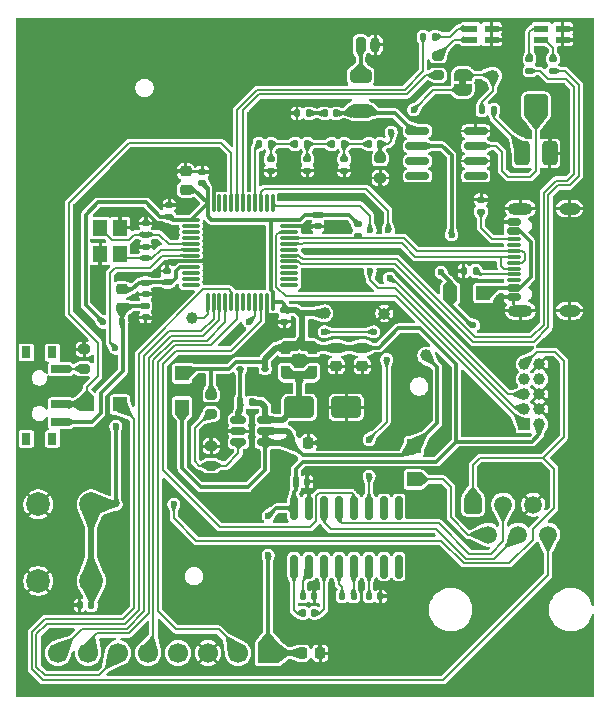
<source format=gbr>
%TF.GenerationSoftware,KiCad,Pcbnew,9.0.1*%
%TF.CreationDate,2025-05-06T23:24:01+02:00*%
%TF.ProjectId,reader,72656164-6572-42e6-9b69-6361645f7063,1.0*%
%TF.SameCoordinates,Original*%
%TF.FileFunction,Copper,L1,Top*%
%TF.FilePolarity,Positive*%
%FSLAX46Y46*%
G04 Gerber Fmt 4.6, Leading zero omitted, Abs format (unit mm)*
G04 Created by KiCad (PCBNEW 9.0.1) date 2025-05-06 23:24:01*
%MOMM*%
%LPD*%
G01*
G04 APERTURE LIST*
G04 Aperture macros list*
%AMRoundRect*
0 Rectangle with rounded corners*
0 $1 Rounding radius*
0 $2 $3 $4 $5 $6 $7 $8 $9 X,Y pos of 4 corners*
0 Add a 4 corners polygon primitive as box body*
4,1,4,$2,$3,$4,$5,$6,$7,$8,$9,$2,$3,0*
0 Add four circle primitives for the rounded corners*
1,1,$1+$1,$2,$3*
1,1,$1+$1,$4,$5*
1,1,$1+$1,$6,$7*
1,1,$1+$1,$8,$9*
0 Add four rect primitives between the rounded corners*
20,1,$1+$1,$2,$3,$4,$5,0*
20,1,$1+$1,$4,$5,$6,$7,0*
20,1,$1+$1,$6,$7,$8,$9,0*
20,1,$1+$1,$8,$9,$2,$3,0*%
%AMFreePoly0*
4,1,11,0.760000,0.825000,0.380000,0.510000,0.380000,-0.510000,0.760000,-0.825000,0.760000,-1.525000,-0.125000,-1.525000,-0.380000,-1.270000,-0.380000,1.270000,-0.125000,1.525000,0.760000,1.525000,0.760000,0.825000,0.760000,0.825000,$1*%
%AMFreePoly1*
4,1,23,0.500000,-0.750000,0.000000,-0.750000,0.000000,-0.745722,-0.065263,-0.745722,-0.191342,-0.711940,-0.304381,-0.646677,-0.396677,-0.554381,-0.461940,-0.441342,-0.495722,-0.315263,-0.495722,-0.250000,-0.500000,-0.250000,-0.500000,0.250000,-0.495722,0.250000,-0.495722,0.315263,-0.461940,0.441342,-0.396677,0.554381,-0.304381,0.646677,-0.191342,0.711940,-0.065263,0.745722,0.000000,0.745722,
0.000000,0.750000,0.500000,0.750000,0.500000,-0.750000,0.500000,-0.750000,$1*%
%AMFreePoly2*
4,1,23,0.000000,0.745722,0.065263,0.745722,0.191342,0.711940,0.304381,0.646677,0.396677,0.554381,0.461940,0.441342,0.495722,0.315263,0.495722,0.250000,0.500000,0.250000,0.500000,-0.250000,0.495722,-0.250000,0.495722,-0.315263,0.461940,-0.441342,0.396677,-0.554381,0.304381,-0.646677,0.191342,-0.711940,0.065263,-0.745722,0.000000,-0.745722,0.000000,-0.750000,-0.500000,-0.750000,
-0.500000,0.750000,0.000000,0.750000,0.000000,0.745722,0.000000,0.745722,$1*%
G04 Aperture macros list end*
%TA.AperFunction,EtchedComponent*%
%ADD10C,0.000000*%
%TD*%
%TA.AperFunction,SMDPad,CuDef*%
%ADD11RoundRect,0.140000X-0.140000X-0.170000X0.140000X-0.170000X0.140000X0.170000X-0.140000X0.170000X0*%
%TD*%
%TA.AperFunction,SMDPad,CuDef*%
%ADD12RoundRect,0.140000X-0.170000X0.140000X-0.170000X-0.140000X0.170000X-0.140000X0.170000X0.140000X0*%
%TD*%
%TA.AperFunction,SMDPad,CuDef*%
%ADD13R,1.200000X1.200000*%
%TD*%
%TA.AperFunction,SMDPad,CuDef*%
%ADD14RoundRect,0.225000X-0.225000X-0.250000X0.225000X-0.250000X0.225000X0.250000X-0.225000X0.250000X0*%
%TD*%
%TA.AperFunction,SMDPad,CuDef*%
%ADD15RoundRect,0.135000X0.185000X-0.135000X0.185000X0.135000X-0.185000X0.135000X-0.185000X-0.135000X0*%
%TD*%
%TA.AperFunction,SMDPad,CuDef*%
%ADD16RoundRect,0.200000X-0.275000X0.200000X-0.275000X-0.200000X0.275000X-0.200000X0.275000X0.200000X0*%
%TD*%
%TA.AperFunction,ComponentPad*%
%ADD17RoundRect,0.200000X-0.200000X-0.450000X0.200000X-0.450000X0.200000X0.450000X-0.200000X0.450000X0*%
%TD*%
%TA.AperFunction,ComponentPad*%
%ADD18O,0.800000X1.300000*%
%TD*%
%TA.AperFunction,SMDPad,CuDef*%
%ADD19R,1.200000X0.600000*%
%TD*%
%TA.AperFunction,SMDPad,CuDef*%
%ADD20RoundRect,0.140000X0.170000X-0.140000X0.170000X0.140000X-0.170000X0.140000X-0.170000X-0.140000X0*%
%TD*%
%TA.AperFunction,SMDPad,CuDef*%
%ADD21RoundRect,0.150000X0.425000X-0.150000X0.425000X0.150000X-0.425000X0.150000X-0.425000X-0.150000X0*%
%TD*%
%TA.AperFunction,SMDPad,CuDef*%
%ADD22RoundRect,0.075000X0.500000X-0.075000X0.500000X0.075000X-0.500000X0.075000X-0.500000X-0.075000X0*%
%TD*%
%TA.AperFunction,HeatsinkPad*%
%ADD23O,2.100000X1.000000*%
%TD*%
%TA.AperFunction,HeatsinkPad*%
%ADD24O,1.800000X1.000000*%
%TD*%
%TA.AperFunction,SMDPad,CuDef*%
%ADD25RoundRect,0.250000X0.650000X-0.325000X0.650000X0.325000X-0.650000X0.325000X-0.650000X-0.325000X0*%
%TD*%
%TA.AperFunction,SMDPad,CuDef*%
%ADD26RoundRect,0.250000X0.400000X0.750000X-0.400000X0.750000X-0.400000X-0.750000X0.400000X-0.750000X0*%
%TD*%
%TA.AperFunction,SMDPad,CuDef*%
%ADD27RoundRect,0.250000X0.750000X0.750000X-0.750000X0.750000X-0.750000X-0.750000X0.750000X-0.750000X0*%
%TD*%
%TA.AperFunction,SMDPad,CuDef*%
%ADD28RoundRect,0.200000X0.275000X-0.200000X0.275000X0.200000X-0.275000X0.200000X-0.275000X-0.200000X0*%
%TD*%
%TA.AperFunction,SMDPad,CuDef*%
%ADD29RoundRect,0.150000X0.825000X0.150000X-0.825000X0.150000X-0.825000X-0.150000X0.825000X-0.150000X0*%
%TD*%
%TA.AperFunction,SMDPad,CuDef*%
%ADD30R,0.800000X1.000000*%
%TD*%
%TA.AperFunction,SMDPad,CuDef*%
%ADD31R,1.500000X0.700000*%
%TD*%
%TA.AperFunction,SMDPad,CuDef*%
%ADD32FreePoly0,90.000000*%
%TD*%
%TA.AperFunction,SMDPad,CuDef*%
%ADD33FreePoly0,270.000000*%
%TD*%
%TA.AperFunction,ComponentPad*%
%ADD34C,2.000000*%
%TD*%
%TA.AperFunction,SMDPad,CuDef*%
%ADD35RoundRect,0.135000X-0.135000X-0.185000X0.135000X-0.185000X0.135000X0.185000X-0.135000X0.185000X0*%
%TD*%
%TA.AperFunction,SMDPad,CuDef*%
%ADD36RoundRect,0.140000X0.140000X0.170000X-0.140000X0.170000X-0.140000X-0.170000X0.140000X-0.170000X0*%
%TD*%
%TA.AperFunction,ComponentPad*%
%ADD37C,1.000000*%
%TD*%
%TA.AperFunction,SMDPad,CuDef*%
%ADD38FreePoly1,90.000000*%
%TD*%
%TA.AperFunction,SMDPad,CuDef*%
%ADD39FreePoly2,90.000000*%
%TD*%
%TA.AperFunction,SMDPad,CuDef*%
%ADD40RoundRect,0.225000X0.250000X-0.225000X0.250000X0.225000X-0.250000X0.225000X-0.250000X-0.225000X0*%
%TD*%
%TA.AperFunction,SMDPad,CuDef*%
%ADD41RoundRect,0.225000X-0.250000X0.225000X-0.250000X-0.225000X0.250000X-0.225000X0.250000X0.225000X0*%
%TD*%
%TA.AperFunction,SMDPad,CuDef*%
%ADD42R,1.200000X1.400000*%
%TD*%
%TA.AperFunction,SMDPad,CuDef*%
%ADD43RoundRect,0.135000X-0.185000X0.135000X-0.185000X-0.135000X0.185000X-0.135000X0.185000X0.135000X0*%
%TD*%
%TA.AperFunction,ComponentPad*%
%ADD44R,1.000000X1.000000*%
%TD*%
%TA.AperFunction,SMDPad,CuDef*%
%ADD45RoundRect,0.112500X-0.187500X-0.112500X0.187500X-0.112500X0.187500X0.112500X-0.187500X0.112500X0*%
%TD*%
%TA.AperFunction,SMDPad,CuDef*%
%ADD46RoundRect,0.250000X-1.000000X-0.650000X1.000000X-0.650000X1.000000X0.650000X-1.000000X0.650000X0*%
%TD*%
%TA.AperFunction,ComponentPad*%
%ADD47R,1.700000X1.700000*%
%TD*%
%TA.AperFunction,ComponentPad*%
%ADD48C,1.700000*%
%TD*%
%TA.AperFunction,SMDPad,CuDef*%
%ADD49RoundRect,0.218750X-0.256250X0.218750X-0.256250X-0.218750X0.256250X-0.218750X0.256250X0.218750X0*%
%TD*%
%TA.AperFunction,SMDPad,CuDef*%
%ADD50RoundRect,0.135000X0.135000X0.185000X-0.135000X0.185000X-0.135000X-0.185000X0.135000X-0.185000X0*%
%TD*%
%TA.AperFunction,SMDPad,CuDef*%
%ADD51RoundRect,0.150000X0.150000X-0.825000X0.150000X0.825000X-0.150000X0.825000X-0.150000X-0.825000X0*%
%TD*%
%TA.AperFunction,SMDPad,CuDef*%
%ADD52RoundRect,0.150000X-0.512500X-0.150000X0.512500X-0.150000X0.512500X0.150000X-0.512500X0.150000X0*%
%TD*%
%TA.AperFunction,SMDPad,CuDef*%
%ADD53RoundRect,0.075000X-0.662500X-0.075000X0.662500X-0.075000X0.662500X0.075000X-0.662500X0.075000X0*%
%TD*%
%TA.AperFunction,SMDPad,CuDef*%
%ADD54RoundRect,0.075000X-0.075000X-0.662500X0.075000X-0.662500X0.075000X0.662500X-0.075000X0.662500X0*%
%TD*%
%TA.AperFunction,ComponentPad*%
%ADD55RoundRect,0.250000X-0.510000X-0.510000X0.510000X-0.510000X0.510000X0.510000X-0.510000X0.510000X0*%
%TD*%
%TA.AperFunction,ComponentPad*%
%ADD56C,1.520000*%
%TD*%
%TA.AperFunction,ViaPad*%
%ADD57C,0.600000*%
%TD*%
%TA.AperFunction,Conductor*%
%ADD58C,0.300000*%
%TD*%
%TA.AperFunction,Conductor*%
%ADD59C,0.200000*%
%TD*%
%TA.AperFunction,Conductor*%
%ADD60C,0.500000*%
%TD*%
G04 APERTURE END LIST*
D10*
%TA.AperFunction,EtchedComponent*%
%TO.C,JP1*%
G36*
X171140000Y-33740000D02*
G01*
X170540000Y-33740000D01*
X170540000Y-33240000D01*
X171140000Y-33240000D01*
X171140000Y-33740000D01*
G37*
%TD.AperFunction*%
%TD*%
D11*
%TO.P,C19,1*%
%TO.N,+3.3V*%
X156720000Y-67300000D03*
%TO.P,C19,2*%
%TO.N,GND*%
X157680000Y-67300000D03*
%TD*%
D12*
%TO.P,C26,1*%
%TO.N,Net-(C26-Pad1)*%
X160800000Y-40000000D03*
%TO.P,C26,2*%
%TO.N,GND*%
X160800000Y-40960000D03*
%TD*%
D13*
%TO.P,D4,1,K*%
%TO.N,V+*%
X169800000Y-51300000D03*
%TO.P,D4,2,A*%
%TO.N,Net-(D4-A)*%
X172600000Y-51300000D03*
%TD*%
D14*
%TO.P,C12,1*%
%TO.N,V+*%
X156225000Y-64000000D03*
%TO.P,C12,2*%
%TO.N,GND*%
X157775000Y-64000000D03*
%TD*%
D15*
%TO.P,R7,1*%
%TO.N,LED_R2*%
X178500000Y-32510000D03*
%TO.P,R7,2*%
%TO.N,Net-(LED2-A1)*%
X178500000Y-31490000D03*
%TD*%
D16*
%TO.P,R8,1*%
%TO.N,+3.3V*%
X149550000Y-59917500D03*
%TO.P,R8,2*%
%TO.N,Net-(U3-Vfb)*%
X149550000Y-61567500D03*
%TD*%
D17*
%TO.P,SP_Conn1,1,Pin_1*%
%TO.N,Net-(SP_Conn1-Pin_1)*%
X162200000Y-30300000D03*
D18*
%TO.P,SP_Conn1,2,Pin_2*%
%TO.N,GND*%
X163450000Y-30300000D03*
%TD*%
D19*
%TO.P,LED1,1,A1*%
%TO.N,Net-(LED1-A1)*%
X171494400Y-29876600D03*
%TO.P,LED1,2,K1*%
%TO.N,GND*%
X173294400Y-29876600D03*
%TO.P,LED1,3,K2*%
X173294400Y-28926600D03*
%TO.P,LED1,4,A2*%
%TO.N,Net-(LED1-A2)*%
X171494400Y-28926600D03*
%TD*%
D20*
%TO.P,C7,1*%
%TO.N,+3.3V*%
X146000000Y-44850000D03*
%TO.P,C7,2*%
%TO.N,GND*%
X146000000Y-43890000D03*
%TD*%
D21*
%TO.P,USB-C1,A1,GND*%
%TO.N,GND*%
X175150000Y-51690000D03*
%TO.P,USB-C1,A4,VBUS*%
%TO.N,Net-(D4-A)*%
X175150000Y-50890000D03*
D22*
%TO.P,USB-C1,A5,CC1*%
%TO.N,Net-(USB-C1-CC1)*%
X175150000Y-49740000D03*
%TO.P,USB-C1,A6,D+*%
%TO.N,USB_D+*%
X175150000Y-48740000D03*
%TO.P,USB-C1,A7,D-*%
%TO.N,USB_D-*%
X175150000Y-48240000D03*
%TO.P,USB-C1,A8*%
%TO.N,N/C*%
X175150000Y-47240000D03*
D21*
%TO.P,USB-C1,A9,VBUS*%
%TO.N,Net-(D4-A)*%
X175150000Y-46090000D03*
%TO.P,USB-C1,A12,GND*%
%TO.N,GND*%
X175150000Y-45290000D03*
%TO.P,USB-C1,B1,GND*%
X175150000Y-45290000D03*
%TO.P,USB-C1,B4,VBUS*%
%TO.N,Net-(D4-A)*%
X175150000Y-46090000D03*
D22*
%TO.P,USB-C1,B5,CC2*%
%TO.N,Net-(USB-C1-CC2)*%
X175150000Y-46740000D03*
%TO.P,USB-C1,B6,D+*%
%TO.N,USB_D+*%
X175150000Y-47740000D03*
%TO.P,USB-C1,B7,D-*%
%TO.N,USB_D-*%
X175150000Y-49240000D03*
%TO.P,USB-C1,B8*%
%TO.N,N/C*%
X175150000Y-50240000D03*
D21*
%TO.P,USB-C1,B9,VBUS*%
%TO.N,Net-(D4-A)*%
X175150000Y-50890000D03*
%TO.P,USB-C1,B12,GND*%
%TO.N,GND*%
X175150000Y-51690000D03*
D23*
%TO.P,USB-C1,S1,SHIELD*%
X175725000Y-52810000D03*
D24*
X179905000Y-52810000D03*
D23*
X175725000Y-44170000D03*
D24*
X179905000Y-44170000D03*
%TD*%
D25*
%TO.P,C9,1*%
%TO.N,Net-(C8-Pad1)*%
X162200000Y-35900000D03*
%TO.P,C9,2*%
%TO.N,Net-(SP_Conn1-Pin_1)*%
X162200000Y-32950000D03*
%TD*%
D26*
%TO.P,R2,1,1*%
%TO.N,Net-(R1-Pad2)*%
X175900000Y-39500000D03*
D27*
%TO.P,R2,2,2*%
%TO.N,Net-(U1-+)*%
X177050000Y-35500000D03*
D26*
%TO.P,R2,3,3*%
%TO.N,GND*%
X178200000Y-39500000D03*
%TD*%
D28*
%TO.P,R9,1*%
%TO.N,Net-(U3-Vfb)*%
X149540000Y-65925000D03*
%TO.P,R9,2*%
%TO.N,GND*%
X149540000Y-64275000D03*
%TD*%
D13*
%TO.P,D1,1,K*%
%TO.N,V+*%
X147096000Y-60926000D03*
%TO.P,D1,2,A*%
%TO.N,+3.3V*%
X147096000Y-58126000D03*
%TD*%
D29*
%TO.P,U1,1,GAIN*%
%TO.N,unconnected-(U1-GAIN-Pad1)*%
X171965898Y-41405707D03*
%TO.P,U1,2,-*%
%TO.N,GND*%
X171965898Y-40135707D03*
%TO.P,U1,3,+*%
%TO.N,Net-(U1-+)*%
X171965898Y-38865707D03*
%TO.P,U1,4,GND*%
%TO.N,GND*%
X171965898Y-37595707D03*
%TO.P,U1,5*%
%TO.N,Net-(C8-Pad1)*%
X167015898Y-37595707D03*
%TO.P,U1,6,V+*%
%TO.N,V+*%
X167015898Y-38865707D03*
%TO.P,U1,7,BYPASS*%
%TO.N,unconnected-(U1-BYPASS-Pad7)*%
X167015898Y-40135707D03*
%TO.P,U1,8,GAIN*%
%TO.N,unconnected-(U1-GAIN-Pad8)*%
X167015898Y-41405707D03*
%TD*%
D14*
%TO.P,C23,1*%
%TO.N,+3.3V*%
X157225000Y-81800000D03*
%TO.P,C23,2*%
%TO.N,GND*%
X158775000Y-81800000D03*
%TD*%
D30*
%TO.P,BOOT1,*%
%TO.N,*%
X136110000Y-56350000D03*
X133900000Y-56350000D03*
X136110000Y-63650000D03*
X133900000Y-63650000D03*
D31*
%TO.P,BOOT1,1,A*%
%TO.N,Net-(BOOT1-A)*%
X136760000Y-57750000D03*
%TO.P,BOOT1,2,B*%
%TO.N,BOOT0*%
X136760000Y-60750000D03*
%TO.P,BOOT1,3,C*%
%TO.N,+3.3V*%
X136760000Y-62250000D03*
%TD*%
D11*
%TO.P,C20,1*%
%TO.N,Net-(U4-C2+)*%
X160640000Y-77000000D03*
%TO.P,C20,2*%
%TO.N,Net-(U4-C2-)*%
X161600000Y-77000000D03*
%TD*%
D19*
%TO.P,LED2,1,A1*%
%TO.N,Net-(LED2-A1)*%
X177514200Y-29876600D03*
%TO.P,LED2,2,K1*%
%TO.N,GND*%
X179314200Y-29876600D03*
%TO.P,LED2,3,K2*%
X179314200Y-28926600D03*
%TO.P,LED2,4,A2*%
%TO.N,Net-(LED2-A2)*%
X177514200Y-28926600D03*
%TD*%
D32*
%TO.P,L1,1,1*%
%TO.N,Net-(D2-K)*%
X157000000Y-58270000D03*
D33*
%TO.P,L1,2,2*%
%TO.N,+3.3V*%
X157000000Y-55730000D03*
%TD*%
D15*
%TO.P,R11,1*%
%TO.N,USB_D+*%
X162000000Y-46510000D03*
%TO.P,R11,2*%
%TO.N,+3.3V*%
X162000000Y-45490000D03*
%TD*%
D34*
%TO.P,RESET1,1,1*%
%TO.N,NRST*%
X139400000Y-69200000D03*
X139400000Y-75700000D03*
%TO.P,RESET1,2,2*%
%TO.N,GND*%
X134900000Y-69200000D03*
X134900000Y-75700000D03*
%TD*%
D35*
%TO.P,R12,1*%
%TO.N,GND*%
X170930000Y-49450000D03*
%TO.P,R12,2*%
%TO.N,Net-(USB-C1-CC1)*%
X171950000Y-49450000D03*
%TD*%
D13*
%TO.P,D6,1,K*%
%TO.N,BOOT0*%
X139020000Y-60750000D03*
%TO.P,D6,2,A*%
%TO.N,Net-(D6-A)*%
X141820000Y-60750000D03*
%TD*%
D12*
%TO.P,C13,1*%
%TO.N,+3.3V*%
X144000000Y-52400000D03*
%TO.P,C13,2*%
%TO.N,GND*%
X144000000Y-53360000D03*
%TD*%
D16*
%TO.P,R10,1*%
%TO.N,GND*%
X138790200Y-56071600D03*
%TO.P,R10,2*%
%TO.N,Net-(BOOT1-A)*%
X138790200Y-57721600D03*
%TD*%
D20*
%TO.P,C10,1*%
%TO.N,+3.3VA*%
X145830000Y-50410000D03*
%TO.P,C10,2*%
%TO.N,GND*%
X145830000Y-49450000D03*
%TD*%
D28*
%TO.P,R5,1*%
%TO.N,LED_R1*%
X168770000Y-32880000D03*
%TO.P,R5,2*%
%TO.N,Net-(LED1-A1)*%
X168770000Y-31230000D03*
%TD*%
D36*
%TO.P,C16,1*%
%TO.N,NRST*%
X139400000Y-77750000D03*
%TO.P,C16,2*%
%TO.N,GND*%
X138440000Y-77750000D03*
%TD*%
D37*
%TO.P,TP1,1,1*%
%TO.N,+3.3V*%
X159150000Y-53030000D03*
%TD*%
D35*
%TO.P,R1,1*%
%TO.N,Net-(JP1-B)*%
X172450000Y-35820000D03*
%TO.P,R1,2*%
%TO.N,Net-(R1-Pad2)*%
X173470000Y-35820000D03*
%TD*%
D20*
%TO.P,C4,1*%
%TO.N,/HSE_OUT*%
X144000000Y-48370000D03*
%TO.P,C4,2*%
%TO.N,GND*%
X144000000Y-47410000D03*
%TD*%
D38*
%TO.P,JP1,1,A*%
%TO.N,Net-(JP1-A)*%
X170840000Y-34140000D03*
D39*
%TO.P,JP1,2,B*%
%TO.N,Net-(JP1-B)*%
X170840000Y-32840000D03*
%TD*%
D37*
%TO.P,TP3,1,1*%
%TO.N,Net-(JP1-B)*%
X173430000Y-32910000D03*
%TD*%
D40*
%TO.P,C2,1*%
%TO.N,+3.3V*%
X147400000Y-42575000D03*
%TO.P,C2,2*%
%TO.N,GND*%
X147400000Y-41025000D03*
%TD*%
D41*
%TO.P,C15,1*%
%TO.N,+3.3V*%
X162350000Y-55950000D03*
%TO.P,C15,2*%
%TO.N,GND*%
X162350000Y-57500000D03*
%TD*%
D20*
%TO.P,C6,1*%
%TO.N,+3.3V*%
X148800000Y-42002671D03*
%TO.P,C6,2*%
%TO.N,GND*%
X148800000Y-41042671D03*
%TD*%
%TO.P,C1,1*%
%TO.N,/HSE_IN*%
X144000000Y-46370000D03*
%TO.P,C1,2*%
%TO.N,GND*%
X144000000Y-45410000D03*
%TD*%
D15*
%TO.P,R6,1*%
%TO.N,LED_G2*%
X176500000Y-32520000D03*
%TO.P,R6,2*%
%TO.N,Net-(LED2-A2)*%
X176500000Y-31500000D03*
%TD*%
D35*
%TO.P,R14,1*%
%TO.N,AUDIO_PWM*%
X153580000Y-38700000D03*
%TO.P,R14,2*%
%TO.N,Net-(C24-Pad1)*%
X154600000Y-38700000D03*
%TD*%
D12*
%TO.P,C3,1*%
%TO.N,+3.3V*%
X155750000Y-52770000D03*
%TO.P,C3,2*%
%TO.N,GND*%
X155750000Y-53730000D03*
%TD*%
D42*
%TO.P,Y1,1,1*%
%TO.N,/HSE_IN*%
X140150000Y-45790000D03*
%TO.P,Y1,2,2*%
%TO.N,GND*%
X140150000Y-47990000D03*
%TO.P,Y1,3,3*%
%TO.N,/HSE_OUT*%
X141850000Y-47990000D03*
%TO.P,Y1,4,4*%
%TO.N,GND*%
X141850000Y-45790000D03*
%TD*%
D11*
%TO.P,C18,1*%
%TO.N,Net-(U4-C1+)*%
X157320000Y-78400000D03*
%TO.P,C18,2*%
%TO.N,Net-(U4-C1-)*%
X158280000Y-78400000D03*
%TD*%
D43*
%TO.P,R13,1*%
%TO.N,GND*%
X172400000Y-43400000D03*
%TO.P,R13,2*%
%TO.N,Net-(USB-C1-CC2)*%
X172400000Y-44420000D03*
%TD*%
D12*
%TO.P,C25,1*%
%TO.N,Net-(C25-Pad1)*%
X157700000Y-40000000D03*
%TO.P,C25,2*%
%TO.N,GND*%
X157700000Y-40960000D03*
%TD*%
%TO.P,C5,1*%
%TO.N,+3.3V*%
X158580000Y-44690000D03*
%TO.P,C5,2*%
%TO.N,GND*%
X158580000Y-45650000D03*
%TD*%
D44*
%TO.P,SWD1,1,Pin_1*%
%TO.N,SWDIO*%
X176070000Y-62410000D03*
D37*
%TO.P,SWD1,2,Pin_2*%
%TO.N,+3.3V*%
X177340000Y-62410000D03*
%TO.P,SWD1,3,Pin_3*%
%TO.N,SWCLK*%
X176070000Y-61140000D03*
%TO.P,SWD1,4,Pin_4*%
%TO.N,GND*%
X177340000Y-61140000D03*
%TO.P,SWD1,5,Pin_5*%
%TO.N,TRACESWO*%
X176070000Y-59870000D03*
%TO.P,SWD1,6,Pin_6*%
%TO.N,GND*%
X177340000Y-59870000D03*
%TO.P,SWD1,7,Pin_7*%
%TO.N,unconnected-(SWD1-Pin_7-Pad7)*%
X176070000Y-58600000D03*
%TO.P,SWD1,8,Pin_8*%
%TO.N,unconnected-(SWD1-Pin_8-Pad8)*%
X177340000Y-58600000D03*
%TO.P,SWD1,9,Pin_9*%
%TO.N,NRST*%
X176070000Y-57330000D03*
%TO.P,SWD1,10,Pin_10*%
%TO.N,GND*%
X177340000Y-57330000D03*
%TD*%
D45*
%TO.P,D3,1,K*%
%TO.N,Net-(D3-K)*%
X152010000Y-57740000D03*
%TO.P,D3,2,A*%
%TO.N,+3.3V*%
X154110000Y-57740000D03*
%TD*%
D12*
%TO.P,C11,1*%
%TO.N,+3.3VA*%
X144000000Y-50440000D03*
%TO.P,C11,2*%
%TO.N,GND*%
X144000000Y-51400000D03*
%TD*%
D46*
%TO.P,D2,1,K*%
%TO.N,Net-(D2-K)*%
X157000000Y-61000000D03*
%TO.P,D2,2,A*%
%TO.N,GND*%
X161000000Y-61000000D03*
%TD*%
D41*
%TO.P,C17,1*%
%TO.N,+3.3V*%
X160150000Y-55950000D03*
%TO.P,C17,2*%
%TO.N,GND*%
X160150000Y-57500000D03*
%TD*%
D12*
%TO.P,C24,1*%
%TO.N,Net-(C24-Pad1)*%
X154590000Y-40000000D03*
%TO.P,C24,2*%
%TO.N,GND*%
X154590000Y-40960000D03*
%TD*%
D11*
%TO.P,C14,1*%
%TO.N,Net-(D3-K)*%
X152010000Y-60570000D03*
%TO.P,C14,2*%
%TO.N,Net-(D2-K)*%
X152970000Y-60570000D03*
%TD*%
D47*
%TO.P,RC522,1,Pin_1*%
%TO.N,+3.3V*%
X154370000Y-81800000D03*
D48*
%TO.P,RC522,2,Pin_2*%
%TO.N,RFID_RST*%
X151830000Y-81800000D03*
%TO.P,RC522,3,Pin_3*%
%TO.N,GND*%
X149290000Y-81800000D03*
%TO.P,RC522,4,Pin_4*%
%TO.N,unconnected-(RC522-Pin_4-Pad4)*%
X146750000Y-81800000D03*
%TO.P,RC522,5,Pin_5*%
%TO.N,RFID_MISO*%
X144210000Y-81800000D03*
%TO.P,RC522,6,Pin_6*%
%TO.N,RFID_MOSI*%
X141670000Y-81800000D03*
%TO.P,RC522,7,Pin_7*%
%TO.N,RFID_SCK*%
X139130000Y-81800000D03*
%TO.P,RC522,8,Pin_8*%
%TO.N,RFID_SDA*%
X136590000Y-81800000D03*
%TD*%
D11*
%TO.P,C22,1*%
%TO.N,Net-(U4-VS-)*%
X162920000Y-77000000D03*
%TO.P,C22,2*%
%TO.N,GND*%
X163880000Y-77000000D03*
%TD*%
D49*
%TO.P,FB1,1*%
%TO.N,+3.3VA*%
X142000000Y-51012500D03*
%TO.P,FB1,2*%
%TO.N,+3.3V*%
X142000000Y-52587500D03*
%TD*%
D50*
%TO.P,R3,1*%
%TO.N,Net-(C8-Pad2)*%
X157835000Y-36100000D03*
%TO.P,R3,2*%
%TO.N,GND*%
X156815000Y-36100000D03*
%TD*%
D28*
%TO.P,R17,1*%
%TO.N,GND*%
X163850000Y-41575000D03*
%TO.P,R17,2*%
%TO.N,Net-(JP1-A)*%
X163850000Y-39925000D03*
%TD*%
D51*
%TO.P,U4,1,C1+*%
%TO.N,Net-(U4-C1+)*%
X156555000Y-74475000D03*
%TO.P,U4,2,VS+*%
%TO.N,Net-(U4-VS+)*%
X157825000Y-74475000D03*
%TO.P,U4,3,C1-*%
%TO.N,Net-(U4-C1-)*%
X159095000Y-74475000D03*
%TO.P,U4,4,C2+*%
%TO.N,Net-(U4-C2+)*%
X160365000Y-74475000D03*
%TO.P,U4,5,C2-*%
%TO.N,Net-(U4-C2-)*%
X161635000Y-74475000D03*
%TO.P,U4,6,VS-*%
%TO.N,Net-(U4-VS-)*%
X162905000Y-74475000D03*
%TO.P,U4,7,T2OUT*%
%TO.N,unconnected-(U4-T2OUT-Pad7)*%
X164175000Y-74475000D03*
%TO.P,U4,8,R2IN*%
%TO.N,unconnected-(U4-R2IN-Pad8)*%
X165445000Y-74475000D03*
%TO.P,U4,9,R2OUT*%
%TO.N,unconnected-(U4-R2OUT-Pad9)*%
X165445000Y-69525000D03*
%TO.P,U4,10,T2IN*%
%TO.N,unconnected-(U4-T2IN-Pad10)*%
X164175000Y-69525000D03*
%TO.P,U4,11,T1IN*%
%TO.N,USART3_TX*%
X162905000Y-69525000D03*
%TO.P,U4,12,R1OUT*%
%TO.N,USART3_RX*%
X161635000Y-69525000D03*
%TO.P,U4,13,R1IN*%
%TO.N,Net-(U4-R1IN)*%
X160365000Y-69525000D03*
%TO.P,U4,14,T1OUT*%
%TO.N,Net-(U4-T1OUT)*%
X159095000Y-69525000D03*
%TO.P,U4,15,GND*%
%TO.N,GND*%
X157825000Y-69525000D03*
%TO.P,U4,16,VCC*%
%TO.N,+3.3V*%
X156555000Y-69525000D03*
%TD*%
D11*
%TO.P,C27,1*%
%TO.N,Net-(C26-Pad1)*%
X162910000Y-38690000D03*
%TO.P,C27,2*%
%TO.N,Net-(JP1-A)*%
X163870000Y-38690000D03*
%TD*%
D52*
%TO.P,U3,1,BOOST*%
%TO.N,Net-(D3-K)*%
X151862500Y-62050000D03*
%TO.P,U3,2,GND*%
%TO.N,GND*%
X151862500Y-63000000D03*
%TO.P,U3,3,Vfb*%
%TO.N,Net-(U3-Vfb)*%
X151862500Y-63950000D03*
%TO.P,U3,4,EN*%
%TO.N,V+*%
X154137500Y-63950000D03*
%TO.P,U3,5,V_{IN}*%
X154137500Y-63000000D03*
%TO.P,U3,6,SW*%
%TO.N,Net-(D2-K)*%
X154137500Y-62050000D03*
%TD*%
D53*
%TO.P,U2,1,VBAT*%
%TO.N,+3.3V*%
X147837500Y-45140000D03*
%TO.P,U2,2,PC13*%
%TO.N,unconnected-(U2-PC13-Pad2)*%
X147837500Y-45640000D03*
%TO.P,U2,3,PC14*%
%TO.N,unconnected-(U2-PC14-Pad3)*%
X147837500Y-46140000D03*
%TO.P,U2,4,PC15*%
%TO.N,unconnected-(U2-PC15-Pad4)*%
X147837500Y-46640000D03*
%TO.P,U2,5,PD0*%
%TO.N,/HSE_IN*%
X147837500Y-47140000D03*
%TO.P,U2,6,PD1*%
%TO.N,/HSE_OUT*%
X147837500Y-47640000D03*
%TO.P,U2,7,NRST*%
%TO.N,NRST*%
X147837500Y-48140000D03*
%TO.P,U2,8,VSSA*%
%TO.N,GND*%
X147837500Y-48640000D03*
%TO.P,U2,9,VDDA*%
%TO.N,+3.3VA*%
X147837500Y-49140000D03*
%TO.P,U2,10,PA0*%
%TO.N,unconnected-(U2-PA0-Pad10)*%
X147837500Y-49640000D03*
%TO.P,U2,11,PA1*%
%TO.N,unconnected-(U2-PA1-Pad11)*%
X147837500Y-50140000D03*
%TO.P,U2,12,PA2*%
%TO.N,unconnected-(U2-PA2-Pad12)*%
X147837500Y-50640000D03*
D54*
%TO.P,U2,13,PA3*%
%TO.N,RFID_IRQ*%
X149250000Y-52052500D03*
%TO.P,U2,14,PA4*%
%TO.N,RFID_SDA*%
X149750000Y-52052500D03*
%TO.P,U2,15,PA5*%
%TO.N,RFID_SCK*%
X150250000Y-52052500D03*
%TO.P,U2,16,PA6*%
%TO.N,RFID_MISO*%
X150750000Y-52052500D03*
%TO.P,U2,17,PA7*%
%TO.N,RFID_MOSI*%
X151250000Y-52052500D03*
%TO.P,U2,18,PB0*%
%TO.N,RFID_RST*%
X151750000Y-52052500D03*
%TO.P,U2,19,PB1*%
%TO.N,unconnected-(U2-PB1-Pad19)*%
X152250000Y-52052500D03*
%TO.P,U2,20,PB2*%
%TO.N,unconnected-(U2-PB2-Pad20)*%
X152750000Y-52052500D03*
%TO.P,U2,21,PB10*%
%TO.N,USART3_TX*%
X153250000Y-52052500D03*
%TO.P,U2,22,PB11*%
%TO.N,USART3_RX*%
X153750000Y-52052500D03*
%TO.P,U2,23,VSS*%
%TO.N,GND*%
X154250000Y-52052500D03*
%TO.P,U2,24,VDD*%
%TO.N,+3.3V*%
X154750000Y-52052500D03*
D53*
%TO.P,U2,25,PB12*%
%TO.N,unconnected-(U2-PB12-Pad25)*%
X156162500Y-50640000D03*
%TO.P,U2,26,PB13*%
%TO.N,unconnected-(U2-PB13-Pad26)*%
X156162500Y-50140000D03*
%TO.P,U2,27,PB14*%
%TO.N,unconnected-(U2-PB14-Pad27)*%
X156162500Y-49640000D03*
%TO.P,U2,28,PB15*%
%TO.N,unconnected-(U2-PB15-Pad28)*%
X156162500Y-49140000D03*
%TO.P,U2,29,PA8*%
%TO.N,LED_R2*%
X156162500Y-48640000D03*
%TO.P,U2,30,PA9*%
%TO.N,LED_G2*%
X156162500Y-48140000D03*
%TO.P,U2,31,PA10*%
%TO.N,unconnected-(U2-PA10-Pad31)*%
X156162500Y-47640000D03*
%TO.P,U2,32,PA11*%
%TO.N,USB_D-*%
X156162500Y-47140000D03*
%TO.P,U2,33,PA12*%
%TO.N,USB_D+*%
X156162500Y-46640000D03*
%TO.P,U2,34,PA13*%
%TO.N,SWDIO*%
X156162500Y-46140000D03*
%TO.P,U2,35,VSS*%
%TO.N,GND*%
X156162500Y-45640000D03*
%TO.P,U2,36,VDD*%
%TO.N,+3.3V*%
X156162500Y-45140000D03*
D54*
%TO.P,U2,37,PA14*%
%TO.N,SWCLK*%
X154750000Y-43727500D03*
%TO.P,U2,38,PA15*%
%TO.N,unconnected-(U2-PA15-Pad38)*%
X154250000Y-43727500D03*
%TO.P,U2,39,PB3*%
%TO.N,TRACESWO*%
X153750000Y-43727500D03*
%TO.P,U2,40,PB4*%
%TO.N,AUDIO_PWM*%
X153250000Y-43727500D03*
%TO.P,U2,41,PB5*%
%TO.N,unconnected-(U2-PB5-Pad41)*%
X152750000Y-43727500D03*
%TO.P,U2,42,PB6*%
%TO.N,LED_R1*%
X152250000Y-43727500D03*
%TO.P,U2,43,PB7*%
%TO.N,LED_G1*%
X151750000Y-43727500D03*
%TO.P,U2,44,BOOT0*%
%TO.N,BOOT0*%
X151250000Y-43727500D03*
%TO.P,U2,45,PB8*%
%TO.N,unconnected-(U2-PB8-Pad45)*%
X150750000Y-43727500D03*
%TO.P,U2,46,PB9*%
%TO.N,unconnected-(U2-PB9-Pad46)*%
X150250000Y-43727500D03*
%TO.P,U2,47,VSS*%
%TO.N,GND*%
X149750000Y-43727500D03*
%TO.P,U2,48,VDD*%
%TO.N,+3.3V*%
X149250000Y-43727500D03*
%TD*%
D37*
%TO.P,TP5,1,1*%
%TO.N,RFID_IRQ*%
X147950000Y-53450000D03*
%TD*%
D35*
%TO.P,R16,1*%
%TO.N,Net-(C25-Pad1)*%
X159780000Y-38700000D03*
%TO.P,R16,2*%
%TO.N,Net-(C26-Pad1)*%
X160800000Y-38700000D03*
%TD*%
D13*
%TO.P,D5,1,K*%
%TO.N,V+*%
X166700000Y-64300000D03*
%TO.P,D5,2,A*%
%TO.N,Net-(D5-A)*%
X166700000Y-67100000D03*
%TD*%
D37*
%TO.P,TP4,1,1*%
%TO.N,GND*%
X164210000Y-53050000D03*
%TD*%
D11*
%TO.P,C21,1*%
%TO.N,Net-(U4-VS+)*%
X157320000Y-77000000D03*
%TO.P,C21,2*%
%TO.N,GND*%
X158280000Y-77000000D03*
%TD*%
D35*
%TO.P,R15,1*%
%TO.N,Net-(C24-Pad1)*%
X156680000Y-38700000D03*
%TO.P,R15,2*%
%TO.N,Net-(C25-Pad1)*%
X157700000Y-38700000D03*
%TD*%
%TO.P,R4,1*%
%TO.N,LED_G1*%
X167490000Y-29600000D03*
%TO.P,R4,2*%
%TO.N,Net-(LED1-A2)*%
X168510000Y-29600000D03*
%TD*%
D36*
%TO.P,C8,1*%
%TO.N,Net-(C8-Pad1)*%
X160130000Y-36100000D03*
%TO.P,C8,2*%
%TO.N,Net-(C8-Pad2)*%
X159170000Y-36100000D03*
%TD*%
D37*
%TO.P,TP2,1,1*%
%TO.N,V+*%
X167750000Y-56600000D03*
%TD*%
D55*
%TO.P,RJ12,1*%
%TO.N,NRST*%
X171720000Y-69230000D03*
D56*
%TO.P,RJ12,2*%
%TO.N,Net-(D5-A)*%
X172990000Y-71770000D03*
%TO.P,RJ12,3*%
%TO.N,Net-(U4-R1IN)*%
X174260000Y-69230000D03*
%TO.P,RJ12,4*%
%TO.N,Net-(U4-T1OUT)*%
X175530000Y-71770000D03*
%TO.P,RJ12,5*%
%TO.N,GND*%
X176800000Y-69230000D03*
%TO.P,RJ12,6*%
%TO.N,Net-(D6-A)*%
X178070000Y-71770000D03*
%TD*%
D57*
%TO.N,GND*%
X142900000Y-55675000D03*
X165575000Y-38250000D03*
X167500000Y-36425000D03*
X153543750Y-28450000D03*
X140270000Y-54780000D03*
X155000000Y-60600000D03*
X173400000Y-57500000D03*
X155250000Y-65300000D03*
X163940000Y-49540000D03*
X142200000Y-70130000D03*
X164100000Y-42625000D03*
X172600000Y-53000000D03*
X136690000Y-43160000D03*
X142150000Y-72150000D03*
X155400000Y-73200000D03*
X150000000Y-47300000D03*
X155520000Y-43190000D03*
X174502600Y-29884200D03*
X155730000Y-40980000D03*
X133750000Y-78762500D03*
X180400000Y-58300000D03*
X159890000Y-40970000D03*
X177500000Y-31200000D03*
X138400000Y-58800000D03*
X170600000Y-64900000D03*
X171960000Y-36660000D03*
X145000000Y-40500000D03*
X152233333Y-48600000D03*
X158160000Y-53940000D03*
X136670000Y-48070000D03*
X148600000Y-37800000D03*
X165240000Y-44960000D03*
X169100000Y-41280000D03*
X178200000Y-38000000D03*
X177000000Y-50800000D03*
X133750000Y-47641667D03*
X181400000Y-40015413D03*
X142330000Y-62310000D03*
X145850000Y-67890000D03*
X143910000Y-79840000D03*
X133500000Y-43000000D03*
X166650000Y-70050000D03*
X166850000Y-79750000D03*
X133760000Y-65710000D03*
X145925000Y-72150000D03*
X174502600Y-28919000D03*
X158770000Y-80690000D03*
X153300000Y-70300000D03*
X150000000Y-42300000D03*
X146225000Y-41025000D03*
X153300000Y-73200000D03*
X152690000Y-84825000D03*
X140160000Y-49560000D03*
X177810000Y-66940000D03*
X149560000Y-56910000D03*
X173600000Y-45290000D03*
X143150000Y-39450000D03*
X150733333Y-50200000D03*
X162160000Y-84825000D03*
X168000000Y-46550000D03*
X155850000Y-36425000D03*
X179060000Y-70610000D03*
X163150000Y-43925000D03*
X170360000Y-37590000D03*
X168710000Y-39850000D03*
X149100000Y-68730000D03*
X143100000Y-47400000D03*
X158800000Y-64000000D03*
X181450000Y-46500000D03*
X149300000Y-48600000D03*
X152110000Y-66530000D03*
X170000000Y-66650000D03*
X142260000Y-68240000D03*
X167800000Y-60800000D03*
X133750000Y-60575000D03*
X146150000Y-63380000D03*
X155440000Y-68650000D03*
X177000000Y-46200000D03*
X150766667Y-48600000D03*
X153100000Y-58200000D03*
X169100000Y-45050000D03*
X158500000Y-28450000D03*
X148600000Y-39700000D03*
X147955000Y-84825000D03*
X138675000Y-28450000D03*
X171990000Y-77670000D03*
X146000000Y-77600000D03*
X165010000Y-77040000D03*
X137460000Y-77750000D03*
X135000000Y-45500000D03*
X140610000Y-64970000D03*
X146400000Y-45900000D03*
X166550000Y-73290000D03*
X156000000Y-59400000D03*
X144950000Y-51750000D03*
X141850000Y-44400000D03*
X173520000Y-40140000D03*
X137870000Y-82680000D03*
X151450000Y-54900000D03*
X179380000Y-66940000D03*
X171710000Y-72660000D03*
X140300000Y-52500000D03*
X157425000Y-84825000D03*
X181450000Y-28475000D03*
X166895000Y-84825000D03*
X151000000Y-58600000D03*
X181200000Y-33124652D03*
X176600000Y-81100000D03*
X143300000Y-44700000D03*
X157720000Y-47790000D03*
X151600000Y-46700000D03*
X157700000Y-66400000D03*
X169500000Y-60600000D03*
X133500000Y-28450000D03*
X147940000Y-69930000D03*
X138190000Y-48040000D03*
X145480000Y-82690000D03*
X168800000Y-70100000D03*
X136680000Y-53200000D03*
X143631250Y-28450000D03*
X175400000Y-36800000D03*
X170150000Y-49450000D03*
X145000000Y-53400000D03*
X136580000Y-80080000D03*
X180560000Y-29870000D03*
X171700000Y-46800000D03*
X181450000Y-73575000D03*
X145730000Y-69970000D03*
X133725000Y-53300000D03*
X133750000Y-84825000D03*
X168800000Y-67950000D03*
X163600000Y-60200000D03*
X181450000Y-67937500D03*
X173080000Y-70310000D03*
X165200000Y-60200000D03*
X157700000Y-45650000D03*
X161980000Y-49500000D03*
X149300000Y-50200000D03*
X143500000Y-37500000D03*
X153800000Y-47200000D03*
X151675000Y-76550000D03*
X163930000Y-47770000D03*
X156760000Y-40970000D03*
X169500000Y-57800000D03*
X174800000Y-54300000D03*
X138841000Y-63564600D03*
X142960000Y-82690000D03*
X149520000Y-71610000D03*
X138910000Y-43480000D03*
X160950000Y-45900000D03*
X158970000Y-59870000D03*
X153300000Y-79750000D03*
X163430000Y-56840000D03*
X179100000Y-48500000D03*
X173320000Y-79090000D03*
X164700000Y-66700000D03*
X173300000Y-49000000D03*
X157800000Y-49500000D03*
X174850000Y-63100000D03*
X168630000Y-37590000D03*
X174140000Y-66050000D03*
X155500000Y-70400000D03*
X158279999Y-76120001D03*
X150560000Y-82690000D03*
X178060000Y-63740000D03*
X173900000Y-51700000D03*
X155440000Y-79730000D03*
X171800000Y-62100000D03*
X161975000Y-67300000D03*
X158740000Y-71480000D03*
X169130000Y-73660000D03*
X133500000Y-36000000D03*
X181450000Y-51025000D03*
X181450000Y-84850000D03*
X138485000Y-84825000D03*
X168300000Y-64500000D03*
X150400000Y-63000000D03*
X154460000Y-55320000D03*
X167300000Y-28450000D03*
X164700000Y-63700000D03*
X177050000Y-73270000D03*
X167000000Y-49000000D03*
X133750000Y-72700000D03*
X145510000Y-79850000D03*
X141850000Y-77500000D03*
X148587500Y-28450000D03*
X175570000Y-70320000D03*
X170730000Y-42610000D03*
X171100000Y-58744265D03*
X162100000Y-64200000D03*
X168540000Y-50630000D03*
X142560000Y-59210000D03*
X153100000Y-49500000D03*
X138300000Y-54900000D03*
X160600000Y-52600000D03*
X154750000Y-53730000D03*
X166450000Y-56175000D03*
X181525000Y-64200000D03*
X180547800Y-28919000D03*
X161270000Y-58340000D03*
X150300000Y-73200000D03*
X143220000Y-84825000D03*
X148400000Y-59100000D03*
X149800000Y-46000000D03*
X153700000Y-48600000D03*
X146207000Y-66003000D03*
X157010000Y-56990000D03*
X147059999Y-43890001D03*
X173400000Y-43400000D03*
X142970000Y-53570000D03*
X147000000Y-51800000D03*
X174100000Y-81400000D03*
%TO.N,+3.3V*%
X142000000Y-53800000D03*
X140400000Y-53800000D03*
X154369999Y-73530001D03*
X154400000Y-70200000D03*
%TO.N,V+*%
X171757815Y-54042185D03*
X169900000Y-46400000D03*
X169025000Y-49575000D03*
%TO.N,NRST*%
X146400000Y-69200000D03*
X141490000Y-62600000D03*
X141440000Y-55980000D03*
X141500000Y-69200000D03*
%TO.N,SWCLK*%
X163000000Y-49470000D03*
X163000000Y-46000000D03*
%TO.N,TRACESWO*%
X164550000Y-46000000D03*
X164650000Y-50080000D03*
%TO.N,USART3_TX*%
X163310000Y-54600000D03*
X152750000Y-53750000D03*
X159140000Y-54600000D03*
X162920000Y-63720000D03*
X164400000Y-56950000D03*
X162920000Y-66820000D03*
%TO.N,Net-(JP1-A)*%
X166687500Y-35812500D03*
X164800000Y-37700000D03*
%TD*%
D58*
%TO.N,Net-(C8-Pad1)*%
X160130000Y-36100000D02*
X162000000Y-36100000D01*
%TO.N,Net-(C8-Pad2)*%
X159170000Y-36100000D02*
X157835000Y-36100000D01*
%TO.N,GND*%
X156175000Y-36100000D02*
X155850000Y-36425000D01*
X156710000Y-36100000D02*
X156175000Y-36100000D01*
D59*
%TO.N,Net-(U1-+)*%
X176575000Y-41475000D02*
X177050000Y-41000000D01*
X177050000Y-41000000D02*
X177050000Y-35500000D01*
X174700000Y-41475000D02*
X176575000Y-41475000D01*
X174200000Y-40975000D02*
X174700000Y-41475000D01*
X173665707Y-38865707D02*
X174200000Y-39400000D01*
X171965898Y-38865707D02*
X173665707Y-38865707D01*
X174200000Y-39400000D02*
X174200000Y-40975000D01*
D58*
%TO.N,Net-(SP_Conn1-Pin_1)*%
X162200000Y-32950000D02*
X162200000Y-30300000D01*
D59*
%TO.N,Net-(JP1-A)*%
X164560000Y-38690000D02*
X164800000Y-38450000D01*
X163870000Y-38690000D02*
X164560000Y-38690000D01*
X164800000Y-38450000D02*
X164800000Y-37700000D01*
X168360000Y-34140000D02*
X166687500Y-35812500D01*
X170840000Y-34140000D02*
X168360000Y-34140000D01*
D58*
%TO.N,Net-(C8-Pad1)*%
X165100000Y-36075000D02*
X166620707Y-37595707D01*
X162100000Y-36075000D02*
X165100000Y-36075000D01*
D59*
%TO.N,/HSE_IN*%
X147837500Y-47140000D02*
X145940000Y-47140000D01*
X145170000Y-46370000D02*
X144000000Y-46370000D01*
X142580000Y-46820000D02*
X143030000Y-46370000D01*
X141120000Y-46820000D02*
X142580000Y-46820000D01*
X143030000Y-46370000D02*
X144000000Y-46370000D01*
X140150000Y-45850000D02*
X141120000Y-46820000D01*
X145940000Y-47140000D02*
X145170000Y-46370000D01*
D58*
%TO.N,GND*%
X180489400Y-28926600D02*
X180497000Y-28919000D01*
X173294400Y-28926600D02*
X174495000Y-28926600D01*
X147837500Y-48640000D02*
X145960000Y-48640000D01*
X149700000Y-63000000D02*
X149540000Y-63160000D01*
X154250000Y-53230000D02*
X154750000Y-53730000D01*
X156162500Y-45640000D02*
X157690000Y-45640000D01*
X143500000Y-44500000D02*
X143300000Y-44700000D01*
X173420000Y-43380000D02*
X173400000Y-43400000D01*
X164970000Y-77000000D02*
X165010000Y-77040000D01*
X144000000Y-44600000D02*
X143900000Y-44500000D01*
X147400000Y-41025000D02*
X146225000Y-41025000D01*
X140150000Y-47990000D02*
X140150000Y-49550000D01*
X174495000Y-29876600D02*
X174502600Y-29884200D01*
X148800000Y-41042671D02*
X149442671Y-41042671D01*
X155750000Y-53730000D02*
X154750000Y-53730000D01*
X144000000Y-51400000D02*
X144600000Y-51400000D01*
X144000000Y-45410000D02*
X144000000Y-44600000D01*
X157690000Y-45640000D02*
X157700000Y-45650000D01*
X149442671Y-41042671D02*
X150000000Y-41600000D01*
X179314200Y-28926600D02*
X180489400Y-28926600D01*
X150400000Y-63000000D02*
X149700000Y-63000000D01*
X143900000Y-44500000D02*
X143500000Y-44500000D01*
X144000000Y-47410000D02*
X143110000Y-47410000D01*
X138790200Y-55390200D02*
X138300000Y-54900000D01*
X174495000Y-28926600D02*
X174502600Y-28919000D01*
X179314200Y-29876600D02*
X180553400Y-29876600D01*
X157775000Y-64000000D02*
X158800000Y-64000000D01*
X164109600Y-42625000D02*
X164100000Y-42625000D01*
X157825000Y-68125000D02*
X157680000Y-67980000D01*
X173294400Y-29876600D02*
X174495000Y-29876600D01*
X164000000Y-77000000D02*
X164970000Y-77000000D01*
X141850000Y-44400000D02*
X141850000Y-45790000D01*
X138440000Y-77750000D02*
X137460000Y-77750000D01*
X154250000Y-52052500D02*
X154250000Y-53230000D01*
X163850000Y-41575000D02*
X163850000Y-42375000D01*
X157700000Y-45650000D02*
X158580000Y-45650000D01*
X140150000Y-49550000D02*
X140160000Y-49560000D01*
X149540000Y-63160000D02*
X149540000Y-64187500D01*
X180553400Y-29876600D02*
X180560000Y-29870000D01*
X175150000Y-51690000D02*
X173910000Y-51690000D01*
X143110000Y-47410000D02*
X143100000Y-47400000D01*
X170930000Y-49450000D02*
X170150000Y-49450000D01*
X178200000Y-38000000D02*
X178200000Y-39500000D01*
X138790200Y-56071600D02*
X138790200Y-55390200D01*
X146000000Y-43890000D02*
X147059999Y-43890001D01*
X163850000Y-42375000D02*
X164100000Y-42625000D01*
X145000000Y-53400000D02*
X144040000Y-53400000D01*
X173400000Y-43400000D02*
X172400000Y-43400000D01*
X147837500Y-48640000D02*
X149260000Y-48640000D01*
X149750000Y-43727500D02*
X149750000Y-42550000D01*
X157680000Y-67980000D02*
X157680000Y-67300000D01*
X144600000Y-51400000D02*
X144950000Y-51750000D01*
X157825000Y-69525000D02*
X157825000Y-68125000D01*
X149750000Y-42550000D02*
X150000000Y-42300000D01*
X149260000Y-48640000D02*
X149300000Y-48600000D01*
X173910000Y-51690000D02*
X173900000Y-51700000D01*
X150000000Y-41600000D02*
X150000000Y-42300000D01*
X175150000Y-45290000D02*
X173600000Y-45290000D01*
X150400000Y-63000000D02*
X151862500Y-63000000D01*
X158280000Y-77000000D02*
X158279999Y-76120001D01*
X157680000Y-66420000D02*
X157700000Y-66400000D01*
X145960000Y-48640000D02*
X145830000Y-48770000D01*
X158770000Y-81995000D02*
X158770000Y-80690000D01*
X145830000Y-48770000D02*
X145830000Y-49450000D01*
X157680000Y-67300000D02*
X157680000Y-66420000D01*
D60*
%TO.N,+3.3V*%
X157260000Y-53290000D02*
X157260000Y-55470000D01*
D58*
X155552500Y-52052500D02*
X155750000Y-52250000D01*
X177340000Y-63290000D02*
X176730000Y-63900000D01*
X157480000Y-44720000D02*
X158500000Y-44720000D01*
X155750000Y-52250000D02*
X155750000Y-52770000D01*
X142090000Y-53890000D02*
X142000000Y-53800000D01*
X156555000Y-69525000D02*
X156555000Y-68145000D01*
D60*
X154110000Y-57740000D02*
X154110000Y-57150000D01*
D58*
X156720000Y-67980000D02*
X156720000Y-67300000D01*
D60*
X154160000Y-81800000D02*
X157225000Y-81800000D01*
D58*
X139980000Y-43630000D02*
X138910000Y-44700000D01*
X138910000Y-44700000D02*
X138910000Y-52310000D01*
X147096000Y-58380000D02*
X147748500Y-57727500D01*
X149250000Y-44820000D02*
X149250000Y-43727500D01*
X140200000Y-61472000D02*
X140200000Y-59800000D01*
X154110000Y-57150000D02*
X151620000Y-57150000D01*
X148097500Y-42575000D02*
X149250000Y-43727500D01*
D60*
X157260000Y-55470000D02*
X157000000Y-55730000D01*
D58*
X156555000Y-69525000D02*
X155075000Y-69525000D01*
X154370000Y-81800000D02*
X154369999Y-73530001D01*
D60*
X156740000Y-52770000D02*
X157000000Y-53030000D01*
D58*
X149570000Y-45140000D02*
X149250000Y-44820000D01*
X142000000Y-52587500D02*
X142000000Y-53800000D01*
X154750000Y-51210466D02*
X154750000Y-52052500D01*
D60*
X160150000Y-55950000D02*
X157220000Y-55950000D01*
D58*
X149250000Y-42452671D02*
X148800000Y-42002671D01*
D60*
X160150000Y-55950000D02*
X162350000Y-55950000D01*
D58*
X157300000Y-65600000D02*
X156720000Y-66180000D01*
X145250000Y-44850000D02*
X144030000Y-43630000D01*
X156720000Y-66180000D02*
X156720000Y-67300000D01*
D60*
X159150000Y-53030000D02*
X157000000Y-53030000D01*
D58*
X149250000Y-43727500D02*
X149250000Y-42452671D01*
X151040000Y-57730000D02*
X149552500Y-57730000D01*
X170300000Y-63900000D02*
X168600000Y-65600000D01*
X154750000Y-52052500D02*
X155552500Y-52052500D01*
X170300000Y-57346396D02*
X167243604Y-54290000D01*
X144000000Y-52400000D02*
X142187500Y-52400000D01*
D60*
X155750000Y-52770000D02*
X156740000Y-52770000D01*
D58*
X156555000Y-68145000D02*
X156720000Y-67980000D01*
X151620000Y-57150000D02*
X151040000Y-57730000D01*
X140200000Y-59800000D02*
X142090000Y-57910000D01*
X138910000Y-52310000D02*
X140400000Y-53800000D01*
X146000000Y-44850000D02*
X145250000Y-44850000D01*
X154597000Y-51057466D02*
X154750000Y-51210466D01*
X144030000Y-43630000D02*
X139980000Y-43630000D01*
X149552500Y-57730000D02*
X149550000Y-57727500D01*
X146000000Y-44850000D02*
X146290000Y-45140000D01*
X149550000Y-57727500D02*
X149550000Y-59830000D01*
X139422000Y-62250000D02*
X140200000Y-61472000D01*
X158400000Y-44720000D02*
X161240000Y-44720000D01*
X165380000Y-54290000D02*
X163720000Y-55950000D01*
X163720000Y-55950000D02*
X162350000Y-55950000D01*
X168600000Y-65600000D02*
X157300000Y-65600000D01*
X154597000Y-45140000D02*
X156162000Y-45140000D01*
X147837500Y-45140000D02*
X149250000Y-43727500D01*
D60*
X155030000Y-55940000D02*
X156790000Y-55940000D01*
D58*
X136760000Y-62250000D02*
X139422000Y-62250000D01*
X154597000Y-45140000D02*
X149570000Y-45140000D01*
D60*
X157000000Y-53030000D02*
X157260000Y-53290000D01*
X154110000Y-56860000D02*
X155030000Y-55940000D01*
D58*
X147748500Y-57727500D02*
X149550000Y-57727500D01*
X170300000Y-63900000D02*
X170300000Y-57346396D01*
X154597000Y-45140000D02*
X154597000Y-51057466D01*
X161240000Y-44720000D02*
X162000000Y-45480000D01*
X142090000Y-57910000D02*
X142090000Y-53890000D01*
X156162500Y-45140000D02*
X157060000Y-45140000D01*
X155075000Y-69525000D02*
X154400000Y-70200000D01*
X157060000Y-45140000D02*
X157480000Y-44720000D01*
X147600000Y-42575000D02*
X148097500Y-42575000D01*
X176730000Y-63900000D02*
X170300000Y-63900000D01*
X167243604Y-54290000D02*
X165380000Y-54290000D01*
D60*
X154110000Y-57740000D02*
X154110000Y-56860000D01*
D58*
X177340000Y-62410000D02*
X177340000Y-63290000D01*
X146290000Y-45140000D02*
X147837500Y-45140000D01*
D59*
%TO.N,/HSE_OUT*%
X142230000Y-48370000D02*
X144000000Y-48370000D01*
X144530000Y-48370000D02*
X144000000Y-48370000D01*
X147837500Y-47640000D02*
X145260000Y-47640000D01*
X145260000Y-47640000D02*
X144530000Y-48370000D01*
D58*
%TO.N,+3.3VA*%
X147837500Y-49140000D02*
X146900000Y-49140000D01*
X146610000Y-49430000D02*
X146610000Y-50010000D01*
X142000000Y-51012500D02*
X142837500Y-51012500D01*
X142837500Y-51012500D02*
X143410000Y-50440000D01*
X146610000Y-50010000D02*
X146210000Y-50410000D01*
X145830000Y-50410000D02*
X144030000Y-50410000D01*
X146210000Y-50410000D02*
X145830000Y-50410000D01*
X146900000Y-49140000D02*
X146610000Y-49430000D01*
X143410000Y-50440000D02*
X144000000Y-50440000D01*
%TO.N,V+*%
X169850000Y-52346504D02*
X171546388Y-54042892D01*
X169900000Y-39650000D02*
X169900000Y-46400000D01*
X171546388Y-54042892D02*
X171757108Y-54042892D01*
X169850000Y-51650000D02*
X169850000Y-52346504D01*
X167015898Y-38865707D02*
X169115707Y-38865707D01*
X169115707Y-38865707D02*
X169900000Y-39650000D01*
X147096000Y-66166000D02*
X148680000Y-67750000D01*
X157295000Y-65070000D02*
X165730000Y-65070000D01*
D60*
X154138000Y-63000000D02*
X154138000Y-63950000D01*
D58*
X169800000Y-50350000D02*
X169025000Y-49575000D01*
D60*
X156000000Y-63000000D02*
X154138000Y-63000000D01*
D58*
X167750000Y-56650000D02*
X168700000Y-57600000D01*
X165730000Y-65070000D02*
X166500000Y-64300000D01*
D60*
X156225000Y-64000000D02*
X156225000Y-63225000D01*
D58*
X152650000Y-67750000D02*
X154137500Y-66262500D01*
D60*
X156225000Y-64000000D02*
X154187500Y-64000000D01*
D58*
X156225000Y-64000000D02*
X157295000Y-65070000D01*
X168700000Y-62300000D02*
X166700000Y-64300000D01*
X171757108Y-54042892D02*
X171757815Y-54042185D01*
X154137500Y-66262500D02*
X154137500Y-63950000D01*
X168700000Y-57600000D02*
X168700000Y-62300000D01*
X147096000Y-60926000D02*
X147096000Y-66166000D01*
X169800000Y-51300000D02*
X169800000Y-50350000D01*
X148680000Y-67750000D02*
X152650000Y-67750000D01*
D60*
X156225000Y-63225000D02*
X156000000Y-63000000D01*
%TO.N,Net-(D2-K)*%
X154137500Y-60957500D02*
X154137500Y-62050000D01*
X153780000Y-60600000D02*
X154137500Y-60957500D01*
X155600000Y-62050000D02*
X154138000Y-62050000D01*
X156650000Y-61000000D02*
X155600000Y-62050000D01*
X157000000Y-61000000D02*
X157000000Y-58270000D01*
X152970000Y-60600000D02*
X153780000Y-60600000D01*
%TO.N,Net-(D3-K)*%
X152010000Y-60650000D02*
X152010000Y-61280000D01*
X151862500Y-61427500D02*
X152010000Y-61280000D01*
D58*
X152010000Y-57740000D02*
X152010000Y-60570000D01*
D60*
X151862500Y-62050000D02*
X151862500Y-61427500D01*
D59*
%TO.N,NRST*%
X179400000Y-63512000D02*
X177652000Y-65260000D01*
X169027300Y-72300000D02*
X170927300Y-74200000D01*
D60*
X139400000Y-75700000D02*
X139400000Y-69200000D01*
D59*
X178662786Y-56300000D02*
X179400000Y-57037214D01*
X144340000Y-49210000D02*
X141390000Y-49210000D01*
X141000000Y-49600000D02*
X141000000Y-55540000D01*
X141390000Y-49210000D02*
X141000000Y-49600000D01*
X176800000Y-72190000D02*
X176800000Y-71330000D01*
X171700000Y-65880000D02*
X171700000Y-69210000D01*
X148300000Y-72300000D02*
X169027300Y-72300000D01*
X178600000Y-66208000D02*
X177652000Y-65260000D01*
X170927300Y-74200000D02*
X174790000Y-74200000D01*
X141000000Y-55540000D02*
X141440000Y-55980000D01*
D60*
X139400000Y-69200000D02*
X141500000Y-69200000D01*
D59*
X178600000Y-69530000D02*
X178600000Y-66208000D01*
X139400000Y-75700000D02*
X139400000Y-77710000D01*
X145410000Y-48140000D02*
X144340000Y-49210000D01*
X174790000Y-74200000D02*
X176800000Y-72190000D01*
X172320000Y-65260000D02*
X171700000Y-65880000D01*
X177097214Y-56300000D02*
X178662786Y-56300000D01*
X146400000Y-69200000D02*
X146400000Y-70400000D01*
X179400000Y-57037214D02*
X179400000Y-63512000D01*
D58*
X141490000Y-69120000D02*
X141490000Y-62600000D01*
D59*
X146400000Y-70400000D02*
X148300000Y-72300000D01*
X147837500Y-48140000D02*
X145410000Y-48140000D01*
X176800000Y-71330000D02*
X178600000Y-69530000D01*
X176124714Y-57272500D02*
X177097214Y-56300000D01*
X177652000Y-65260000D02*
X172320000Y-65260000D01*
%TO.N,Net-(U4-C1-)*%
X158800000Y-78400000D02*
X158280000Y-78400000D01*
X159095000Y-74475000D02*
X159095000Y-78105000D01*
X159095000Y-78105000D02*
X158800000Y-78400000D01*
%TO.N,Net-(U4-C1+)*%
X156555000Y-78155000D02*
X156800000Y-78400000D01*
X156555000Y-75045000D02*
X156555000Y-78155000D01*
X156800000Y-78400000D02*
X157320000Y-78400000D01*
%TO.N,Net-(U4-C2-)*%
X161600000Y-77000000D02*
X161600000Y-74510000D01*
%TO.N,Net-(U4-C2+)*%
X160640000Y-77000000D02*
X160640000Y-76240000D01*
X160365000Y-75965000D02*
X160365000Y-74475000D01*
X160640000Y-76240000D02*
X160365000Y-75965000D01*
%TO.N,Net-(U4-VS+)*%
X157320000Y-77000000D02*
X157320000Y-75680000D01*
X157320000Y-75680000D02*
X157825000Y-75175000D01*
%TO.N,Net-(U4-VS-)*%
X162905000Y-74475000D02*
X162905000Y-76985000D01*
D58*
%TO.N,Net-(D4-A)*%
X176600000Y-50000000D02*
X175710000Y-50890000D01*
X176600000Y-47000000D02*
X176600000Y-50000000D01*
X175710000Y-50890000D02*
X175150000Y-50890000D01*
X175150000Y-46090000D02*
X175690000Y-46090000D01*
X175150000Y-50890000D02*
X173010000Y-50890000D01*
X175690000Y-46090000D02*
X176600000Y-47000000D01*
D59*
%TO.N,Net-(D5-A)*%
X169830000Y-67730000D02*
X169830000Y-70305735D01*
X171294265Y-71770000D02*
X172990000Y-71770000D01*
X169200000Y-67100000D02*
X169830000Y-67730000D01*
X169830000Y-70305735D02*
X171294265Y-71770000D01*
X167140000Y-67100000D02*
X169200000Y-67100000D01*
%TO.N,Net-(D6-A)*%
X142057168Y-78940000D02*
X135462900Y-78940000D01*
X134349000Y-80053900D02*
X134349000Y-83126100D01*
X135302900Y-84080000D02*
X169179943Y-84080000D01*
X141820000Y-60760000D02*
X143000000Y-61940000D01*
X135462900Y-78940000D02*
X134349000Y-80053900D01*
X169179943Y-84080000D02*
X178070000Y-75189943D01*
X134349000Y-83126100D02*
X135302900Y-84080000D01*
X143000000Y-77997168D02*
X142057168Y-78940000D01*
X178070000Y-75189943D02*
X178070000Y-71770000D01*
X143000000Y-61940000D02*
X143000000Y-77997168D01*
%TO.N,BOOT0*%
X137510000Y-53070000D02*
X139980000Y-55540000D01*
X150400000Y-38600000D02*
X142600000Y-38600000D01*
X139980000Y-55540000D02*
X139980000Y-58350000D01*
X151250000Y-43727500D02*
X151250000Y-39450000D01*
X151250000Y-39450000D02*
X150400000Y-38600000D01*
X139980000Y-58350000D02*
X139020000Y-59310000D01*
D60*
X136760000Y-60750000D02*
X139020000Y-60750000D01*
D59*
X139020000Y-59310000D02*
X139020000Y-60750000D01*
X137510000Y-43690000D02*
X137510000Y-53070000D01*
X142600000Y-38600000D02*
X137510000Y-43690000D01*
%TO.N,SWCLK*%
X163650000Y-50900000D02*
X163000000Y-50250000D01*
X163000000Y-44760000D02*
X162150000Y-43910000D01*
X163000000Y-46000000D02*
X163000000Y-44760000D01*
X162150000Y-43910000D02*
X154750000Y-43910000D01*
X175340000Y-61140000D02*
X165100000Y-50900000D01*
X175987500Y-61140000D02*
X175340000Y-61140000D01*
X163000000Y-50250000D02*
X163000000Y-49470000D01*
X165100000Y-50900000D02*
X163650000Y-50900000D01*
%TO.N,SWDIO*%
X155345000Y-46140000D02*
X155052000Y-46432600D01*
X165190000Y-51600000D02*
X176000000Y-62410000D01*
X155052000Y-50800400D02*
X155851600Y-51600000D01*
X155851600Y-51600000D02*
X165190000Y-51600000D01*
X155052000Y-46432600D02*
X155052000Y-50800400D01*
X156162000Y-46140000D02*
X155345000Y-46140000D01*
%TO.N,TRACESWO*%
X176040000Y-59900000D02*
X174700000Y-59900000D01*
X162700000Y-42500000D02*
X164550000Y-44350000D01*
X164785000Y-50215000D02*
X164650000Y-50080000D01*
X164710000Y-50020000D02*
X164650000Y-50080000D01*
X164820000Y-50020000D02*
X164710000Y-50020000D01*
X154000000Y-42500000D02*
X162700000Y-42500000D01*
X174700000Y-59900000D02*
X165015000Y-50215000D01*
X164550000Y-44350000D02*
X164550000Y-46000000D01*
X153750000Y-42750000D02*
X154000000Y-42500000D01*
X153750000Y-43727500D02*
X153750000Y-42750000D01*
X165015000Y-50215000D02*
X164785000Y-50215000D01*
%TO.N,USB_D+*%
X166999999Y-47789999D02*
X175100001Y-47789999D01*
X176100000Y-48530000D02*
X175890000Y-48740000D01*
X157293751Y-46665000D02*
X165875000Y-46665000D01*
X175150000Y-47740000D02*
X175890000Y-47740000D01*
X175890000Y-47740000D02*
X176100000Y-47950000D01*
X157268751Y-46640000D02*
X157293751Y-46665000D01*
X156162500Y-46640000D02*
X157268751Y-46640000D01*
X175890000Y-48740000D02*
X175150000Y-48740000D01*
X165875000Y-46665000D02*
X166999999Y-47789999D01*
X176100000Y-47950000D02*
X176100000Y-48530000D01*
%TO.N,USB_D-*%
X165695000Y-47115000D02*
X166820000Y-48240000D01*
X166820000Y-48240000D02*
X174100000Y-48240000D01*
X157293751Y-47115000D02*
X165695000Y-47115000D01*
X157268751Y-47140000D02*
X157293751Y-47115000D01*
X175150000Y-49240000D02*
X174315000Y-49240000D01*
X174100000Y-49025000D02*
X174100000Y-48240000D01*
X156162500Y-47140000D02*
X157268751Y-47140000D01*
X174315000Y-49240000D02*
X174100000Y-49025000D01*
X174100000Y-48240000D02*
X175150000Y-48240000D01*
%TO.N,RFID_SDA*%
X143861000Y-78270368D02*
X143861000Y-56670370D01*
X149750000Y-53500000D02*
X149750000Y-52052500D01*
X143861000Y-56670370D02*
X145996570Y-54534800D01*
X145996570Y-54534800D02*
X148715200Y-54534800D01*
X142391368Y-79740000D02*
X143861000Y-78270368D01*
X148715200Y-54534800D02*
X149750000Y-53500000D01*
X136590000Y-81800000D02*
X138650000Y-79740000D01*
X138650000Y-79740000D02*
X142391368Y-79740000D01*
%TO.N,RFID_RST*%
X150180000Y-79800000D02*
X146600000Y-79800000D01*
X151750000Y-53500000D02*
X151750000Y-52052500D01*
X151830000Y-81450000D02*
X150180000Y-79800000D01*
X149510100Y-55739900D02*
X151750000Y-53500000D01*
X145066000Y-57162432D02*
X146488532Y-55739900D01*
X145066000Y-78266000D02*
X145066000Y-57162432D01*
X146600000Y-79800000D02*
X145066000Y-78266000D01*
X146488532Y-55739900D02*
X149510100Y-55739900D01*
%TO.N,Net-(U4-R1IN)*%
X160365000Y-70565000D02*
X160600000Y-70800000D01*
X173200000Y-73400000D02*
X174260000Y-72340000D01*
X160365000Y-69871900D02*
X160365000Y-70565000D01*
X171400000Y-73400000D02*
X173200000Y-73400000D01*
X160600000Y-70800000D02*
X168800000Y-70800000D01*
X174260000Y-72340000D02*
X174260000Y-69230000D01*
X168800000Y-70800000D02*
X171400000Y-73400000D01*
%TO.N,Net-(U4-T1OUT)*%
X173500000Y-73800000D02*
X175530000Y-71770000D01*
X168572700Y-71272700D02*
X171100000Y-73800000D01*
X159095000Y-70695000D02*
X159672700Y-71272700D01*
X171100000Y-73800000D02*
X173500000Y-73800000D01*
X159672700Y-71272700D02*
X168572700Y-71272700D01*
X159095000Y-69876000D02*
X159095000Y-70695000D01*
%TO.N,Net-(C25-Pad1)*%
X157700000Y-38700000D02*
X157700000Y-40000000D01*
X157700000Y-38700000D02*
X159780000Y-38700000D01*
%TO.N,LED_R1*%
X168770000Y-32880000D02*
X167720000Y-32880000D01*
X167720000Y-32880000D02*
X166100000Y-34500000D01*
X153610000Y-34500000D02*
X152250000Y-35860000D01*
X152250000Y-35860000D02*
X152250000Y-43727500D01*
X166100000Y-34500000D02*
X153610000Y-34500000D01*
%TO.N,LED_G1*%
X151750000Y-35794314D02*
X153444315Y-34100000D01*
X151750000Y-43727500D02*
X151750000Y-35794314D01*
X153444315Y-34100000D02*
X165934314Y-34100000D01*
X165934314Y-34100000D02*
X167490000Y-32544315D01*
X167490000Y-32544315D02*
X167490000Y-29600000D01*
%TO.N,LED_R2*%
X157135239Y-48840000D02*
X165140000Y-48840000D01*
X178100000Y-43000000D02*
X178900000Y-42200000D01*
X179510000Y-32510000D02*
X178500000Y-32510000D01*
X171750000Y-55450000D02*
X176850000Y-55450000D01*
X179900000Y-42200000D02*
X180700000Y-41400000D01*
X178100000Y-54200000D02*
X178100000Y-43000000D01*
X180700000Y-41400000D02*
X180700000Y-33700000D01*
X156935239Y-48640000D02*
X157135239Y-48840000D01*
X176850000Y-55450000D02*
X178100000Y-54200000D01*
X165140000Y-48840000D02*
X171750000Y-55450000D01*
X180700000Y-33700000D02*
X179510000Y-32510000D01*
X178900000Y-42200000D02*
X179900000Y-42200000D01*
X156162500Y-48640000D02*
X156935239Y-48640000D01*
%TO.N,LED_G2*%
X156162500Y-48140000D02*
X157000924Y-48140000D01*
X177420000Y-32520000D02*
X176500000Y-32520000D01*
X177699000Y-54001000D02*
X177699000Y-42833900D01*
X165306100Y-48439000D02*
X171916100Y-55049000D01*
X157099924Y-48239000D02*
X157101339Y-48239000D01*
X157000924Y-48140000D02*
X157099924Y-48239000D01*
X157301339Y-48439000D02*
X165306100Y-48439000D01*
X179700000Y-41800000D02*
X180299000Y-41201000D01*
X180299000Y-33899000D02*
X179600000Y-33200000D01*
X177699000Y-42833900D02*
X178732900Y-41800000D01*
X157101339Y-48239000D02*
X157301339Y-48439000D01*
X178100000Y-33200000D02*
X177420000Y-32520000D01*
X176651000Y-55049000D02*
X177699000Y-54001000D01*
X171916100Y-55049000D02*
X176651000Y-55049000D01*
X178732900Y-41800000D02*
X179700000Y-41800000D01*
X179600000Y-33200000D02*
X178100000Y-33200000D01*
X180299000Y-41201000D02*
X180299000Y-33899000D01*
%TO.N,Net-(U3-Vfb)*%
X148535000Y-65925000D02*
X149540000Y-65925000D01*
X151852500Y-64897500D02*
X150825000Y-65925000D01*
X148160000Y-62752500D02*
X148160000Y-65550000D01*
X151862500Y-63950000D02*
X151862500Y-64897500D01*
X149345000Y-61567500D02*
X148160000Y-62752500D01*
X151862500Y-64897500D02*
X151852500Y-64897500D01*
X148160000Y-65550000D02*
X148535000Y-65925000D01*
X150825000Y-65925000D02*
X149540000Y-65925000D01*
%TO.N,USART3_RX*%
X157924200Y-71130000D02*
X150280000Y-71130000D01*
X158719000Y-68242900D02*
X158460000Y-68502300D01*
X153750000Y-53650000D02*
X153750000Y-52052500D01*
X150280000Y-71130000D02*
X145467000Y-66317000D01*
X161442900Y-68242900D02*
X158719000Y-68242900D01*
X161635000Y-68435000D02*
X161442900Y-68242900D01*
X146611226Y-56182900D02*
X151217100Y-56182900D01*
X145467000Y-66317000D02*
X145467000Y-57327126D01*
X151217100Y-56182900D02*
X153750000Y-53650000D01*
X158460000Y-68502300D02*
X158460000Y-70594200D01*
X158460000Y-70594200D02*
X157924200Y-71130000D01*
X161635000Y-69172600D02*
X161635000Y-68435000D01*
X145467000Y-57327126D02*
X146611226Y-56182900D01*
%TO.N,USART3_TX*%
X164400000Y-56950000D02*
X164400000Y-62230000D01*
X159140000Y-54600000D02*
X163310000Y-54600000D01*
X164400000Y-62230000D02*
X162920000Y-63710000D01*
X162905000Y-69525000D02*
X162905000Y-66835000D01*
X153250000Y-53250000D02*
X152750000Y-53750000D01*
X162920000Y-63710000D02*
X162920000Y-63720000D01*
X153250000Y-52052500D02*
X153250000Y-53250000D01*
X162905000Y-66835000D02*
X162920000Y-66820000D01*
%TO.N,RFID_IRQ*%
X149250000Y-53100000D02*
X148900000Y-53450000D01*
X148900000Y-53450000D02*
X147950000Y-53450000D01*
X149250000Y-52052500D02*
X149250000Y-53100000D01*
%TO.N,Net-(LED1-A1)*%
X170123400Y-29876600D02*
X171494400Y-29876600D01*
X168770000Y-31230000D02*
X170123400Y-29876600D01*
%TO.N,Net-(LED1-A2)*%
X171494400Y-28926600D02*
X170473400Y-28926600D01*
X170473400Y-28926600D02*
X169800000Y-29600000D01*
X169800000Y-29600000D02*
X168510000Y-29600000D01*
%TO.N,Net-(LED2-A1)*%
X177801600Y-29876600D02*
X178500000Y-30575000D01*
X178500000Y-30575000D02*
X178500000Y-31490000D01*
%TO.N,Net-(LED2-A2)*%
X176773400Y-28926600D02*
X176500000Y-29200000D01*
X177514200Y-28926600D02*
X176773400Y-28926600D01*
X176500000Y-29200000D02*
X176500000Y-31500000D01*
%TO.N,Net-(USB-C1-CC1)*%
X172240000Y-49740000D02*
X171950000Y-49450000D01*
X175150000Y-49740000D02*
X172240000Y-49740000D01*
%TO.N,Net-(USB-C1-CC2)*%
X173340000Y-46740000D02*
X172400000Y-45800000D01*
X172400000Y-44420000D02*
X172400000Y-45800000D01*
X175150000Y-46740000D02*
X173340000Y-46740000D01*
%TO.N,RFID_MISO*%
X146324544Y-55338200D02*
X149161800Y-55338200D01*
X144190000Y-80830000D02*
X144664000Y-80356000D01*
X150750000Y-53750000D02*
X150750000Y-52052500D01*
X144664000Y-80356000D02*
X144664000Y-56998744D01*
X149161800Y-55338200D02*
X150750000Y-53750000D01*
X144190000Y-81830000D02*
X144190000Y-80830000D01*
X144664000Y-56998744D02*
X146324544Y-55338200D01*
%TO.N,RFID_SCK*%
X150250000Y-53565686D02*
X150250000Y-52052500D01*
X139880000Y-80140000D02*
X142557054Y-80140000D01*
X148879186Y-54936500D02*
X150250000Y-53565686D01*
X139130000Y-81800000D02*
X139130000Y-80890000D01*
X146160558Y-54936500D02*
X148879186Y-54936500D01*
X139130000Y-80890000D02*
X139880000Y-80140000D01*
X142557054Y-80140000D02*
X144262000Y-78435054D01*
X144262000Y-56835058D02*
X146160558Y-54936500D01*
X144262000Y-78435054D02*
X144262000Y-56835058D01*
%TO.N,RFID_MOSI*%
X134750000Y-82960000D02*
X134750000Y-80220000D01*
X140050000Y-83680000D02*
X135470000Y-83680000D01*
X151250000Y-51211400D02*
X151250000Y-52052500D01*
X143424000Y-56468942D02*
X148878942Y-51014000D01*
X135630000Y-79340000D02*
X142224268Y-79340000D01*
X151052600Y-51014000D02*
X151250000Y-51211400D01*
X148878942Y-51014000D02*
X151052600Y-51014000D01*
X141670000Y-82060000D02*
X140050000Y-83680000D01*
X143424000Y-78140268D02*
X143424000Y-56468942D01*
X134750000Y-80220000D02*
X135630000Y-79340000D01*
X135470000Y-83680000D02*
X134750000Y-82960000D01*
X142224268Y-79340000D02*
X143424000Y-78140268D01*
%TO.N,Net-(BOOT1-A)*%
X136760000Y-57750000D02*
X138730000Y-57750000D01*
%TO.N,Net-(JP1-B)*%
X173430000Y-32910000D02*
X173430000Y-34190000D01*
X173430000Y-34190000D02*
X172450000Y-35170000D01*
X172450000Y-35170000D02*
X172450000Y-35820000D01*
X170840000Y-32840000D02*
X173360000Y-32840000D01*
%TO.N,Net-(C24-Pad1)*%
X154600000Y-38700000D02*
X156680000Y-38700000D01*
X154600000Y-38700000D02*
X154600000Y-39990000D01*
%TO.N,Net-(C26-Pad1)*%
X160800000Y-38700000D02*
X160800000Y-40000000D01*
X160800000Y-38700000D02*
X162900000Y-38700000D01*
%TO.N,Net-(JP1-A)*%
X163850000Y-39925000D02*
X163850000Y-38710000D01*
%TO.N,Net-(R1-Pad2)*%
X173470000Y-36466000D02*
X175900000Y-38896000D01*
X173470000Y-35820000D02*
X173470000Y-36466000D01*
%TO.N,AUDIO_PWM*%
X153250000Y-39170000D02*
X153500000Y-38920000D01*
X153250000Y-43727500D02*
X153250000Y-39170000D01*
%TD*%
%TA.AperFunction,Conductor*%
%TO.N,GND*%
G36*
X158530209Y-75404519D02*
G01*
X158573661Y-75459234D01*
X158576609Y-75468091D01*
X158578142Y-75472261D01*
X158640278Y-75601617D01*
X158706843Y-75740196D01*
X158732274Y-75793138D01*
X158744500Y-75846828D01*
X158744500Y-76355284D01*
X158724815Y-76422323D01*
X158672011Y-76468078D01*
X158602853Y-76478022D01*
X158564207Y-76465770D01*
X158542017Y-76454464D01*
X158542015Y-76454463D01*
X158450691Y-76440000D01*
X158405000Y-76440000D01*
X158405000Y-77559999D01*
X158450689Y-77559999D01*
X158542017Y-77545534D01*
X158564203Y-77534230D01*
X158566909Y-77533721D01*
X158568989Y-77531920D01*
X158601040Y-77527311D01*
X158632872Y-77521333D01*
X158635421Y-77522367D01*
X158638147Y-77521976D01*
X158667611Y-77535431D01*
X158697613Y-77547608D01*
X158699198Y-77549857D01*
X158701703Y-77551001D01*
X158719211Y-77578244D01*
X158737871Y-77604713D01*
X158738444Y-77608171D01*
X158739477Y-77609779D01*
X158744500Y-77644714D01*
X158744500Y-77754723D01*
X158724815Y-77821762D01*
X158672011Y-77867517D01*
X158602853Y-77877461D01*
X158564206Y-77865208D01*
X158542175Y-77853982D01*
X158542171Y-77853981D01*
X158450735Y-77839500D01*
X158109260Y-77839500D01*
X158109260Y-77839501D01*
X158017829Y-77853981D01*
X158017828Y-77853981D01*
X157907607Y-77910142D01*
X157907603Y-77910145D01*
X157887681Y-77930068D01*
X157826358Y-77963553D01*
X157756666Y-77958569D01*
X157712319Y-77930068D01*
X157692396Y-77910145D01*
X157692393Y-77910143D01*
X157692391Y-77910141D01*
X157582175Y-77853983D01*
X157582174Y-77853982D01*
X157582171Y-77853981D01*
X157490735Y-77839500D01*
X157149266Y-77839500D01*
X157048897Y-77855397D01*
X157030355Y-77853000D01*
X157011853Y-77855661D01*
X156996424Y-77848615D01*
X156979603Y-77846441D01*
X156965302Y-77834401D01*
X156948297Y-77826636D01*
X156939126Y-77812366D01*
X156926152Y-77801444D01*
X156920630Y-77783585D01*
X156910523Y-77767858D01*
X156905964Y-77736151D01*
X156905513Y-77734692D01*
X156905500Y-77732923D01*
X156905500Y-77667076D01*
X156925185Y-77600037D01*
X156977989Y-77554282D01*
X157047147Y-77544338D01*
X157048898Y-77544603D01*
X157057824Y-77546016D01*
X157057825Y-77546017D01*
X157149265Y-77560500D01*
X157490734Y-77560499D01*
X157490739Y-77560499D01*
X157490739Y-77560498D01*
X157536454Y-77553258D01*
X157582170Y-77546018D01*
X157582171Y-77546018D01*
X157582172Y-77546017D01*
X157582175Y-77546017D01*
X157692391Y-77489859D01*
X157712671Y-77469578D01*
X157773990Y-77436093D01*
X157843682Y-77441075D01*
X157888034Y-77469577D01*
X157907901Y-77489444D01*
X157907906Y-77489448D01*
X158017984Y-77545536D01*
X158017983Y-77545536D01*
X158109304Y-77559999D01*
X158154999Y-77559999D01*
X158155000Y-77559998D01*
X158155000Y-76440000D01*
X158109311Y-76440000D01*
X158017982Y-76454465D01*
X157899212Y-76514982D01*
X157898263Y-76513120D01*
X157890473Y-76515898D01*
X157872854Y-76527335D01*
X157858228Y-76527400D01*
X157844452Y-76532315D01*
X157823990Y-76527555D01*
X157802985Y-76527650D01*
X157790646Y-76519799D01*
X157776399Y-76516485D01*
X157761759Y-76501418D01*
X157744037Y-76490142D01*
X157730426Y-76469171D01*
X157727709Y-76466375D01*
X157724822Y-76460537D01*
X157681939Y-76367746D01*
X157670500Y-76315726D01*
X157670500Y-75906413D01*
X157690185Y-75839374D01*
X157718624Y-75808338D01*
X157824515Y-75726421D01*
X157889585Y-75700970D01*
X157900388Y-75700499D01*
X158006517Y-75700499D01*
X158006518Y-75700499D01*
X158100304Y-75685646D01*
X158213342Y-75628050D01*
X158303050Y-75538342D01*
X158348280Y-75449572D01*
X158396253Y-75398777D01*
X158464074Y-75381982D01*
X158530209Y-75404519D01*
G37*
%TD.AperFunction*%
%TA.AperFunction,Conductor*%
G36*
X145621703Y-66967831D02*
G01*
X145628181Y-66973863D01*
X150064788Y-71410470D01*
X150143463Y-71455893D01*
X150144712Y-71456614D01*
X150233856Y-71480500D01*
X150233858Y-71480500D01*
X157970342Y-71480500D01*
X157970344Y-71480500D01*
X158059488Y-71456614D01*
X158060737Y-71455893D01*
X158139412Y-71410470D01*
X158639419Y-70910463D01*
X158647364Y-70906124D01*
X158652790Y-70898877D01*
X158677549Y-70889642D01*
X158700742Y-70876978D01*
X158709771Y-70877623D01*
X158718254Y-70874460D01*
X158744074Y-70880076D01*
X158770434Y-70881962D01*
X158779487Y-70887780D01*
X158786527Y-70889312D01*
X158814781Y-70910463D01*
X158883158Y-70978840D01*
X158891562Y-70988377D01*
X158891675Y-70988286D01*
X158894143Y-70991312D01*
X158894161Y-70991333D01*
X158911461Y-71010477D01*
X158911815Y-71010783D01*
X158930146Y-71025828D01*
X159457488Y-71553170D01*
X159537412Y-71599314D01*
X159626556Y-71623200D01*
X168376156Y-71623200D01*
X168405596Y-71631844D01*
X168435583Y-71638368D01*
X168440598Y-71642122D01*
X168443195Y-71642885D01*
X168463837Y-71659519D01*
X168542137Y-71737819D01*
X168575622Y-71799142D01*
X168570638Y-71868834D01*
X168528766Y-71924767D01*
X168463302Y-71949184D01*
X168454456Y-71949500D01*
X148496544Y-71949500D01*
X148429505Y-71929815D01*
X148408863Y-71913181D01*
X146786819Y-70291137D01*
X146753334Y-70229814D01*
X146750500Y-70203456D01*
X146750500Y-69874700D01*
X146757926Y-69832433D01*
X146774079Y-69787883D01*
X146905473Y-69425493D01*
X146912984Y-69412485D01*
X146920895Y-69382959D01*
X146929807Y-69358381D01*
X146935570Y-69340448D01*
X146936039Y-69338780D01*
X146940508Y-69320264D01*
X146941376Y-69313065D01*
X146942173Y-69313161D01*
X146944717Y-69294054D01*
X146950500Y-69272475D01*
X146950500Y-69127525D01*
X146912984Y-68987515D01*
X146882891Y-68935393D01*
X146840511Y-68861988D01*
X146840506Y-68861982D01*
X146738017Y-68759493D01*
X146738011Y-68759488D01*
X146612488Y-68687017D01*
X146612489Y-68687017D01*
X146601006Y-68683940D01*
X146472475Y-68649500D01*
X146327525Y-68649500D01*
X146198993Y-68683940D01*
X146187511Y-68687017D01*
X146061988Y-68759488D01*
X146061982Y-68759493D01*
X145959493Y-68861982D01*
X145959488Y-68861988D01*
X145887017Y-68987511D01*
X145887016Y-68987515D01*
X145849500Y-69127525D01*
X145849500Y-69127526D01*
X145849500Y-69127527D01*
X145849500Y-69272476D01*
X145865337Y-69331583D01*
X145867110Y-69338203D01*
X145870192Y-69358379D01*
X145879102Y-69382955D01*
X145880483Y-69388107D01*
X145880484Y-69388111D01*
X145887016Y-69412485D01*
X145889064Y-69416033D01*
X145898247Y-69435759D01*
X146020904Y-69774048D01*
X146042074Y-69832433D01*
X146049500Y-69874700D01*
X146049500Y-70446144D01*
X146070556Y-70524724D01*
X146073386Y-70535287D01*
X146073387Y-70535290D01*
X146119527Y-70615208D01*
X146119529Y-70615211D01*
X146119530Y-70615212D01*
X148084788Y-72580470D01*
X148164712Y-72626614D01*
X148253856Y-72650500D01*
X148346144Y-72650500D01*
X168830756Y-72650500D01*
X168897795Y-72670185D01*
X168918437Y-72686819D01*
X170712088Y-74480470D01*
X170786618Y-74523500D01*
X170792012Y-74526614D01*
X170792014Y-74526614D01*
X170792015Y-74526615D01*
X170806633Y-74530531D01*
X170881156Y-74550500D01*
X170881158Y-74550500D01*
X174836142Y-74550500D01*
X174836144Y-74550500D01*
X174925288Y-74526614D01*
X174930682Y-74523500D01*
X175005212Y-74480470D01*
X177076976Y-72408704D01*
X177138297Y-72375221D01*
X177207989Y-72380205D01*
X177263922Y-72422077D01*
X177275958Y-72441728D01*
X177505334Y-72908814D01*
X177672637Y-73249500D01*
X177706803Y-73319072D01*
X177719500Y-73373731D01*
X177719500Y-74993399D01*
X177699815Y-75060438D01*
X177683181Y-75081080D01*
X169071080Y-83693181D01*
X169009757Y-83726666D01*
X168983399Y-83729500D01*
X140795543Y-83729500D01*
X140774297Y-83723261D01*
X140752210Y-83721682D01*
X140741426Y-83713609D01*
X140728504Y-83709815D01*
X140714005Y-83693083D01*
X140696276Y-83679811D01*
X140691568Y-83667188D01*
X140682749Y-83657011D01*
X140679597Y-83635095D01*
X140671859Y-83614347D01*
X140674722Y-83601185D01*
X140672805Y-83587853D01*
X140682004Y-83567708D01*
X140686711Y-83546074D01*
X140699980Y-83528346D01*
X140701830Y-83524297D01*
X140707842Y-83517838D01*
X140805556Y-83420124D01*
X140840828Y-83395427D01*
X142028937Y-82841477D01*
X142043006Y-82835935D01*
X142092445Y-82819873D01*
X142246788Y-82741232D01*
X142254958Y-82735295D01*
X142255032Y-82735258D01*
X142256577Y-82734390D01*
X142273129Y-82724245D01*
X142281063Y-82716329D01*
X142386928Y-82639414D01*
X142509414Y-82516928D01*
X142611232Y-82376788D01*
X142689873Y-82222445D01*
X142743402Y-82057701D01*
X142770500Y-81886611D01*
X142770500Y-81713389D01*
X142743402Y-81542299D01*
X142689873Y-81377555D01*
X142611232Y-81223212D01*
X142509414Y-81083072D01*
X142386928Y-80960586D01*
X142246788Y-80858768D01*
X142092445Y-80780127D01*
X141945651Y-80732430D01*
X141887976Y-80692993D01*
X141860778Y-80628635D01*
X141872693Y-80559788D01*
X141919937Y-80508313D01*
X141983970Y-80490500D01*
X142603196Y-80490500D01*
X142603198Y-80490500D01*
X142692342Y-80466614D01*
X142772266Y-80420470D01*
X144101819Y-79090917D01*
X144163142Y-79057432D01*
X144232834Y-79062416D01*
X144288767Y-79104288D01*
X144313184Y-79169752D01*
X144313500Y-79178598D01*
X144313500Y-80144641D01*
X144293815Y-80211680D01*
X144274639Y-80234792D01*
X143569518Y-80900711D01*
X143566569Y-80903961D01*
X143547631Y-80920945D01*
X143541602Y-80925326D01*
X143493072Y-80960585D01*
X143370588Y-81083069D01*
X143370588Y-81083070D01*
X143370586Y-81083072D01*
X143337352Y-81128815D01*
X143268768Y-81223211D01*
X143190128Y-81377552D01*
X143136597Y-81542302D01*
X143109500Y-81713389D01*
X143109500Y-81886610D01*
X143136597Y-82057697D01*
X143136597Y-82057699D01*
X143136598Y-82057701D01*
X143190127Y-82222445D01*
X143268768Y-82376788D01*
X143370586Y-82516928D01*
X143493072Y-82639414D01*
X143633212Y-82741232D01*
X143787555Y-82819873D01*
X143952299Y-82873402D01*
X144123389Y-82900500D01*
X144123390Y-82900500D01*
X144296610Y-82900500D01*
X144296611Y-82900500D01*
X144467701Y-82873402D01*
X144632445Y-82819873D01*
X144786788Y-82741232D01*
X144926928Y-82639414D01*
X145049414Y-82516928D01*
X145151232Y-82376788D01*
X145229873Y-82222445D01*
X145283402Y-82057701D01*
X145310500Y-81886611D01*
X145310500Y-81713389D01*
X145649500Y-81713389D01*
X145649500Y-81886610D01*
X145676597Y-82057697D01*
X145676597Y-82057699D01*
X145676598Y-82057701D01*
X145730127Y-82222445D01*
X145808768Y-82376788D01*
X145910586Y-82516928D01*
X146033072Y-82639414D01*
X146173212Y-82741232D01*
X146327555Y-82819873D01*
X146492299Y-82873402D01*
X146663389Y-82900500D01*
X146663390Y-82900500D01*
X146836610Y-82900500D01*
X146836611Y-82900500D01*
X147007701Y-82873402D01*
X147172445Y-82819873D01*
X147326788Y-82741232D01*
X147466928Y-82639414D01*
X147589414Y-82516928D01*
X147691232Y-82376788D01*
X147769873Y-82222445D01*
X147823402Y-82057701D01*
X147850500Y-81886611D01*
X147850500Y-81713428D01*
X148190000Y-81713428D01*
X148190000Y-81886571D01*
X148217085Y-82057584D01*
X148270591Y-82222257D01*
X148349194Y-82376521D01*
X148428097Y-82485124D01*
X148859269Y-82053952D01*
X148889901Y-82107007D01*
X148982993Y-82200099D01*
X149036046Y-82230729D01*
X148604874Y-82661901D01*
X148713478Y-82740805D01*
X148867742Y-82819408D01*
X149032415Y-82872914D01*
X149203429Y-82900000D01*
X149376571Y-82900000D01*
X149547584Y-82872914D01*
X149712257Y-82819408D01*
X149866528Y-82740801D01*
X149975124Y-82661902D01*
X149975125Y-82661901D01*
X149543953Y-82230729D01*
X149597007Y-82200099D01*
X149690099Y-82107007D01*
X149720729Y-82053953D01*
X150151901Y-82485125D01*
X150151902Y-82485124D01*
X150230801Y-82376528D01*
X150309408Y-82222257D01*
X150362914Y-82057584D01*
X150390000Y-81886571D01*
X150390000Y-81713428D01*
X150362914Y-81542415D01*
X150309408Y-81377742D01*
X150230805Y-81223478D01*
X150151901Y-81114874D01*
X149720729Y-81546046D01*
X149690099Y-81492993D01*
X149597007Y-81399901D01*
X149543952Y-81369270D01*
X149975124Y-80938097D01*
X149866521Y-80859194D01*
X149712257Y-80780591D01*
X149547584Y-80727085D01*
X149376571Y-80700000D01*
X149203429Y-80700000D01*
X149032415Y-80727085D01*
X148867742Y-80780591D01*
X148713476Y-80859195D01*
X148713474Y-80859196D01*
X148604874Y-80938096D01*
X148604874Y-80938097D01*
X149036047Y-81369270D01*
X148982993Y-81399901D01*
X148889901Y-81492993D01*
X148859270Y-81546047D01*
X148428097Y-81114874D01*
X148428096Y-81114874D01*
X148349196Y-81223474D01*
X148349195Y-81223476D01*
X148270591Y-81377742D01*
X148217085Y-81542415D01*
X148190000Y-81713428D01*
X147850500Y-81713428D01*
X147850500Y-81713389D01*
X147823402Y-81542299D01*
X147769873Y-81377555D01*
X147691232Y-81223212D01*
X147589414Y-81083072D01*
X147466928Y-80960586D01*
X147326788Y-80858768D01*
X147172445Y-80780127D01*
X147007701Y-80726598D01*
X147007699Y-80726597D01*
X147007698Y-80726597D01*
X146876271Y-80705781D01*
X146836611Y-80699500D01*
X146663389Y-80699500D01*
X146623728Y-80705781D01*
X146492302Y-80726597D01*
X146492299Y-80726598D01*
X146335856Y-80777430D01*
X146327552Y-80780128D01*
X146173211Y-80858768D01*
X146115474Y-80900717D01*
X146033072Y-80960586D01*
X146033070Y-80960588D01*
X146033069Y-80960588D01*
X145910588Y-81083069D01*
X145910588Y-81083070D01*
X145910586Y-81083072D01*
X145877352Y-81128815D01*
X145808768Y-81223211D01*
X145730128Y-81377552D01*
X145676597Y-81542302D01*
X145649500Y-81713389D01*
X145310500Y-81713389D01*
X145290226Y-81585390D01*
X145288882Y-81572715D01*
X145288133Y-81558880D01*
X145011120Y-80476261D01*
X145011476Y-80413429D01*
X145014500Y-80402144D01*
X145014500Y-79009544D01*
X145034185Y-78942505D01*
X145086989Y-78896750D01*
X145156147Y-78886806D01*
X145219703Y-78915831D01*
X145226181Y-78921863D01*
X146384788Y-80080470D01*
X146384789Y-80080471D01*
X146384791Y-80080472D01*
X146424750Y-80103542D01*
X146464712Y-80126614D01*
X146553856Y-80150500D01*
X146553857Y-80150500D01*
X146646144Y-80150500D01*
X149983456Y-80150500D01*
X150050495Y-80170185D01*
X150071137Y-80186819D01*
X150498589Y-80614271D01*
X150532074Y-80675594D01*
X150533367Y-80682462D01*
X150742107Y-81994041D01*
X150743034Y-81999487D01*
X150743096Y-81999828D01*
X150743857Y-82003838D01*
X150745112Y-82006876D01*
X150752971Y-82034803D01*
X150756597Y-82057698D01*
X150756598Y-82057701D01*
X150810127Y-82222445D01*
X150888768Y-82376788D01*
X150990586Y-82516928D01*
X151113072Y-82639414D01*
X151253212Y-82741232D01*
X151407555Y-82819873D01*
X151572299Y-82873402D01*
X151743389Y-82900500D01*
X151743390Y-82900500D01*
X151916610Y-82900500D01*
X151916611Y-82900500D01*
X152087701Y-82873402D01*
X152252445Y-82819873D01*
X152406788Y-82741232D01*
X152546928Y-82639414D01*
X152669414Y-82516928D01*
X152771232Y-82376788D01*
X152849873Y-82222445D01*
X152903402Y-82057701D01*
X152930500Y-81886611D01*
X152930500Y-81713389D01*
X152903402Y-81542299D01*
X152849873Y-81377555D01*
X152771232Y-81223212D01*
X152669414Y-81083072D01*
X152546928Y-80960586D01*
X152524580Y-80944349D01*
X153268524Y-80944349D01*
X153268678Y-80957537D01*
X153269500Y-80965904D01*
X153269500Y-82674678D01*
X153284032Y-82747735D01*
X153284033Y-82747739D01*
X153284034Y-82747740D01*
X153339399Y-82830601D01*
X153422256Y-82885963D01*
X153422260Y-82885966D01*
X153422264Y-82885967D01*
X153495321Y-82900499D01*
X153495324Y-82900500D01*
X153495326Y-82900500D01*
X155244673Y-82900500D01*
X155244674Y-82900500D01*
X155258460Y-82897757D01*
X155262052Y-82897099D01*
X155270678Y-82895649D01*
X155275549Y-82895525D01*
X155284284Y-82893554D01*
X155284293Y-82893552D01*
X155284979Y-82893246D01*
X155286334Y-82893019D01*
X155298862Y-82889720D01*
X155317740Y-82885966D01*
X155341487Y-82870098D01*
X155359998Y-82859896D01*
X155375389Y-82853055D01*
X156126023Y-82323195D01*
X156145385Y-82316584D01*
X156162597Y-82305523D01*
X156188817Y-82301753D01*
X156192144Y-82300617D01*
X156197532Y-82300500D01*
X156246679Y-82300500D01*
X156287281Y-82307335D01*
X156810215Y-82488559D01*
X156812821Y-82489113D01*
X156830320Y-82494210D01*
X156897886Y-82519412D01*
X156954515Y-82525500D01*
X157495484Y-82525499D01*
X157552114Y-82519412D01*
X157680226Y-82471628D01*
X157789687Y-82389687D01*
X157871628Y-82280226D01*
X157884085Y-82246825D01*
X157925955Y-82190894D01*
X157991419Y-82166477D01*
X158059692Y-82181328D01*
X158109098Y-82230733D01*
X158116448Y-82246827D01*
X158128814Y-82279983D01*
X158128815Y-82279984D01*
X158210670Y-82389329D01*
X158320015Y-82471184D01*
X158320016Y-82471185D01*
X158447991Y-82518917D01*
X158447994Y-82518918D01*
X158504555Y-82524999D01*
X158649999Y-82524999D01*
X158900000Y-82524999D01*
X159045433Y-82524999D01*
X159045439Y-82524998D01*
X159102007Y-82518918D01*
X159229981Y-82471186D01*
X159229984Y-82471184D01*
X159339329Y-82389329D01*
X159421184Y-82279984D01*
X159421185Y-82279983D01*
X159468916Y-82152010D01*
X159474999Y-82095428D01*
X159475000Y-82095427D01*
X159475000Y-81925000D01*
X158900000Y-81925000D01*
X158900000Y-82524999D01*
X158649999Y-82524999D01*
X158650000Y-82524998D01*
X158650000Y-81675000D01*
X158900000Y-81675000D01*
X159474999Y-81675000D01*
X159474999Y-81504566D01*
X159474998Y-81504560D01*
X159468918Y-81447992D01*
X159421186Y-81320018D01*
X159421184Y-81320015D01*
X159339329Y-81210670D01*
X159229984Y-81128815D01*
X159229983Y-81128814D01*
X159102010Y-81081083D01*
X159045428Y-81075000D01*
X158900000Y-81075000D01*
X158900000Y-81675000D01*
X158650000Y-81675000D01*
X158650000Y-81075000D01*
X158504566Y-81075000D01*
X158504559Y-81075001D01*
X158447992Y-81081081D01*
X158320018Y-81128813D01*
X158320015Y-81128815D01*
X158210670Y-81210670D01*
X158128815Y-81320015D01*
X158128811Y-81320023D01*
X158116447Y-81353172D01*
X158074576Y-81409106D01*
X158009111Y-81433522D01*
X157940838Y-81418670D01*
X157891433Y-81369264D01*
X157884089Y-81353183D01*
X157871628Y-81319774D01*
X157789687Y-81210313D01*
X157680818Y-81128815D01*
X157680228Y-81128373D01*
X157680226Y-81128372D01*
X157552114Y-81080588D01*
X157552112Y-81080587D01*
X157552110Y-81080587D01*
X157495493Y-81074500D01*
X156954518Y-81074500D01*
X156954509Y-81074501D01*
X156897885Y-81080588D01*
X156830892Y-81105574D01*
X156815976Y-81109349D01*
X156816137Y-81110019D01*
X156810214Y-81111440D01*
X156324357Y-81279815D01*
X156287280Y-81292664D01*
X156283422Y-81293313D01*
X156281612Y-81294477D01*
X156246677Y-81299500D01*
X156197532Y-81299500D01*
X156130493Y-81279815D01*
X156126023Y-81276804D01*
X156087641Y-81249711D01*
X155409009Y-80770676D01*
X155384800Y-80748201D01*
X155367410Y-80727085D01*
X154798780Y-80036607D01*
X154771357Y-79972343D01*
X154770499Y-79957779D01*
X154770499Y-74192999D01*
X154774763Y-74160761D01*
X154907707Y-73666991D01*
X154909692Y-73659123D01*
X154909862Y-73658401D01*
X154911594Y-73650485D01*
X154911594Y-73650478D01*
X154912313Y-73643934D01*
X154912447Y-73643948D01*
X154914523Y-73625233D01*
X154915105Y-73622604D01*
X154916212Y-73618475D01*
X156004500Y-73618475D01*
X156004500Y-75331517D01*
X156011622Y-75376481D01*
X156019354Y-75425304D01*
X156019354Y-75425305D01*
X156019355Y-75425306D01*
X156026620Y-75439566D01*
X156036061Y-75464338D01*
X156038144Y-75472264D01*
X156166843Y-75740196D01*
X156192274Y-75793138D01*
X156204500Y-75846828D01*
X156204500Y-78201144D01*
X156214812Y-78239630D01*
X156214818Y-78239651D01*
X156214872Y-78239854D01*
X156228386Y-78290288D01*
X156274530Y-78370212D01*
X156519531Y-78615212D01*
X156584788Y-78680469D01*
X156584791Y-78680470D01*
X156584794Y-78680473D01*
X156664706Y-78726611D01*
X156664708Y-78726612D01*
X156664712Y-78726614D01*
X156673927Y-78729083D01*
X156705261Y-78742307D01*
X156926208Y-78873841D01*
X156939605Y-78884264D01*
X156939710Y-78884120D01*
X156947604Y-78889854D01*
X156947609Y-78889859D01*
X157057825Y-78946017D01*
X157057826Y-78946017D01*
X157057828Y-78946018D01*
X157092947Y-78951579D01*
X157149265Y-78960500D01*
X157490734Y-78960499D01*
X157490739Y-78960499D01*
X157490739Y-78960498D01*
X157536454Y-78953258D01*
X157582170Y-78946018D01*
X157582171Y-78946018D01*
X157582172Y-78946017D01*
X157582175Y-78946017D01*
X157692391Y-78889859D01*
X157700491Y-78881759D01*
X157712319Y-78869932D01*
X157773642Y-78836447D01*
X157843334Y-78841431D01*
X157887681Y-78869932D01*
X157907603Y-78889854D01*
X157907605Y-78889855D01*
X157907609Y-78889859D01*
X158017825Y-78946017D01*
X158017826Y-78946017D01*
X158017828Y-78946018D01*
X158052947Y-78951579D01*
X158109265Y-78960500D01*
X158450734Y-78960499D01*
X158450739Y-78960499D01*
X158450739Y-78960498D01*
X158496454Y-78953258D01*
X158542170Y-78946018D01*
X158542171Y-78946018D01*
X158542172Y-78946017D01*
X158542175Y-78946017D01*
X158652391Y-78889859D01*
X158652393Y-78889857D01*
X158660288Y-78884121D01*
X158660393Y-78884265D01*
X158673792Y-78873839D01*
X158894736Y-78742307D01*
X158907765Y-78735562D01*
X158916663Y-78731603D01*
X158935288Y-78726614D01*
X158954498Y-78715523D01*
X159015212Y-78680470D01*
X159048976Y-78646705D01*
X159069022Y-78629008D01*
X159073750Y-78621931D01*
X159375470Y-78320212D01*
X159421614Y-78240288D01*
X159426201Y-78223168D01*
X159445500Y-78151144D01*
X159445500Y-78000350D01*
X167994500Y-78000350D01*
X167994500Y-78239650D01*
X167994500Y-78239656D01*
X167994501Y-78239659D01*
X168025734Y-78476900D01*
X168087669Y-78708045D01*
X168179243Y-78929123D01*
X168179251Y-78929140D01*
X168298891Y-79136365D01*
X168298892Y-79136367D01*
X168444569Y-79326216D01*
X168444575Y-79326223D01*
X168613776Y-79495424D01*
X168613783Y-79495430D01*
X168803632Y-79641107D01*
X168803634Y-79641108D01*
X169010859Y-79760748D01*
X169010862Y-79760749D01*
X169010870Y-79760754D01*
X169231953Y-79852330D01*
X169463098Y-79914265D01*
X169700350Y-79945500D01*
X169700357Y-79945500D01*
X169939643Y-79945500D01*
X169939650Y-79945500D01*
X170176902Y-79914265D01*
X170408047Y-79852330D01*
X170629130Y-79760754D01*
X170836370Y-79641105D01*
X171026218Y-79495429D01*
X171195429Y-79326218D01*
X171341105Y-79136370D01*
X171460754Y-78929130D01*
X171552330Y-78708047D01*
X171614265Y-78476902D01*
X171645500Y-78239650D01*
X171645500Y-78000350D01*
X171614265Y-77763098D01*
X171552330Y-77531953D01*
X171460754Y-77310870D01*
X171449959Y-77292172D01*
X171341108Y-77103634D01*
X171341107Y-77103632D01*
X171195430Y-76913783D01*
X171195424Y-76913776D01*
X171026223Y-76744575D01*
X171026216Y-76744569D01*
X170836367Y-76598892D01*
X170836365Y-76598891D01*
X170629140Y-76479251D01*
X170629132Y-76479247D01*
X170629130Y-76479246D01*
X170626175Y-76478022D01*
X170408045Y-76387669D01*
X170176900Y-76325734D01*
X169939659Y-76294501D01*
X169939656Y-76294500D01*
X169939650Y-76294500D01*
X169700350Y-76294500D01*
X169700344Y-76294500D01*
X169700340Y-76294501D01*
X169463099Y-76325734D01*
X169231954Y-76387669D01*
X169010876Y-76479243D01*
X169010859Y-76479251D01*
X168803634Y-76598891D01*
X168803632Y-76598892D01*
X168613783Y-76744569D01*
X168613776Y-76744575D01*
X168444575Y-76913776D01*
X168444569Y-76913783D01*
X168298892Y-77103632D01*
X168298891Y-77103634D01*
X168179251Y-77310859D01*
X168179243Y-77310876D01*
X168087669Y-77531954D01*
X168025734Y-77763099D01*
X167999836Y-77959818D01*
X167994500Y-78000350D01*
X159445500Y-78000350D01*
X159445500Y-75846828D01*
X159457726Y-75793140D01*
X159502465Y-75700000D01*
X159611856Y-75472264D01*
X159611859Y-75472249D01*
X159613612Y-75467485D01*
X159655216Y-75411352D01*
X159720564Y-75386623D01*
X159788907Y-75401150D01*
X159838547Y-75450319D01*
X159846378Y-75467462D01*
X159848143Y-75472263D01*
X159910278Y-75601617D01*
X159976843Y-75740196D01*
X160002274Y-75793138D01*
X160014500Y-75846828D01*
X160014500Y-76011145D01*
X160032011Y-76076498D01*
X160038385Y-76100285D01*
X160038387Y-76100290D01*
X160084527Y-76180208D01*
X160084531Y-76180213D01*
X160214992Y-76310674D01*
X160248477Y-76371997D01*
X160243493Y-76441689D01*
X160239872Y-76450374D01*
X160142494Y-76661083D01*
X160142489Y-76661096D01*
X160137271Y-76677844D01*
X160129372Y-76697246D01*
X160123982Y-76707823D01*
X160123982Y-76707824D01*
X160109500Y-76799265D01*
X160109500Y-77200739D01*
X160123981Y-77292170D01*
X160123981Y-77292171D01*
X160123982Y-77292174D01*
X160123983Y-77292175D01*
X160179989Y-77402093D01*
X160180142Y-77402392D01*
X160180145Y-77402396D01*
X160267603Y-77489854D01*
X160267605Y-77489855D01*
X160267609Y-77489859D01*
X160377825Y-77546017D01*
X160377826Y-77546017D01*
X160377828Y-77546018D01*
X160409292Y-77551001D01*
X160469265Y-77560500D01*
X160810734Y-77560499D01*
X160810739Y-77560499D01*
X160810739Y-77560498D01*
X160856454Y-77553258D01*
X160902170Y-77546018D01*
X160902171Y-77546018D01*
X160902172Y-77546017D01*
X160902175Y-77546017D01*
X161012391Y-77489859D01*
X161012806Y-77489444D01*
X161032319Y-77469932D01*
X161093642Y-77436447D01*
X161163334Y-77441431D01*
X161207681Y-77469932D01*
X161227603Y-77489854D01*
X161227605Y-77489855D01*
X161227609Y-77489859D01*
X161337825Y-77546017D01*
X161337826Y-77546017D01*
X161337828Y-77546018D01*
X161369292Y-77551001D01*
X161429265Y-77560500D01*
X161770734Y-77560499D01*
X161770739Y-77560499D01*
X161770739Y-77560498D01*
X161816454Y-77553258D01*
X161862170Y-77546018D01*
X161862171Y-77546018D01*
X161862172Y-77546017D01*
X161862175Y-77546017D01*
X161972391Y-77489859D01*
X162059859Y-77402391D01*
X162116017Y-77292175D01*
X162116017Y-77292173D01*
X162116018Y-77292172D01*
X162116018Y-77292171D01*
X162121026Y-77260552D01*
X162130500Y-77200735D01*
X162130499Y-76799266D01*
X162130499Y-76799265D01*
X162130499Y-76799260D01*
X162116018Y-76707829D01*
X162116017Y-76707827D01*
X162116017Y-76707825D01*
X162108905Y-76693866D01*
X162107091Y-76684207D01*
X162101529Y-76676104D01*
X162098845Y-76666636D01*
X162097509Y-76661097D01*
X162097509Y-76661096D01*
X162097508Y-76661091D01*
X161971146Y-76387669D01*
X161961939Y-76367746D01*
X161950500Y-76315726D01*
X161950500Y-75858537D01*
X161966505Y-75797602D01*
X161998896Y-75740196D01*
X162112457Y-75538934D01*
X162113050Y-75538342D01*
X162115454Y-75533623D01*
X162130394Y-75507146D01*
X162132106Y-75504063D01*
X162132242Y-75503814D01*
X162133498Y-75501486D01*
X162133498Y-75501483D01*
X162135897Y-75495714D01*
X162136048Y-75495777D01*
X162140945Y-75483592D01*
X162158282Y-75449568D01*
X162206254Y-75398776D01*
X162274075Y-75381981D01*
X162340210Y-75404518D01*
X162383661Y-75459234D01*
X162386607Y-75468085D01*
X162388142Y-75472261D01*
X162450278Y-75601617D01*
X162516843Y-75740196D01*
X162542274Y-75793138D01*
X162554500Y-75846828D01*
X162554500Y-76321467D01*
X162544776Y-76369602D01*
X162418556Y-76669255D01*
X162418554Y-76669261D01*
X162415481Y-76680094D01*
X162406680Y-76702530D01*
X162403982Y-76707824D01*
X162403982Y-76707825D01*
X162389500Y-76799265D01*
X162389500Y-77200739D01*
X162403981Y-77292170D01*
X162403981Y-77292171D01*
X162403982Y-77292174D01*
X162403983Y-77292175D01*
X162459989Y-77402093D01*
X162460142Y-77402392D01*
X162460145Y-77402396D01*
X162547603Y-77489854D01*
X162547605Y-77489855D01*
X162547609Y-77489859D01*
X162657825Y-77546017D01*
X162657826Y-77546017D01*
X162657828Y-77546018D01*
X162689292Y-77551001D01*
X162749265Y-77560500D01*
X163090734Y-77560499D01*
X163090739Y-77560499D01*
X163090739Y-77560498D01*
X163136454Y-77553258D01*
X163182170Y-77546018D01*
X163182171Y-77546018D01*
X163182172Y-77546017D01*
X163182175Y-77546017D01*
X163292391Y-77489859D01*
X163312671Y-77469578D01*
X163373990Y-77436093D01*
X163443682Y-77441075D01*
X163488034Y-77469577D01*
X163507901Y-77489444D01*
X163507906Y-77489448D01*
X163617984Y-77545536D01*
X163617983Y-77545536D01*
X163709304Y-77559999D01*
X163754999Y-77559999D01*
X164005000Y-77559999D01*
X164050689Y-77559999D01*
X164142017Y-77545534D01*
X164252093Y-77489447D01*
X164252098Y-77489444D01*
X164339444Y-77402098D01*
X164339448Y-77402093D01*
X164395536Y-77292015D01*
X164410000Y-77200691D01*
X164410000Y-77125000D01*
X164005000Y-77125000D01*
X164005000Y-77559999D01*
X163754999Y-77559999D01*
X163755000Y-77559998D01*
X163755000Y-76875000D01*
X164005000Y-76875000D01*
X164409999Y-76875000D01*
X164409999Y-76799310D01*
X164395534Y-76707982D01*
X164339447Y-76597906D01*
X164339444Y-76597901D01*
X164252098Y-76510555D01*
X164252093Y-76510551D01*
X164142015Y-76454463D01*
X164050691Y-76440000D01*
X164005000Y-76440000D01*
X164005000Y-76875000D01*
X163755000Y-76875000D01*
X163755000Y-76440000D01*
X163709311Y-76440000D01*
X163617982Y-76454465D01*
X163507900Y-76510554D01*
X163504174Y-76513262D01*
X163486278Y-76519645D01*
X163470692Y-76530514D01*
X163454049Y-76531141D01*
X163438366Y-76536736D01*
X163419858Y-76532430D01*
X163400872Y-76533147D01*
X163386534Y-76524679D01*
X163370313Y-76520906D01*
X163357070Y-76507277D01*
X163340712Y-76497616D01*
X163322996Y-76472209D01*
X163321623Y-76470796D01*
X163320525Y-76468665D01*
X163268728Y-76365704D01*
X163255500Y-76309977D01*
X163255500Y-75846830D01*
X163267726Y-75793140D01*
X163312465Y-75700000D01*
X163421856Y-75472264D01*
X163421856Y-75472260D01*
X163423898Y-75466710D01*
X163425552Y-75467318D01*
X163457367Y-75414532D01*
X163520060Y-75383688D01*
X163589477Y-75391636D01*
X163643576Y-75435851D01*
X163651714Y-75449562D01*
X163696950Y-75538342D01*
X163696952Y-75538344D01*
X163696954Y-75538347D01*
X163786652Y-75628045D01*
X163786654Y-75628046D01*
X163786658Y-75628050D01*
X163899123Y-75685354D01*
X163899698Y-75685647D01*
X163993475Y-75700499D01*
X163993481Y-75700500D01*
X164356518Y-75700499D01*
X164450304Y-75685646D01*
X164563342Y-75628050D01*
X164653050Y-75538342D01*
X164699516Y-75447145D01*
X164747490Y-75396352D01*
X164815311Y-75379557D01*
X164881445Y-75402094D01*
X164920482Y-75447145D01*
X164960912Y-75526491D01*
X164966951Y-75538343D01*
X164966954Y-75538347D01*
X165056652Y-75628045D01*
X165056654Y-75628046D01*
X165056658Y-75628050D01*
X165169123Y-75685354D01*
X165169698Y-75685647D01*
X165263475Y-75700499D01*
X165263481Y-75700500D01*
X165626518Y-75700499D01*
X165720304Y-75685646D01*
X165833342Y-75628050D01*
X165923050Y-75538342D01*
X165980646Y-75425304D01*
X165980646Y-75425302D01*
X165980647Y-75425301D01*
X165995499Y-75331524D01*
X165995500Y-75331519D01*
X165995499Y-73618482D01*
X165980646Y-73524696D01*
X165923050Y-73411658D01*
X165923046Y-73411654D01*
X165923045Y-73411652D01*
X165833347Y-73321954D01*
X165833344Y-73321952D01*
X165833342Y-73321950D01*
X165756517Y-73282805D01*
X165720301Y-73264352D01*
X165626524Y-73249500D01*
X165263482Y-73249500D01*
X165182519Y-73262323D01*
X165169696Y-73264354D01*
X165056658Y-73321950D01*
X165056657Y-73321951D01*
X165056652Y-73321954D01*
X164966954Y-73411652D01*
X164966949Y-73411659D01*
X164920483Y-73502852D01*
X164872508Y-73553648D01*
X164804687Y-73570442D01*
X164738552Y-73547904D01*
X164699516Y-73502852D01*
X164653050Y-73411658D01*
X164653047Y-73411655D01*
X164653045Y-73411652D01*
X164563347Y-73321954D01*
X164563344Y-73321952D01*
X164563342Y-73321950D01*
X164486517Y-73282805D01*
X164450301Y-73264352D01*
X164356524Y-73249500D01*
X163993482Y-73249500D01*
X163912519Y-73262323D01*
X163899696Y-73264354D01*
X163786658Y-73321950D01*
X163786657Y-73321951D01*
X163786652Y-73321954D01*
X163696954Y-73411652D01*
X163696949Y-73411659D01*
X163650483Y-73502852D01*
X163602508Y-73553648D01*
X163534687Y-73570442D01*
X163468552Y-73547904D01*
X163429516Y-73502852D01*
X163383050Y-73411658D01*
X163383047Y-73411655D01*
X163383045Y-73411652D01*
X163293347Y-73321954D01*
X163293344Y-73321952D01*
X163293342Y-73321950D01*
X163216517Y-73282805D01*
X163180301Y-73264352D01*
X163086524Y-73249500D01*
X162723482Y-73249500D01*
X162642519Y-73262323D01*
X162629696Y-73264354D01*
X162516658Y-73321950D01*
X162516657Y-73321951D01*
X162516652Y-73321954D01*
X162426954Y-73411652D01*
X162426949Y-73411659D01*
X162380483Y-73502852D01*
X162332508Y-73553648D01*
X162264687Y-73570442D01*
X162198552Y-73547904D01*
X162159516Y-73502852D01*
X162113050Y-73411658D01*
X162113047Y-73411655D01*
X162113045Y-73411652D01*
X162023347Y-73321954D01*
X162023344Y-73321952D01*
X162023342Y-73321950D01*
X161946517Y-73282805D01*
X161910301Y-73264352D01*
X161816524Y-73249500D01*
X161453482Y-73249500D01*
X161372519Y-73262323D01*
X161359696Y-73264354D01*
X161246658Y-73321950D01*
X161246657Y-73321951D01*
X161246652Y-73321954D01*
X161156954Y-73411652D01*
X161156949Y-73411659D01*
X161110483Y-73502852D01*
X161062508Y-73553648D01*
X160994687Y-73570442D01*
X160928552Y-73547904D01*
X160889516Y-73502852D01*
X160843050Y-73411658D01*
X160843047Y-73411655D01*
X160843045Y-73411652D01*
X160753347Y-73321954D01*
X160753344Y-73321952D01*
X160753342Y-73321950D01*
X160676517Y-73282805D01*
X160640301Y-73264352D01*
X160546524Y-73249500D01*
X160183482Y-73249500D01*
X160102519Y-73262323D01*
X160089696Y-73264354D01*
X159976658Y-73321950D01*
X159976657Y-73321951D01*
X159976652Y-73321954D01*
X159886954Y-73411652D01*
X159886949Y-73411659D01*
X159840483Y-73502852D01*
X159792508Y-73553648D01*
X159724687Y-73570442D01*
X159658552Y-73547904D01*
X159619516Y-73502852D01*
X159573050Y-73411658D01*
X159573047Y-73411655D01*
X159573045Y-73411652D01*
X159483347Y-73321954D01*
X159483344Y-73321952D01*
X159483342Y-73321950D01*
X159406517Y-73282805D01*
X159370301Y-73264352D01*
X159276524Y-73249500D01*
X158913482Y-73249500D01*
X158832519Y-73262323D01*
X158819696Y-73264354D01*
X158706658Y-73321950D01*
X158706657Y-73321951D01*
X158706652Y-73321954D01*
X158616954Y-73411652D01*
X158616949Y-73411659D01*
X158570483Y-73502852D01*
X158522508Y-73553648D01*
X158454687Y-73570442D01*
X158388552Y-73547904D01*
X158349516Y-73502852D01*
X158303050Y-73411658D01*
X158303047Y-73411655D01*
X158303045Y-73411652D01*
X158213347Y-73321954D01*
X158213344Y-73321952D01*
X158213342Y-73321950D01*
X158136517Y-73282805D01*
X158100301Y-73264352D01*
X158006524Y-73249500D01*
X157643482Y-73249500D01*
X157562519Y-73262323D01*
X157549696Y-73264354D01*
X157436658Y-73321950D01*
X157436657Y-73321951D01*
X157436652Y-73321954D01*
X157346954Y-73411652D01*
X157346949Y-73411659D01*
X157300483Y-73502852D01*
X157252508Y-73553648D01*
X157184687Y-73570442D01*
X157118552Y-73547904D01*
X157079516Y-73502852D01*
X157033050Y-73411658D01*
X157033047Y-73411655D01*
X157033045Y-73411652D01*
X156943347Y-73321954D01*
X156943344Y-73321952D01*
X156943342Y-73321950D01*
X156866517Y-73282805D01*
X156830301Y-73264352D01*
X156736524Y-73249500D01*
X156373482Y-73249500D01*
X156292519Y-73262323D01*
X156279696Y-73264354D01*
X156166658Y-73321950D01*
X156166657Y-73321951D01*
X156166652Y-73321954D01*
X156076954Y-73411652D01*
X156076951Y-73411657D01*
X156076950Y-73411658D01*
X156057751Y-73449337D01*
X156019352Y-73524698D01*
X156004500Y-73618475D01*
X154916212Y-73618475D01*
X154920499Y-73602476D01*
X154920499Y-73457526D01*
X154882983Y-73317516D01*
X154843714Y-73249501D01*
X154810510Y-73191989D01*
X154810505Y-73191983D01*
X154708016Y-73089494D01*
X154708010Y-73089489D01*
X154582487Y-73017018D01*
X154582488Y-73017018D01*
X154568168Y-73013181D01*
X154442474Y-72979501D01*
X154297524Y-72979501D01*
X154171830Y-73013181D01*
X154157510Y-73017018D01*
X154031987Y-73089489D01*
X154031981Y-73089494D01*
X153929492Y-73191983D01*
X153929487Y-73191989D01*
X153857016Y-73317512D01*
X153857015Y-73317516D01*
X153819499Y-73457526D01*
X153819499Y-73457528D01*
X153819499Y-73602481D01*
X153827656Y-73632923D01*
X153831605Y-73656743D01*
X153832289Y-73666986D01*
X153832289Y-73666989D01*
X153832290Y-73666992D01*
X153965235Y-74160761D01*
X153969499Y-74192999D01*
X153969499Y-79957777D01*
X153949814Y-80024816D01*
X153941218Y-80036605D01*
X153329521Y-80779379D01*
X153313472Y-80807620D01*
X153308768Y-80815241D01*
X153284033Y-80852259D01*
X153269500Y-80925323D01*
X153269500Y-80933082D01*
X153268524Y-80944349D01*
X152524580Y-80944349D01*
X152406788Y-80858768D01*
X152321361Y-80815241D01*
X152252448Y-80780128D01*
X152247949Y-80778265D01*
X152247972Y-80778207D01*
X152235573Y-80773088D01*
X151064251Y-80179855D01*
X151032596Y-80156915D01*
X150714370Y-79838689D01*
X150395212Y-79519530D01*
X150395211Y-79519529D01*
X150395208Y-79519527D01*
X150315290Y-79473387D01*
X150315289Y-79473386D01*
X150315288Y-79473386D01*
X150226144Y-79449500D01*
X150226143Y-79449500D01*
X146796544Y-79449500D01*
X146729505Y-79429815D01*
X146708863Y-79413181D01*
X145452819Y-78157137D01*
X145419334Y-78095814D01*
X145416500Y-78069456D01*
X145416500Y-75376481D01*
X147323499Y-75376481D01*
X147353339Y-75526491D01*
X147353342Y-75526501D01*
X147411873Y-75667809D01*
X147411875Y-75667812D01*
X147496849Y-75794985D01*
X147496855Y-75794993D01*
X147605006Y-75903144D01*
X147605014Y-75903150D01*
X147732187Y-75988124D01*
X147732190Y-75988126D01*
X147851893Y-76037708D01*
X147873503Y-76046659D01*
X147873507Y-76046659D01*
X147873508Y-76046660D01*
X148023518Y-76076500D01*
X148023521Y-76076500D01*
X148176481Y-76076500D01*
X148277404Y-76056424D01*
X148326497Y-76046659D01*
X148467811Y-75988125D01*
X148594990Y-75903147D01*
X148703147Y-75794990D01*
X148788125Y-75667811D01*
X148804595Y-75628050D01*
X148841507Y-75538934D01*
X148846659Y-75526497D01*
X148861588Y-75451444D01*
X148876500Y-75376481D01*
X148876500Y-75223518D01*
X148846660Y-75073508D01*
X148846659Y-75073507D01*
X148846659Y-75073503D01*
X148841247Y-75060438D01*
X148788126Y-74932190D01*
X148788124Y-74932187D01*
X148703150Y-74805014D01*
X148703144Y-74805006D01*
X148594993Y-74696855D01*
X148594985Y-74696849D01*
X148467812Y-74611875D01*
X148467809Y-74611873D01*
X148326501Y-74553342D01*
X148326491Y-74553339D01*
X148176481Y-74523500D01*
X148176479Y-74523500D01*
X148023521Y-74523500D01*
X148023519Y-74523500D01*
X147873508Y-74553339D01*
X147873498Y-74553342D01*
X147732190Y-74611873D01*
X147732187Y-74611875D01*
X147605014Y-74696849D01*
X147605006Y-74696855D01*
X147496855Y-74805006D01*
X147496849Y-74805014D01*
X147411875Y-74932187D01*
X147411873Y-74932190D01*
X147353342Y-75073498D01*
X147353339Y-75073508D01*
X147323500Y-75223518D01*
X147323500Y-75223521D01*
X147323500Y-75376479D01*
X147323500Y-75376481D01*
X147323499Y-75376481D01*
X145416500Y-75376481D01*
X145416500Y-67061544D01*
X145436185Y-66994505D01*
X145488989Y-66948750D01*
X145558147Y-66938806D01*
X145621703Y-66967831D01*
G37*
%TD.AperFunction*%
%TA.AperFunction,Conductor*%
G36*
X137971495Y-79710185D02*
G01*
X138017250Y-79762989D01*
X138027194Y-79832147D01*
X137998169Y-79895703D01*
X137992137Y-79902181D01*
X137603195Y-80291121D01*
X137554646Y-80321103D01*
X136348472Y-80722248D01*
X136348230Y-80721522D01*
X136336877Y-80724784D01*
X136337040Y-80725459D01*
X136332309Y-80726594D01*
X136226215Y-80761067D01*
X136167555Y-80780127D01*
X136167552Y-80780128D01*
X136167550Y-80780129D01*
X136013211Y-80858768D01*
X135955474Y-80900717D01*
X135873072Y-80960586D01*
X135873070Y-80960588D01*
X135873069Y-80960588D01*
X135750588Y-81083069D01*
X135750588Y-81083070D01*
X135750586Y-81083072D01*
X135717352Y-81128815D01*
X135648768Y-81223211D01*
X135570128Y-81377552D01*
X135516597Y-81542302D01*
X135489500Y-81713389D01*
X135489500Y-81886610D01*
X135516597Y-82057697D01*
X135516597Y-82057699D01*
X135516598Y-82057701D01*
X135570127Y-82222445D01*
X135648768Y-82376788D01*
X135750586Y-82516928D01*
X135873072Y-82639414D01*
X136013212Y-82741232D01*
X136167555Y-82819873D01*
X136332299Y-82873402D01*
X136503389Y-82900500D01*
X136503390Y-82900500D01*
X136676610Y-82900500D01*
X136676611Y-82900500D01*
X136847701Y-82873402D01*
X137012445Y-82819873D01*
X137166788Y-82741232D01*
X137306928Y-82639414D01*
X137429414Y-82516928D01*
X137531232Y-82376788D01*
X137609873Y-82222445D01*
X137663402Y-82057701D01*
X137663403Y-82057689D01*
X137664539Y-82052964D01*
X137664893Y-82053048D01*
X137667555Y-82042115D01*
X137706505Y-81925000D01*
X137787837Y-81680445D01*
X137827671Y-81623044D01*
X137892216Y-81596292D01*
X137960979Y-81608681D01*
X138012127Y-81656280D01*
X138029500Y-81719578D01*
X138029500Y-81886610D01*
X138056597Y-82057697D01*
X138056597Y-82057699D01*
X138056598Y-82057701D01*
X138110127Y-82222445D01*
X138188768Y-82376788D01*
X138290586Y-82516928D01*
X138413072Y-82639414D01*
X138553212Y-82741232D01*
X138707555Y-82819873D01*
X138872299Y-82873402D01*
X139043389Y-82900500D01*
X139043390Y-82900500D01*
X139216610Y-82900500D01*
X139216611Y-82900500D01*
X139387701Y-82873402D01*
X139552445Y-82819873D01*
X139706788Y-82741232D01*
X139846928Y-82639414D01*
X139969414Y-82516928D01*
X140071232Y-82376788D01*
X140149873Y-82222445D01*
X140203402Y-82057701D01*
X140230500Y-81886611D01*
X140230500Y-81713389D01*
X140214510Y-81612436D01*
X140214918Y-81609276D01*
X140213011Y-81590407D01*
X140213267Y-81578398D01*
X140097748Y-80925326D01*
X140046588Y-80636098D01*
X140054294Y-80566655D01*
X140098321Y-80512402D01*
X140164691Y-80490565D01*
X140168692Y-80490500D01*
X141356030Y-80490500D01*
X141423069Y-80510185D01*
X141468824Y-80562989D01*
X141478768Y-80632147D01*
X141449743Y-80695703D01*
X141394348Y-80732430D01*
X141253464Y-80778207D01*
X141247552Y-80780128D01*
X141093211Y-80858768D01*
X141035474Y-80900717D01*
X140953072Y-80960586D01*
X140953070Y-80960588D01*
X140953069Y-80960588D01*
X140830588Y-81083069D01*
X140830588Y-81083070D01*
X140830586Y-81083072D01*
X140797352Y-81128815D01*
X140728768Y-81223211D01*
X140650128Y-81377552D01*
X140596597Y-81542301D01*
X140593620Y-81561098D01*
X140587873Y-81581168D01*
X140587692Y-81584043D01*
X140586640Y-81585472D01*
X140585328Y-81590057D01*
X140583795Y-81593674D01*
X140315027Y-82890511D01*
X140282147Y-82952161D01*
X140281288Y-82953028D01*
X139941137Y-83293181D01*
X139879814Y-83326666D01*
X139853456Y-83329500D01*
X135666544Y-83329500D01*
X135599505Y-83309815D01*
X135578863Y-83293181D01*
X135136819Y-82851137D01*
X135103334Y-82789814D01*
X135100500Y-82763456D01*
X135100500Y-80416544D01*
X135120185Y-80349505D01*
X135136819Y-80328863D01*
X135738863Y-79726819D01*
X135800186Y-79693334D01*
X135826544Y-79690500D01*
X137904456Y-79690500D01*
X137971495Y-79710185D01*
G37*
%TD.AperFunction*%
%TA.AperFunction,Conductor*%
G36*
X178533281Y-56670185D02*
G01*
X178553923Y-56686819D01*
X179013181Y-57146077D01*
X179046666Y-57207400D01*
X179049500Y-57233758D01*
X179049500Y-63315456D01*
X179029815Y-63382495D01*
X179013181Y-63403137D01*
X177543137Y-64873181D01*
X177481814Y-64906666D01*
X177455456Y-64909500D01*
X172273856Y-64909500D01*
X172184712Y-64933386D01*
X172184711Y-64933386D01*
X172184709Y-64933387D01*
X172184706Y-64933388D01*
X172104794Y-64979526D01*
X172104785Y-64979533D01*
X171419532Y-65664785D01*
X171419528Y-65664791D01*
X171384247Y-65725900D01*
X171373387Y-65744709D01*
X171373386Y-65744712D01*
X171349500Y-65833856D01*
X171349500Y-67585810D01*
X171329815Y-67652849D01*
X171328028Y-67655552D01*
X170827402Y-68391525D01*
X170826737Y-68392910D01*
X170814254Y-68413480D01*
X170766206Y-68477664D01*
X170766202Y-68477671D01*
X170715908Y-68612517D01*
X170709892Y-68668481D01*
X170709501Y-68672123D01*
X170709500Y-68672135D01*
X170709500Y-69787870D01*
X170709501Y-69787876D01*
X170715908Y-69847483D01*
X170766202Y-69982328D01*
X170766206Y-69982335D01*
X170852452Y-70097544D01*
X170852455Y-70097547D01*
X170967664Y-70183793D01*
X170967671Y-70183797D01*
X171102517Y-70234091D01*
X171102516Y-70234091D01*
X171109444Y-70234835D01*
X171162127Y-70240500D01*
X172277872Y-70240499D01*
X172337483Y-70234091D01*
X172472331Y-70183796D01*
X172587546Y-70097546D01*
X172673796Y-69982331D01*
X172724091Y-69847483D01*
X172730500Y-69787873D01*
X172730499Y-68672128D01*
X172724091Y-68612517D01*
X172722331Y-68607799D01*
X172673797Y-68477671D01*
X172673793Y-68477664D01*
X172620422Y-68406370D01*
X172610617Y-68389934D01*
X172610519Y-68389992D01*
X172607431Y-68384738D01*
X172607430Y-68384735D01*
X172230962Y-67867771D01*
X172074262Y-67652590D01*
X172050710Y-67586809D01*
X172050500Y-67579594D01*
X172050500Y-66076543D01*
X172070185Y-66009504D01*
X172086819Y-65988862D01*
X172428862Y-65646819D01*
X172490185Y-65613334D01*
X172516543Y-65610500D01*
X177455456Y-65610500D01*
X177522495Y-65630185D01*
X177543137Y-65646819D01*
X178213181Y-66316863D01*
X178246666Y-66378186D01*
X178249500Y-66404544D01*
X178249500Y-69333456D01*
X178229815Y-69400495D01*
X178213181Y-69421137D01*
X177972614Y-69661703D01*
X177911291Y-69695188D01*
X177841599Y-69690204D01*
X177785666Y-69648332D01*
X177761249Y-69582868D01*
X177769732Y-69530528D01*
X177769418Y-69530433D01*
X177770127Y-69528095D01*
X177770376Y-69526560D01*
X177771186Y-69524604D01*
X177771187Y-69524598D01*
X177809999Y-69329480D01*
X177810000Y-69329478D01*
X177810000Y-69130521D01*
X177809999Y-69130519D01*
X177771187Y-68935401D01*
X177771185Y-68935393D01*
X177695051Y-68751588D01*
X177695046Y-68751579D01*
X177598975Y-68607799D01*
X177142883Y-69063891D01*
X177104076Y-68996675D01*
X177033325Y-68925924D01*
X176966107Y-68887115D01*
X177422198Y-68431024D01*
X177422198Y-68431023D01*
X177278420Y-68334953D01*
X177278411Y-68334948D01*
X177094606Y-68258814D01*
X177094598Y-68258812D01*
X176899479Y-68220000D01*
X176700521Y-68220000D01*
X176505401Y-68258812D01*
X176505393Y-68258814D01*
X176321587Y-68334949D01*
X176177800Y-68431023D01*
X176177800Y-68431024D01*
X176633892Y-68887115D01*
X176566675Y-68925924D01*
X176495924Y-68996675D01*
X176457115Y-69063891D01*
X176001024Y-68607800D01*
X176001023Y-68607800D01*
X175904949Y-68751587D01*
X175828814Y-68935393D01*
X175828812Y-68935401D01*
X175790000Y-69130519D01*
X175790000Y-69329480D01*
X175828812Y-69524598D01*
X175828814Y-69524606D01*
X175904948Y-69708411D01*
X175904953Y-69708420D01*
X176001024Y-69852198D01*
X176457115Y-69396107D01*
X176495924Y-69463325D01*
X176566675Y-69534076D01*
X176633891Y-69572883D01*
X176177799Y-70028975D01*
X176321579Y-70125046D01*
X176321588Y-70125051D01*
X176505393Y-70201185D01*
X176505401Y-70201187D01*
X176700519Y-70239999D01*
X176700522Y-70240000D01*
X176899478Y-70240000D01*
X176899480Y-70239999D01*
X177094598Y-70201187D01*
X177094604Y-70201186D01*
X177096560Y-70200376D01*
X177097668Y-70200256D01*
X177100433Y-70199418D01*
X177100592Y-70199942D01*
X177166029Y-70192901D01*
X177228511Y-70224171D01*
X177264168Y-70284257D01*
X177261680Y-70354083D01*
X177231703Y-70402614D01*
X176519531Y-71114786D01*
X176514580Y-71121239D01*
X176512974Y-71120006D01*
X176470278Y-71160707D01*
X176401669Y-71173921D01*
X176336808Y-71147945D01*
X176317619Y-71129149D01*
X176314904Y-71125841D01*
X176174159Y-70985096D01*
X176174155Y-70985093D01*
X176008657Y-70874510D01*
X176008647Y-70874505D01*
X175824752Y-70798333D01*
X175824744Y-70798331D01*
X175629529Y-70759500D01*
X175629526Y-70759500D01*
X175430474Y-70759500D01*
X175430471Y-70759500D01*
X175235255Y-70798331D01*
X175235247Y-70798333D01*
X175051352Y-70874505D01*
X175051342Y-70874510D01*
X174885844Y-70985093D01*
X174885840Y-70985096D01*
X174822181Y-71048756D01*
X174802744Y-71059368D01*
X174786011Y-71073869D01*
X174772679Y-71075785D01*
X174760858Y-71082241D01*
X174738771Y-71080661D01*
X174716853Y-71083813D01*
X174704601Y-71078217D01*
X174691166Y-71077257D01*
X174673439Y-71063986D01*
X174653297Y-71054788D01*
X174646014Y-71043456D01*
X174635233Y-71035385D01*
X174627495Y-71014639D01*
X174615523Y-70996010D01*
X174612371Y-70974091D01*
X174610816Y-70969921D01*
X174610500Y-70961075D01*
X174610500Y-70833731D01*
X174623197Y-70779073D01*
X174716860Y-70588342D01*
X175116745Y-69774040D01*
X175116751Y-69774019D01*
X175118598Y-69769331D01*
X175119513Y-69769691D01*
X175131083Y-69745182D01*
X175155493Y-69708651D01*
X175231667Y-69524752D01*
X175270500Y-69329526D01*
X175270500Y-69130474D01*
X175270500Y-69130471D01*
X175270499Y-69130469D01*
X175269312Y-69124500D01*
X175231667Y-68935248D01*
X175155493Y-68751349D01*
X175155491Y-68751346D01*
X175155489Y-68751342D01*
X175044906Y-68585844D01*
X175044903Y-68585840D01*
X174904159Y-68445096D01*
X174904155Y-68445093D01*
X174738657Y-68334510D01*
X174738647Y-68334505D01*
X174554752Y-68258333D01*
X174554744Y-68258331D01*
X174359529Y-68219500D01*
X174359526Y-68219500D01*
X174160474Y-68219500D01*
X174160471Y-68219500D01*
X173965255Y-68258331D01*
X173965247Y-68258333D01*
X173781352Y-68334505D01*
X173781342Y-68334510D01*
X173615844Y-68445093D01*
X173615840Y-68445096D01*
X173475096Y-68585840D01*
X173475093Y-68585844D01*
X173364510Y-68751342D01*
X173364505Y-68751352D01*
X173288333Y-68935247D01*
X173288331Y-68935255D01*
X173249500Y-69130469D01*
X173249500Y-69329530D01*
X173288331Y-69524744D01*
X173288333Y-69524752D01*
X173364505Y-69708647D01*
X173364511Y-69708658D01*
X173388965Y-69745255D01*
X173401988Y-69770658D01*
X173403255Y-69774043D01*
X173632322Y-70240500D01*
X173895278Y-70775968D01*
X173896803Y-70779072D01*
X173899634Y-70791260D01*
X173904477Y-70798796D01*
X173909500Y-70833731D01*
X173909500Y-70961075D01*
X173889815Y-71028114D01*
X173837011Y-71073869D01*
X173767853Y-71083813D01*
X173704297Y-71054788D01*
X173697819Y-71048756D01*
X173634159Y-70985096D01*
X173634155Y-70985093D01*
X173468657Y-70874510D01*
X173468647Y-70874505D01*
X173284752Y-70798333D01*
X173284744Y-70798331D01*
X173089529Y-70759500D01*
X173089526Y-70759500D01*
X172890474Y-70759500D01*
X172890471Y-70759500D01*
X172695255Y-70798331D01*
X172695247Y-70798333D01*
X172511351Y-70874505D01*
X172474742Y-70898966D01*
X172449346Y-70911985D01*
X172445951Y-70913256D01*
X171511035Y-71372372D01*
X171442183Y-71384254D01*
X171377838Y-71357025D01*
X171368696Y-71348750D01*
X170805342Y-70785396D01*
X170216819Y-70196872D01*
X170183334Y-70135549D01*
X170180500Y-70109191D01*
X170180500Y-67683858D01*
X170180500Y-67683856D01*
X170156614Y-67594712D01*
X170151474Y-67585810D01*
X170147831Y-67579499D01*
X170147829Y-67579497D01*
X170110470Y-67514788D01*
X169415212Y-66819530D01*
X169415211Y-66819529D01*
X169415208Y-66819527D01*
X169335290Y-66773387D01*
X169335289Y-66773386D01*
X169335288Y-66773386D01*
X169246144Y-66749500D01*
X169246143Y-66749500D01*
X168043397Y-66749500D01*
X167976358Y-66729815D01*
X167964014Y-66720759D01*
X167471773Y-66310557D01*
X167471765Y-66310551D01*
X167455212Y-66301046D01*
X167455209Y-66301045D01*
X167440436Y-66292562D01*
X167397740Y-66264034D01*
X167324674Y-66249500D01*
X167305944Y-66249500D01*
X167300959Y-66248622D01*
X167296868Y-66249431D01*
X167294590Y-66248689D01*
X167292409Y-66248711D01*
X167284370Y-66249500D01*
X166075323Y-66249500D01*
X166002264Y-66264032D01*
X166002260Y-66264033D01*
X165919399Y-66319399D01*
X165864033Y-66402260D01*
X165864032Y-66402264D01*
X165849500Y-66475321D01*
X165849500Y-67724678D01*
X165864032Y-67797735D01*
X165864033Y-67797739D01*
X165872308Y-67810123D01*
X165919399Y-67880601D01*
X165988159Y-67926544D01*
X166002260Y-67935966D01*
X166002264Y-67935967D01*
X166075321Y-67950499D01*
X166075324Y-67950500D01*
X166075326Y-67950500D01*
X167324676Y-67950500D01*
X167324677Y-67950499D01*
X167397740Y-67935966D01*
X167443350Y-67905489D01*
X167452958Y-67899683D01*
X167471762Y-67889449D01*
X167471761Y-67889449D01*
X167471768Y-67889446D01*
X167964016Y-67479239D01*
X168028118Y-67451445D01*
X168043398Y-67450500D01*
X169003456Y-67450500D01*
X169070495Y-67470185D01*
X169091137Y-67486819D01*
X169443181Y-67838863D01*
X169476666Y-67900186D01*
X169479500Y-67926544D01*
X169479500Y-70351880D01*
X169496390Y-70414917D01*
X169503384Y-70441019D01*
X169503387Y-70441026D01*
X169549527Y-70520943D01*
X169549529Y-70520946D01*
X169549530Y-70520947D01*
X171013796Y-71985212D01*
X171079053Y-72050469D01*
X171079056Y-72050470D01*
X171079059Y-72050473D01*
X171158971Y-72096611D01*
X171158972Y-72096611D01*
X171158977Y-72096614D01*
X171248121Y-72120500D01*
X171386267Y-72120500D01*
X171440926Y-72133197D01*
X172445954Y-72626743D01*
X172450661Y-72628596D01*
X172450301Y-72629509D01*
X172474818Y-72641084D01*
X172511340Y-72665488D01*
X172511346Y-72665491D01*
X172511349Y-72665493D01*
X172695248Y-72741667D01*
X172835028Y-72769471D01*
X172890469Y-72780499D01*
X172890472Y-72780500D01*
X173024456Y-72780500D01*
X173045701Y-72786738D01*
X173067790Y-72788318D01*
X173078573Y-72796390D01*
X173091495Y-72800185D01*
X173105994Y-72816918D01*
X173123723Y-72830190D01*
X173128430Y-72842810D01*
X173137250Y-72852989D01*
X173140401Y-72874906D01*
X173148140Y-72895654D01*
X173145277Y-72908814D01*
X173147194Y-72922147D01*
X173137994Y-72942290D01*
X173133288Y-72963927D01*
X173120019Y-72981652D01*
X173118169Y-72985703D01*
X173112137Y-72992181D01*
X173091137Y-73013181D01*
X173029814Y-73046666D01*
X173003456Y-73049500D01*
X171596543Y-73049500D01*
X171529504Y-73029815D01*
X171508862Y-73013181D01*
X169015213Y-70519531D01*
X169015208Y-70519527D01*
X168935290Y-70473387D01*
X168935289Y-70473386D01*
X168935288Y-70473386D01*
X168846144Y-70449500D01*
X168846143Y-70449500D01*
X166119500Y-70449500D01*
X166052461Y-70429815D01*
X166006706Y-70377011D01*
X165995500Y-70325500D01*
X165995499Y-68668482D01*
X165992493Y-68649500D01*
X165980646Y-68574696D01*
X165923050Y-68461658D01*
X165923046Y-68461654D01*
X165923045Y-68461652D01*
X165833347Y-68371954D01*
X165833344Y-68371952D01*
X165833342Y-68371950D01*
X165756517Y-68332805D01*
X165720301Y-68314352D01*
X165626524Y-68299500D01*
X165263482Y-68299500D01*
X165184490Y-68312011D01*
X165169696Y-68314354D01*
X165056658Y-68371950D01*
X165056657Y-68371951D01*
X165056652Y-68371954D01*
X164966954Y-68461652D01*
X164966949Y-68461659D01*
X164920483Y-68552852D01*
X164872508Y-68603648D01*
X164804687Y-68620442D01*
X164738552Y-68597904D01*
X164699516Y-68552852D01*
X164653050Y-68461658D01*
X164653047Y-68461655D01*
X164653045Y-68461652D01*
X164563347Y-68371954D01*
X164563344Y-68371952D01*
X164563342Y-68371950D01*
X164486517Y-68332805D01*
X164450301Y-68314352D01*
X164356524Y-68299500D01*
X163993482Y-68299500D01*
X163914490Y-68312011D01*
X163899696Y-68314354D01*
X163786658Y-68371950D01*
X163786657Y-68371951D01*
X163786652Y-68371954D01*
X163696954Y-68461652D01*
X163696952Y-68461656D01*
X163696950Y-68461658D01*
X163651720Y-68550427D01*
X163603745Y-68601223D01*
X163535924Y-68618018D01*
X163469789Y-68595480D01*
X163426338Y-68540765D01*
X163423402Y-68531944D01*
X163421855Y-68527736D01*
X163421855Y-68527735D01*
X163364095Y-68407487D01*
X163267726Y-68206860D01*
X163255500Y-68153170D01*
X163255500Y-67498520D01*
X163263997Y-67453408D01*
X163372736Y-67175000D01*
X163418814Y-67057027D01*
X163432984Y-67032485D01*
X163443000Y-66995103D01*
X163447163Y-66984446D01*
X163454280Y-66963620D01*
X163454850Y-66961683D01*
X163460173Y-66940197D01*
X163460173Y-66940189D01*
X163461085Y-66932817D01*
X163462042Y-66932935D01*
X163464376Y-66915328D01*
X163470500Y-66892475D01*
X163470500Y-66747525D01*
X163432984Y-66607515D01*
X163418819Y-66582981D01*
X163360511Y-66481988D01*
X163360506Y-66481982D01*
X163258017Y-66379493D01*
X163258011Y-66379488D01*
X163132488Y-66307017D01*
X163132489Y-66307017D01*
X163110205Y-66301046D01*
X162992475Y-66269500D01*
X162847525Y-66269500D01*
X162729795Y-66301046D01*
X162707511Y-66307017D01*
X162581988Y-66379488D01*
X162581982Y-66379493D01*
X162479493Y-66481982D01*
X162479488Y-66481988D01*
X162407017Y-66607511D01*
X162407016Y-66607515D01*
X162369500Y-66747525D01*
X162369500Y-66747527D01*
X162369500Y-66892478D01*
X162382612Y-66941414D01*
X162382613Y-66941414D01*
X162384787Y-66949529D01*
X162387666Y-66972148D01*
X162403648Y-67019916D01*
X162404631Y-67023584D01*
X162404630Y-67023586D01*
X162407015Y-67032484D01*
X162409715Y-67039003D01*
X162412743Y-67047102D01*
X162548093Y-67451639D01*
X162554500Y-67490983D01*
X162554500Y-68153170D01*
X162542274Y-68206860D01*
X162388143Y-68527736D01*
X162386102Y-68533288D01*
X162384456Y-68532682D01*
X162352599Y-68585498D01*
X162289894Y-68616318D01*
X162220481Y-68608345D01*
X162166397Y-68564110D01*
X162158280Y-68550427D01*
X162113050Y-68461658D01*
X162023342Y-68371950D01*
X162023339Y-68371948D01*
X162023336Y-68371945D01*
X162015443Y-68366210D01*
X162015718Y-68365830D01*
X162010955Y-68364202D01*
X161985319Y-68339945D01*
X161981329Y-68334911D01*
X161963943Y-68305336D01*
X161961615Y-68299716D01*
X161961614Y-68299712D01*
X161961611Y-68299707D01*
X161961610Y-68299704D01*
X161915473Y-68219794D01*
X161915470Y-68219791D01*
X161915469Y-68219788D01*
X161850212Y-68154531D01*
X161798063Y-68102381D01*
X161788573Y-68091731D01*
X161783272Y-68085044D01*
X161773775Y-68073750D01*
X161772866Y-68072731D01*
X161762828Y-68062099D01*
X161762825Y-68062097D01*
X161757772Y-68058721D01*
X161738980Y-68043299D01*
X161658113Y-67962431D01*
X161658112Y-67962430D01*
X161629504Y-67945913D01*
X161578188Y-67916285D01*
X161577806Y-67916183D01*
X161577800Y-67916182D01*
X161489044Y-67892400D01*
X161489043Y-67892400D01*
X158765004Y-67892400D01*
X158764873Y-67892365D01*
X158719379Y-67892400D01*
X158672856Y-67892400D01*
X158672837Y-67892400D01*
X158672613Y-67892429D01*
X158672586Y-67892435D01*
X158672586Y-67892436D01*
X158628776Y-67904210D01*
X158628706Y-67904229D01*
X158583706Y-67916287D01*
X158583474Y-67916382D01*
X158543760Y-67939351D01*
X158543622Y-67939432D01*
X158503788Y-67962431D01*
X158503691Y-67962527D01*
X158503571Y-67962597D01*
X158503505Y-67962662D01*
X158503503Y-67962664D01*
X158470565Y-67995653D01*
X158470564Y-67995652D01*
X158470504Y-67995712D01*
X158470502Y-67995716D01*
X158469880Y-67996337D01*
X158469190Y-67997027D01*
X158438531Y-68027688D01*
X158438466Y-68027797D01*
X158432807Y-68033466D01*
X158432807Y-68033467D01*
X158211202Y-68255415D01*
X158211132Y-68255485D01*
X158189396Y-68277220D01*
X158128072Y-68310704D01*
X158082320Y-68312011D01*
X158006481Y-68300000D01*
X157950000Y-68300000D01*
X157950000Y-69401000D01*
X157947449Y-69409685D01*
X157948738Y-69418647D01*
X157937759Y-69442687D01*
X157930315Y-69468039D01*
X157923474Y-69473966D01*
X157919713Y-69482203D01*
X157897478Y-69496492D01*
X157877511Y-69513794D01*
X157866996Y-69516081D01*
X157860935Y-69519977D01*
X157826000Y-69525000D01*
X157824000Y-69525000D01*
X157756961Y-69505315D01*
X157711206Y-69452511D01*
X157700000Y-69401000D01*
X157700000Y-68300000D01*
X157699999Y-68299999D01*
X157643521Y-68300000D01*
X157549849Y-68314835D01*
X157549844Y-68314837D01*
X157436958Y-68372356D01*
X157436949Y-68372363D01*
X157347363Y-68461949D01*
X157347359Y-68461954D01*
X157303361Y-68548306D01*
X157289198Y-68563301D01*
X157278995Y-68581227D01*
X157265694Y-68588187D01*
X157255386Y-68599102D01*
X157235365Y-68604059D01*
X157217090Y-68613624D01*
X157202136Y-68612288D01*
X157187565Y-68615897D01*
X157168041Y-68609243D01*
X157147498Y-68607409D01*
X157135640Y-68598201D01*
X157121430Y-68593359D01*
X157108603Y-68577207D01*
X157092312Y-68564557D01*
X157080242Y-68541494D01*
X157077979Y-68538644D01*
X157075947Y-68533286D01*
X157050767Y-68461954D01*
X157012513Y-68353584D01*
X157008761Y-68283817D01*
X157036879Y-68233398D01*
X157035531Y-68232364D01*
X157040475Y-68225920D01*
X157040477Y-68225915D01*
X157040480Y-68225913D01*
X157093207Y-68134588D01*
X157120500Y-68032727D01*
X157120500Y-67965596D01*
X157120878Y-67963211D01*
X157120553Y-67961969D01*
X157126596Y-67927196D01*
X157130150Y-67916285D01*
X157145950Y-67867769D01*
X157185427Y-67810123D01*
X157249805Y-67782969D01*
X157318643Y-67794932D01*
X157320149Y-67795687D01*
X157417978Y-67845534D01*
X157417983Y-67845536D01*
X157509304Y-67859999D01*
X157554999Y-67859999D01*
X157805000Y-67859999D01*
X157850689Y-67859999D01*
X157942017Y-67845534D01*
X158052093Y-67789447D01*
X158052098Y-67789444D01*
X158139444Y-67702098D01*
X158139448Y-67702093D01*
X158195536Y-67592015D01*
X158210000Y-67500691D01*
X158210000Y-67425000D01*
X157805000Y-67425000D01*
X157805000Y-67859999D01*
X157554999Y-67859999D01*
X157555000Y-67859998D01*
X157555000Y-67175000D01*
X157805000Y-67175000D01*
X158209999Y-67175000D01*
X158209999Y-67099310D01*
X158195534Y-67007982D01*
X158139447Y-66897906D01*
X158139444Y-66897901D01*
X158052098Y-66810555D01*
X158052093Y-66810551D01*
X157942015Y-66754463D01*
X157850691Y-66740000D01*
X157805000Y-66740000D01*
X157805000Y-67175000D01*
X157555000Y-67175000D01*
X157555000Y-66740000D01*
X157509311Y-66740000D01*
X157417980Y-66754465D01*
X157320148Y-66804313D01*
X157301816Y-66807755D01*
X157285084Y-66815997D01*
X157268190Y-66814070D01*
X157251479Y-66817209D01*
X157234196Y-66810194D01*
X157215664Y-66808081D01*
X157202492Y-66797326D01*
X157186739Y-66790932D01*
X157175993Y-66775689D01*
X157161544Y-66763891D01*
X157147326Y-66735024D01*
X157146482Y-66733826D01*
X157145950Y-66732229D01*
X157126596Y-66672805D01*
X157126596Y-66672804D01*
X157120500Y-66634404D01*
X157120500Y-66397255D01*
X157140185Y-66330216D01*
X157156819Y-66309574D01*
X157429574Y-66036819D01*
X157490897Y-66003334D01*
X157517255Y-66000500D01*
X168652725Y-66000500D01*
X168652727Y-66000500D01*
X168754588Y-65973207D01*
X168845913Y-65920480D01*
X170429574Y-64336819D01*
X170490897Y-64303334D01*
X170517255Y-64300500D01*
X176782725Y-64300500D01*
X176782727Y-64300500D01*
X176884588Y-64273207D01*
X176975913Y-64220480D01*
X177660480Y-63535913D01*
X177713207Y-63444588D01*
X177740500Y-63342727D01*
X177740500Y-63325329D01*
X177753285Y-63270491D01*
X177766928Y-63242822D01*
X177980363Y-62809961D01*
X177980365Y-62809952D01*
X177982225Y-62805251D01*
X177983097Y-62805596D01*
X177994728Y-62780992D01*
X178005084Y-62765495D01*
X178061658Y-62628913D01*
X178080616Y-62533608D01*
X178090500Y-62483920D01*
X178090500Y-62336079D01*
X178061659Y-62191092D01*
X178061658Y-62191091D01*
X178061658Y-62191087D01*
X178053045Y-62170293D01*
X178005087Y-62054511D01*
X178005080Y-62054498D01*
X177922951Y-61931584D01*
X177922948Y-61931580D01*
X177814109Y-61822741D01*
X177815963Y-61820886D01*
X177783035Y-61772552D01*
X177781499Y-61758275D01*
X177484146Y-61460922D01*
X177554905Y-61420070D01*
X177620070Y-61354905D01*
X177660922Y-61284146D01*
X177951525Y-61574749D01*
X178004642Y-61495255D01*
X178061177Y-61358767D01*
X178061179Y-61358759D01*
X178089999Y-61213873D01*
X178090000Y-61213871D01*
X178090000Y-61066128D01*
X178089999Y-61066126D01*
X178061179Y-60921240D01*
X178061177Y-60921232D01*
X178004642Y-60784743D01*
X177951525Y-60705249D01*
X177660921Y-60995852D01*
X177620070Y-60925095D01*
X177554905Y-60859930D01*
X177484146Y-60819077D01*
X177774750Y-60528474D01*
X177773635Y-60517154D01*
X177773635Y-60492845D01*
X177774749Y-60481525D01*
X177484146Y-60190922D01*
X177554905Y-60150070D01*
X177620070Y-60084905D01*
X177660922Y-60014146D01*
X177951525Y-60304749D01*
X178004642Y-60225255D01*
X178061177Y-60088767D01*
X178061179Y-60088759D01*
X178089999Y-59943873D01*
X178090000Y-59943871D01*
X178090000Y-59796128D01*
X178089999Y-59796126D01*
X178061179Y-59651240D01*
X178061177Y-59651232D01*
X178004642Y-59514743D01*
X177951525Y-59435249D01*
X177660921Y-59725852D01*
X177620070Y-59655095D01*
X177554905Y-59589930D01*
X177484146Y-59549077D01*
X177785146Y-59248076D01*
X177790647Y-59219071D01*
X177815324Y-59188474D01*
X177814109Y-59187259D01*
X177922948Y-59078419D01*
X177922951Y-59078416D01*
X178005084Y-58955495D01*
X178061658Y-58818913D01*
X178090500Y-58673918D01*
X178090500Y-58526082D01*
X178090500Y-58526079D01*
X178061659Y-58381092D01*
X178061658Y-58381091D01*
X178061658Y-58381087D01*
X178061656Y-58381082D01*
X178005087Y-58244511D01*
X178005080Y-58244498D01*
X177922951Y-58121584D01*
X177922948Y-58121580D01*
X177814109Y-58012741D01*
X177815963Y-58010886D01*
X177783035Y-57962552D01*
X177781499Y-57948275D01*
X177484146Y-57650922D01*
X177554905Y-57610070D01*
X177620070Y-57544905D01*
X177660922Y-57474146D01*
X177951525Y-57764749D01*
X178004642Y-57685255D01*
X178061177Y-57548767D01*
X178061179Y-57548759D01*
X178089999Y-57403873D01*
X178090000Y-57403871D01*
X178090000Y-57256128D01*
X178089999Y-57256126D01*
X178061179Y-57111240D01*
X178061177Y-57111232D01*
X178004642Y-56974743D01*
X177953698Y-56898500D01*
X177948275Y-56898500D01*
X177660921Y-57185853D01*
X177620070Y-57115095D01*
X177554905Y-57049930D01*
X177484146Y-57009077D01*
X177806405Y-56686819D01*
X177852137Y-56661847D01*
X177861978Y-56655523D01*
X177864341Y-56655183D01*
X177867728Y-56653334D01*
X177894086Y-56650500D01*
X178466242Y-56650500D01*
X178533281Y-56670185D01*
G37*
%TD.AperFunction*%
%TA.AperFunction,Conductor*%
G36*
X154295229Y-52771145D02*
G01*
X154350838Y-52813447D01*
X154374749Y-52879098D01*
X154375000Y-52886989D01*
X154375000Y-53038429D01*
X154375001Y-53038429D01*
X154410413Y-53033769D01*
X154447002Y-53016707D01*
X154516079Y-53006214D01*
X154551810Y-53016704D01*
X154589455Y-53034259D01*
X154636861Y-53040500D01*
X154863138Y-53040499D01*
X154910545Y-53034259D01*
X155014579Y-52985747D01*
X155014586Y-52985739D01*
X155019887Y-52982029D01*
X155032168Y-52977886D01*
X155042163Y-52969628D01*
X155064643Y-52966931D01*
X155086092Y-52959697D01*
X155098663Y-52962851D01*
X155111536Y-52961308D01*
X155131904Y-52971193D01*
X155153860Y-52976703D01*
X155164183Y-52986859D01*
X155174394Y-52991815D01*
X155190040Y-53012298D01*
X155196875Y-53019023D01*
X155203662Y-53030149D01*
X155203983Y-53032175D01*
X155260141Y-53142391D01*
X155290890Y-53173140D01*
X155298599Y-53185777D01*
X155303971Y-53205797D01*
X155313907Y-53223993D01*
X155312843Y-53238862D01*
X155316707Y-53253259D01*
X155310402Y-53273005D01*
X155308924Y-53293684D01*
X155298741Y-53309529D01*
X155295456Y-53319819D01*
X155288361Y-53325680D01*
X155280424Y-53338033D01*
X155260551Y-53357906D01*
X155204463Y-53467984D01*
X155190000Y-53559308D01*
X155190000Y-53605000D01*
X156309999Y-53605000D01*
X156309999Y-53559310D01*
X156295534Y-53467981D01*
X156286778Y-53450796D01*
X156286269Y-53448090D01*
X156284468Y-53446011D01*
X156279858Y-53413955D01*
X156273881Y-53382127D01*
X156274915Y-53379577D01*
X156274524Y-53376853D01*
X156287978Y-53347392D01*
X156300156Y-53317387D01*
X156302405Y-53315801D01*
X156303549Y-53313297D01*
X156330798Y-53295784D01*
X156357262Y-53277129D01*
X156360719Y-53276555D01*
X156362327Y-53275523D01*
X156397262Y-53270500D01*
X156481324Y-53270500D01*
X156548363Y-53290185D01*
X156569005Y-53306819D01*
X156723181Y-53460995D01*
X156756666Y-53522318D01*
X156759500Y-53548676D01*
X156759500Y-54838029D01*
X156739815Y-54905068D01*
X156735152Y-54911822D01*
X156637056Y-55044293D01*
X156581341Y-55086455D01*
X156537404Y-55094500D01*
X155729997Y-55094500D01*
X155632228Y-55113947D01*
X155632221Y-55113950D01*
X155549339Y-55169330D01*
X155549330Y-55169337D01*
X155451357Y-55267309D01*
X155408298Y-55295320D01*
X155056010Y-55431193D01*
X155011389Y-55439500D01*
X154964107Y-55439500D01*
X154889331Y-55459535D01*
X154889332Y-55459536D01*
X154836812Y-55473608D01*
X154836811Y-55473609D01*
X154722689Y-55539498D01*
X154722683Y-55539502D01*
X153709502Y-56552683D01*
X153709498Y-56552689D01*
X153643605Y-56666817D01*
X153641064Y-56672954D01*
X153597223Y-56727357D01*
X153530928Y-56749421D01*
X153526504Y-56749500D01*
X151567273Y-56749500D01*
X151465410Y-56776793D01*
X151374087Y-56829520D01*
X151374084Y-56829522D01*
X150910426Y-57293181D01*
X150849103Y-57326666D01*
X150822745Y-57329500D01*
X149628381Y-57329500D01*
X149610896Y-57327198D01*
X149610783Y-57328061D01*
X149602728Y-57327000D01*
X149602727Y-57327000D01*
X149602725Y-57327000D01*
X148320920Y-57327000D01*
X148292296Y-57322890D01*
X148292240Y-57323189D01*
X148286254Y-57322056D01*
X147724103Y-57271990D01*
X147712734Y-57271233D01*
X147711657Y-57271185D01*
X147700654Y-57270937D01*
X147700646Y-57270938D01*
X147689523Y-57273140D01*
X147665447Y-57275500D01*
X146471323Y-57275500D01*
X146398264Y-57290032D01*
X146398260Y-57290033D01*
X146315399Y-57345399D01*
X146260033Y-57428260D01*
X146260032Y-57428264D01*
X146245500Y-57501321D01*
X146245500Y-58750678D01*
X146260032Y-58823735D01*
X146260033Y-58823739D01*
X146278405Y-58851235D01*
X146315399Y-58906601D01*
X146370113Y-58943159D01*
X146398260Y-58961966D01*
X146398264Y-58961967D01*
X146471321Y-58976499D01*
X146471324Y-58976500D01*
X146471326Y-58976500D01*
X147720676Y-58976500D01*
X147720677Y-58976499D01*
X147793740Y-58961966D01*
X147876601Y-58906601D01*
X147931966Y-58823740D01*
X147946500Y-58750674D01*
X147946500Y-58701846D01*
X147966185Y-58634807D01*
X147976111Y-58621430D01*
X148011501Y-58579891D01*
X148359360Y-58171583D01*
X148417820Y-58133319D01*
X148453749Y-58128000D01*
X149025500Y-58128000D01*
X149092539Y-58147685D01*
X149138294Y-58200489D01*
X149149500Y-58252000D01*
X149149500Y-59009748D01*
X149133758Y-59070214D01*
X148953846Y-59392330D01*
X148945359Y-59405496D01*
X148872208Y-59504615D01*
X148827353Y-59632803D01*
X148824500Y-59663230D01*
X148824500Y-60171769D01*
X148827353Y-60202199D01*
X148827353Y-60202201D01*
X148872206Y-60330380D01*
X148872207Y-60330382D01*
X148952850Y-60439650D01*
X149062118Y-60520293D01*
X149085498Y-60528474D01*
X149190299Y-60565146D01*
X149220730Y-60568000D01*
X149220734Y-60568000D01*
X149879270Y-60568000D01*
X149909699Y-60565146D01*
X149909701Y-60565146D01*
X149973790Y-60542719D01*
X150037882Y-60520293D01*
X150147150Y-60439650D01*
X150227793Y-60330382D01*
X150258539Y-60242516D01*
X150272646Y-60202201D01*
X150272646Y-60202199D01*
X150275500Y-60171769D01*
X150275500Y-59663230D01*
X150272646Y-59632800D01*
X150272646Y-59632798D01*
X150231336Y-59514743D01*
X150227793Y-59504618D01*
X150154626Y-59405480D01*
X150146150Y-59392330D01*
X149966240Y-59070214D01*
X149950500Y-59009751D01*
X149950500Y-58254500D01*
X149970185Y-58187461D01*
X150022989Y-58141706D01*
X150074500Y-58130500D01*
X151092725Y-58130500D01*
X151092727Y-58130500D01*
X151194588Y-58103207D01*
X151285913Y-58050480D01*
X151317128Y-58019265D01*
X151378450Y-57985779D01*
X151448142Y-57990763D01*
X151503681Y-58032109D01*
X151510935Y-58041693D01*
X151522988Y-58066347D01*
X151550170Y-58093529D01*
X151555324Y-58100338D01*
X151560766Y-58114697D01*
X151574462Y-58137098D01*
X151596441Y-58205220D01*
X151603510Y-58227128D01*
X151609500Y-58265203D01*
X151609500Y-59904403D01*
X151603404Y-59942804D01*
X151500161Y-60259796D01*
X151500108Y-60259994D01*
X151500038Y-60260175D01*
X151499197Y-60262758D01*
X151499060Y-60262713D01*
X151496833Y-60268493D01*
X151496997Y-60268547D01*
X151493982Y-60277824D01*
X151479500Y-60369265D01*
X151479500Y-60726952D01*
X151478533Y-60742410D01*
X151475655Y-60765308D01*
X151494369Y-61027305D01*
X151479511Y-61095576D01*
X151466290Y-61113238D01*
X151466946Y-61113741D01*
X151461997Y-61120190D01*
X151396109Y-61234310D01*
X151396109Y-61234311D01*
X151396108Y-61234313D01*
X151396108Y-61234314D01*
X151385057Y-61275557D01*
X151362000Y-61361608D01*
X151362000Y-61386701D01*
X151342315Y-61453740D01*
X151289511Y-61499495D01*
X151257398Y-61509174D01*
X151224699Y-61514352D01*
X151184135Y-61535021D01*
X151111658Y-61571950D01*
X151111657Y-61571951D01*
X151111652Y-61571954D01*
X151021954Y-61661652D01*
X151021951Y-61661657D01*
X151021950Y-61661658D01*
X151003521Y-61697827D01*
X150964352Y-61774698D01*
X150949500Y-61868475D01*
X150949500Y-62231517D01*
X150956568Y-62276142D01*
X150964354Y-62325304D01*
X151021950Y-62438342D01*
X151021953Y-62438345D01*
X151027689Y-62446241D01*
X151026448Y-62447142D01*
X151054762Y-62498984D01*
X151049783Y-62568676D01*
X151027383Y-62603537D01*
X151028098Y-62604056D01*
X151022360Y-62611953D01*
X150964833Y-62724855D01*
X150950000Y-62818513D01*
X150950000Y-62875000D01*
X152774999Y-62875000D01*
X152774999Y-62818520D01*
X152760164Y-62724850D01*
X152760162Y-62724844D01*
X152702643Y-62611958D01*
X152696902Y-62604056D01*
X152698273Y-62603059D01*
X152670235Y-62551710D01*
X152675219Y-62482018D01*
X152697928Y-62446689D01*
X152697311Y-62446241D01*
X152703042Y-62438349D01*
X152703050Y-62438342D01*
X152760646Y-62325304D01*
X152760646Y-62325302D01*
X152760647Y-62325301D01*
X152775499Y-62231524D01*
X152775500Y-62231519D01*
X152775499Y-61868482D01*
X152760646Y-61774696D01*
X152703050Y-61661658D01*
X152703046Y-61661654D01*
X152703045Y-61661652D01*
X152613347Y-61571954D01*
X152613344Y-61571952D01*
X152613342Y-61571950D01*
X152559024Y-61544273D01*
X152508230Y-61496300D01*
X152491435Y-61428479D01*
X152491807Y-61422821D01*
X152492758Y-61412103D01*
X152510500Y-61345892D01*
X152510500Y-61212327D01*
X152510986Y-61206855D01*
X152521828Y-61179242D01*
X152530185Y-61150785D01*
X152534457Y-61147083D01*
X152536524Y-61141820D01*
X152560575Y-61124451D01*
X152582989Y-61105030D01*
X152588583Y-61104225D01*
X152593168Y-61100915D01*
X152622790Y-61099307D01*
X152652147Y-61095086D01*
X152659222Y-61097329D01*
X152662935Y-61097128D01*
X152668416Y-61100244D01*
X152690794Y-61107339D01*
X152702371Y-61113238D01*
X152707825Y-61116017D01*
X152707828Y-61116018D01*
X152742947Y-61121579D01*
X152799265Y-61130500D01*
X153140734Y-61130499D01*
X153140738Y-61130499D01*
X153230698Y-61116251D01*
X153246090Y-61114788D01*
X153509005Y-61106309D01*
X153519705Y-61109080D01*
X153530647Y-61107507D01*
X153552929Y-61117683D01*
X153576642Y-61123823D01*
X153584146Y-61131939D01*
X153594203Y-61136532D01*
X153607446Y-61157139D01*
X153624075Y-61175124D01*
X153626987Y-61187546D01*
X153631977Y-61195310D01*
X153637000Y-61230245D01*
X153637000Y-61386701D01*
X153617315Y-61453740D01*
X153564511Y-61499495D01*
X153532398Y-61509174D01*
X153499699Y-61514352D01*
X153459135Y-61535021D01*
X153386658Y-61571950D01*
X153386657Y-61571951D01*
X153386652Y-61571954D01*
X153296954Y-61661652D01*
X153296951Y-61661657D01*
X153296950Y-61661658D01*
X153278521Y-61697827D01*
X153239352Y-61774698D01*
X153224500Y-61868475D01*
X153224500Y-62231517D01*
X153231568Y-62276142D01*
X153239354Y-62325304D01*
X153296950Y-62438342D01*
X153296953Y-62438345D01*
X153302689Y-62446241D01*
X153301334Y-62447224D01*
X153329411Y-62498642D01*
X153324427Y-62568334D01*
X153301987Y-62603249D01*
X153302689Y-62603759D01*
X153296951Y-62611657D01*
X153296950Y-62611658D01*
X153290318Y-62624674D01*
X153239352Y-62724698D01*
X153224500Y-62818475D01*
X153224500Y-63181517D01*
X153232905Y-63234584D01*
X153239354Y-63275304D01*
X153296950Y-63388342D01*
X153296953Y-63388345D01*
X153302689Y-63396241D01*
X153301334Y-63397224D01*
X153329411Y-63448642D01*
X153324427Y-63518334D01*
X153301987Y-63553249D01*
X153302689Y-63553759D01*
X153296951Y-63561657D01*
X153296950Y-63561658D01*
X153293350Y-63568724D01*
X153239352Y-63674698D01*
X153224500Y-63768475D01*
X153224500Y-64131517D01*
X153231336Y-64174676D01*
X153239354Y-64225304D01*
X153296950Y-64338342D01*
X153296952Y-64338344D01*
X153296954Y-64338347D01*
X153386652Y-64428045D01*
X153386654Y-64428046D01*
X153386658Y-64428050D01*
X153488592Y-64479988D01*
X153499698Y-64485647D01*
X153593473Y-64500499D01*
X153593475Y-64500499D01*
X153593481Y-64500500D01*
X153600449Y-64500499D01*
X153615499Y-64504917D01*
X153631176Y-64504365D01*
X153648334Y-64514556D01*
X153667487Y-64520178D01*
X153678555Y-64532504D01*
X153691249Y-64540044D01*
X153711365Y-64569045D01*
X153723909Y-64594133D01*
X153737000Y-64649587D01*
X153737000Y-66045245D01*
X153717315Y-66112284D01*
X153700681Y-66132926D01*
X152520426Y-67313181D01*
X152459103Y-67346666D01*
X152432745Y-67349500D01*
X148897255Y-67349500D01*
X148830216Y-67329815D01*
X148809574Y-67313181D01*
X147532819Y-66036426D01*
X147499334Y-65975103D01*
X147496500Y-65948745D01*
X147496500Y-62706356D01*
X147809500Y-62706356D01*
X147809500Y-65596143D01*
X147826886Y-65661032D01*
X147833384Y-65685283D01*
X147833387Y-65685290D01*
X147879527Y-65765208D01*
X147879529Y-65765211D01*
X147879530Y-65765212D01*
X148319788Y-66205470D01*
X148399712Y-66251614D01*
X148488856Y-66275500D01*
X148559263Y-66275500D01*
X148618520Y-66290575D01*
X148733602Y-66353182D01*
X149045258Y-66522730D01*
X149052118Y-66527793D01*
X149062567Y-66531449D01*
X149122864Y-66554334D01*
X149128966Y-66555745D01*
X149128970Y-66555745D01*
X149131295Y-66556283D01*
X149144310Y-66560053D01*
X149180298Y-66572645D01*
X149180301Y-66572646D01*
X149195517Y-66574073D01*
X149210730Y-66575500D01*
X149210734Y-66575500D01*
X149869270Y-66575500D01*
X149899699Y-66572646D01*
X150027882Y-66527793D01*
X150027889Y-66527787D01*
X150027900Y-66527782D01*
X150042240Y-66518649D01*
X150406311Y-66320588D01*
X150461480Y-66290575D01*
X150520737Y-66275500D01*
X150871142Y-66275500D01*
X150871144Y-66275500D01*
X150960288Y-66251614D01*
X151040212Y-66205470D01*
X152042509Y-65203170D01*
X152068189Y-65183466D01*
X152077712Y-65177969D01*
X152142969Y-65112712D01*
X152189114Y-65032788D01*
X152213000Y-64943644D01*
X152213000Y-64672402D01*
X152218310Y-64654318D01*
X152218627Y-64635472D01*
X152232191Y-64607043D01*
X152232685Y-64605363D01*
X152233825Y-64603620D01*
X152265762Y-64555714D01*
X152319328Y-64510855D01*
X152368936Y-64500499D01*
X152406517Y-64500499D01*
X152406518Y-64500499D01*
X152500304Y-64485646D01*
X152613342Y-64428050D01*
X152703050Y-64338342D01*
X152760646Y-64225304D01*
X152760646Y-64225302D01*
X152760647Y-64225301D01*
X152775499Y-64131524D01*
X152775500Y-64131519D01*
X152775499Y-63768482D01*
X152760646Y-63674696D01*
X152703050Y-63561658D01*
X152703045Y-63561653D01*
X152697311Y-63553759D01*
X152698551Y-63552858D01*
X152670237Y-63501015D01*
X152675216Y-63431323D01*
X152697617Y-63396464D01*
X152696902Y-63395944D01*
X152702639Y-63388046D01*
X152760166Y-63275144D01*
X152775000Y-63181486D01*
X152775000Y-63125000D01*
X150950001Y-63125000D01*
X150950001Y-63181479D01*
X150964835Y-63275149D01*
X150964837Y-63275155D01*
X151022356Y-63388041D01*
X151028098Y-63395944D01*
X151026725Y-63396940D01*
X151054764Y-63448289D01*
X151049780Y-63517981D01*
X151027073Y-63553311D01*
X151027689Y-63553759D01*
X151021951Y-63561657D01*
X151021950Y-63561658D01*
X151018350Y-63568724D01*
X150964352Y-63674698D01*
X150949500Y-63768475D01*
X150949500Y-64131517D01*
X150956336Y-64174676D01*
X150964354Y-64225304D01*
X151021950Y-64338342D01*
X151021952Y-64338344D01*
X151021954Y-64338347D01*
X151111652Y-64428045D01*
X151111654Y-64428046D01*
X151111658Y-64428050D01*
X151213592Y-64479988D01*
X151224698Y-64485647D01*
X151318474Y-64500499D01*
X151318475Y-64500499D01*
X151318481Y-64500500D01*
X151356063Y-64500499D01*
X151363742Y-64502754D01*
X151371646Y-64501482D01*
X151396783Y-64512455D01*
X151423101Y-64520182D01*
X151429980Y-64526946D01*
X151435681Y-64529435D01*
X151459236Y-64555714D01*
X151491173Y-64603618D01*
X151491174Y-64603620D01*
X151511982Y-64670319D01*
X151512000Y-64672403D01*
X151512000Y-64690956D01*
X151492315Y-64757995D01*
X151475681Y-64778637D01*
X150716137Y-65538181D01*
X150654814Y-65571666D01*
X150628456Y-65574500D01*
X150520737Y-65574500D01*
X150461479Y-65559424D01*
X150044558Y-65332608D01*
X150044525Y-65332591D01*
X150034739Y-65327268D01*
X150027882Y-65322207D01*
X150017453Y-65318557D01*
X150010568Y-65315944D01*
X150010562Y-65315941D01*
X149976774Y-65303118D01*
X149957135Y-65295665D01*
X149957132Y-65295664D01*
X149957126Y-65295662D01*
X149957119Y-65295660D01*
X149948704Y-65293715D01*
X149935680Y-65289944D01*
X149899696Y-65277353D01*
X149869270Y-65274500D01*
X149869266Y-65274500D01*
X149210734Y-65274500D01*
X149210730Y-65274500D01*
X149180300Y-65277353D01*
X149180298Y-65277354D01*
X149052118Y-65322206D01*
X149052102Y-65322214D01*
X149037765Y-65331343D01*
X148730097Y-65498721D01*
X148704356Y-65504278D01*
X148679686Y-65513480D01*
X148670745Y-65511534D01*
X148661801Y-65513466D01*
X148637143Y-65504225D01*
X148611413Y-65498628D01*
X148600591Y-65490527D01*
X148596375Y-65488947D01*
X148583159Y-65477477D01*
X148546819Y-65441137D01*
X148513334Y-65379814D01*
X148510500Y-65353456D01*
X148510500Y-64529196D01*
X148815001Y-64529196D01*
X148817851Y-64559606D01*
X148862653Y-64687645D01*
X148943207Y-64796792D01*
X149052354Y-64877346D01*
X149180397Y-64922149D01*
X149210792Y-64924999D01*
X149414999Y-64924999D01*
X149665000Y-64924999D01*
X149869196Y-64924999D01*
X149899606Y-64922148D01*
X150027645Y-64877346D01*
X150136792Y-64796792D01*
X150217346Y-64687645D01*
X150262149Y-64559604D01*
X150262149Y-64559600D01*
X150265000Y-64529206D01*
X150265000Y-64400000D01*
X149665000Y-64400000D01*
X149665000Y-64924999D01*
X149414999Y-64924999D01*
X149415000Y-64924998D01*
X149415000Y-64400000D01*
X148815001Y-64400000D01*
X148815001Y-64529196D01*
X148510500Y-64529196D01*
X148510500Y-64020793D01*
X148815000Y-64020793D01*
X148815000Y-64150000D01*
X149415000Y-64150000D01*
X149665000Y-64150000D01*
X150264999Y-64150000D01*
X150264999Y-64020803D01*
X150262148Y-63990393D01*
X150217346Y-63862354D01*
X150136792Y-63753207D01*
X150027645Y-63672653D01*
X149899602Y-63627850D01*
X149869207Y-63625000D01*
X149665000Y-63625000D01*
X149665000Y-64150000D01*
X149415000Y-64150000D01*
X149415000Y-63625000D01*
X149210804Y-63625000D01*
X149180393Y-63627851D01*
X149052354Y-63672653D01*
X148943207Y-63753207D01*
X148862653Y-63862354D01*
X148817850Y-63990395D01*
X148817850Y-63990399D01*
X148815000Y-64020793D01*
X148510500Y-64020793D01*
X148510500Y-62949043D01*
X148530185Y-62882004D01*
X148546815Y-62861366D01*
X148973017Y-62435163D01*
X149029126Y-62402932D01*
X149716094Y-62222086D01*
X149747662Y-62218000D01*
X149879270Y-62218000D01*
X149909699Y-62215146D01*
X149909701Y-62215146D01*
X149996520Y-62184766D01*
X150037882Y-62170293D01*
X150147150Y-62089650D01*
X150227793Y-61980382D01*
X150258602Y-61892335D01*
X150272646Y-61852201D01*
X150272646Y-61852199D01*
X150275500Y-61821769D01*
X150275500Y-61313230D01*
X150272646Y-61282800D01*
X150272646Y-61282798D01*
X150233114Y-61169824D01*
X150227793Y-61154618D01*
X150147150Y-61045350D01*
X150037882Y-60964707D01*
X150037880Y-60964706D01*
X149909700Y-60919853D01*
X149879270Y-60917000D01*
X149879266Y-60917000D01*
X149220734Y-60917000D01*
X149220730Y-60917000D01*
X149190300Y-60919853D01*
X149190298Y-60919853D01*
X149062119Y-60964706D01*
X149062117Y-60964707D01*
X148952850Y-61045350D01*
X148872207Y-61154617D01*
X148872206Y-61154619D01*
X148827353Y-61282798D01*
X148827353Y-61282800D01*
X148824499Y-61313236D01*
X148824364Y-61316130D01*
X148823193Y-61316075D01*
X148809092Y-61370863D01*
X148526584Y-61883326D01*
X148505673Y-61911143D01*
X147879531Y-62537286D01*
X147879527Y-62537291D01*
X147836596Y-62611652D01*
X147836593Y-62611657D01*
X147833387Y-62617208D01*
X147833385Y-62617213D01*
X147809500Y-62706356D01*
X147496500Y-62706356D01*
X147496500Y-62259166D01*
X147516185Y-62192127D01*
X147521300Y-62184766D01*
X147532155Y-62170293D01*
X147894316Y-61687410D01*
X147912133Y-61653422D01*
X147931966Y-61623740D01*
X147946500Y-61550674D01*
X147946500Y-61535021D01*
X147947756Y-61527312D01*
X147947199Y-61524502D01*
X147947680Y-61522903D01*
X147947638Y-61520421D01*
X147946500Y-61508809D01*
X147946500Y-60301323D01*
X147946499Y-60301321D01*
X147931967Y-60228264D01*
X147931966Y-60228260D01*
X147876601Y-60145399D01*
X147793740Y-60090034D01*
X147793739Y-60090033D01*
X147793735Y-60090032D01*
X147720677Y-60075500D01*
X147720674Y-60075500D01*
X146471326Y-60075500D01*
X146471323Y-60075500D01*
X146398264Y-60090032D01*
X146398260Y-60090033D01*
X146315399Y-60145399D01*
X146260033Y-60228260D01*
X146260032Y-60228264D01*
X146245500Y-60301321D01*
X146245500Y-61550674D01*
X146250352Y-61575071D01*
X146252072Y-61583719D01*
X146252351Y-61588832D01*
X146254573Y-61597507D01*
X146254577Y-61597520D01*
X146254988Y-61598378D01*
X146256315Y-61605049D01*
X146260033Y-61623739D01*
X146280347Y-61654141D01*
X146289052Y-61669413D01*
X146297683Y-61687410D01*
X146659845Y-62170293D01*
X146670700Y-62184766D01*
X146695176Y-62250208D01*
X146695500Y-62259166D01*
X146695500Y-66113273D01*
X146695500Y-66218727D01*
X146704311Y-66251612D01*
X146722793Y-66320589D01*
X146737403Y-66345893D01*
X146775520Y-66411913D01*
X148434087Y-68070480D01*
X148525412Y-68123207D01*
X148627273Y-68150500D01*
X148627275Y-68150500D01*
X152702725Y-68150500D01*
X152702727Y-68150500D01*
X152804588Y-68123207D01*
X152895913Y-68070480D01*
X154373203Y-66593187D01*
X154373208Y-66593184D01*
X154383411Y-66582980D01*
X154383413Y-66582980D01*
X154457980Y-66508413D01*
X154510707Y-66417087D01*
X154525161Y-66363144D01*
X154538001Y-66315227D01*
X154538001Y-66209773D01*
X154538000Y-66209769D01*
X154538000Y-64649584D01*
X154551091Y-64594130D01*
X154552948Y-64590417D01*
X154561133Y-64574045D01*
X154608720Y-64522887D01*
X154672042Y-64505500D01*
X155088306Y-64505500D01*
X155101462Y-64502882D01*
X155125655Y-64500500D01*
X155246679Y-64500500D01*
X155287281Y-64507335D01*
X155351050Y-64529435D01*
X155807577Y-64687645D01*
X155810215Y-64688559D01*
X155821758Y-64691017D01*
X155897886Y-64719412D01*
X155954515Y-64725500D01*
X155984419Y-64725499D01*
X155997137Y-64728196D01*
X156005713Y-64732820D01*
X156022046Y-64736306D01*
X156675819Y-65028749D01*
X156712867Y-65054259D01*
X156908426Y-65249818D01*
X156941911Y-65311141D01*
X156936927Y-65380833D01*
X156908426Y-65425180D01*
X156399522Y-65934084D01*
X156399520Y-65934087D01*
X156346793Y-66025410D01*
X156322567Y-66115827D01*
X156322566Y-66115830D01*
X156319500Y-66127269D01*
X156319500Y-66634403D01*
X156313404Y-66672804D01*
X156210161Y-66989796D01*
X156210108Y-66989994D01*
X156210038Y-66990175D01*
X156209197Y-66992758D01*
X156209060Y-66992713D01*
X156206833Y-66998493D01*
X156206997Y-66998547D01*
X156203982Y-67007824D01*
X156189500Y-67099265D01*
X156189500Y-67500739D01*
X156203981Y-67592170D01*
X156206227Y-67599081D01*
X156208114Y-67603635D01*
X156210120Y-67609804D01*
X156210171Y-67610232D01*
X156263385Y-67773620D01*
X156263586Y-67774237D01*
X156264587Y-67809021D01*
X156265611Y-67844020D01*
X156265595Y-67844047D01*
X156265596Y-67844078D01*
X156265217Y-67844705D01*
X156238256Y-67891705D01*
X156239469Y-67892636D01*
X156234524Y-67899080D01*
X156181791Y-67990413D01*
X156160178Y-68071079D01*
X156160177Y-68071083D01*
X156156848Y-68083511D01*
X156154500Y-68092273D01*
X156154500Y-68174223D01*
X156154312Y-68177639D01*
X156152415Y-68182990D01*
X156147429Y-68212097D01*
X156026807Y-68553812D01*
X156026782Y-68553909D01*
X156026665Y-68554214D01*
X156025121Y-68558590D01*
X156025011Y-68558551D01*
X156022228Y-68565849D01*
X156019353Y-68574699D01*
X156004500Y-68668475D01*
X156004500Y-68987955D01*
X156000081Y-69003000D01*
X156000635Y-69018673D01*
X155990439Y-69035839D01*
X155984815Y-69054994D01*
X155972491Y-69066058D01*
X155964956Y-69078747D01*
X155935956Y-69098863D01*
X155910867Y-69111408D01*
X155855411Y-69124500D01*
X155022273Y-69124500D01*
X154920410Y-69151793D01*
X154829087Y-69204519D01*
X154585618Y-69447988D01*
X154559808Y-69467768D01*
X154116616Y-69722935D01*
X154109420Y-69727237D01*
X154108783Y-69727633D01*
X154102265Y-69731816D01*
X154097158Y-69735916D01*
X154096971Y-69735683D01*
X154077700Y-69750416D01*
X154061985Y-69759490D01*
X153959490Y-69861986D01*
X153959488Y-69861988D01*
X153887017Y-69987511D01*
X153887016Y-69987515D01*
X153849500Y-70127525D01*
X153849500Y-70272475D01*
X153878719Y-70381519D01*
X153887017Y-70412488D01*
X153959488Y-70538011D01*
X153959493Y-70538017D01*
X153989295Y-70567819D01*
X154022780Y-70629142D01*
X154017796Y-70698834D01*
X153975924Y-70754767D01*
X153910460Y-70779184D01*
X153901614Y-70779500D01*
X150476544Y-70779500D01*
X150409505Y-70759815D01*
X150388863Y-70743181D01*
X145853819Y-66208137D01*
X145820334Y-66146814D01*
X145817500Y-66120456D01*
X145817500Y-57523670D01*
X145837185Y-57456631D01*
X145853819Y-57435989D01*
X146720089Y-56569719D01*
X146781412Y-56536234D01*
X146807770Y-56533400D01*
X151263242Y-56533400D01*
X151263244Y-56533400D01*
X151352388Y-56509514D01*
X151376813Y-56495412D01*
X151432312Y-56463370D01*
X153994993Y-53900689D01*
X155190001Y-53900689D01*
X155204465Y-53992017D01*
X155260552Y-54102093D01*
X155260555Y-54102098D01*
X155347901Y-54189444D01*
X155347906Y-54189448D01*
X155457984Y-54245536D01*
X155549303Y-54259999D01*
X155875000Y-54259999D01*
X155950689Y-54259999D01*
X156042017Y-54245534D01*
X156152093Y-54189447D01*
X156152098Y-54189444D01*
X156239444Y-54102098D01*
X156239448Y-54102093D01*
X156295536Y-53992015D01*
X156310000Y-53900691D01*
X156310000Y-53855000D01*
X155875000Y-53855000D01*
X155875000Y-54259999D01*
X155549303Y-54259999D01*
X155624999Y-54259998D01*
X155625000Y-54259998D01*
X155625000Y-53855000D01*
X155190001Y-53855000D01*
X155190001Y-53900689D01*
X153994993Y-53900689D01*
X154030470Y-53865212D01*
X154076614Y-53785288D01*
X154080396Y-53771177D01*
X154084357Y-53756392D01*
X154090866Y-53732098D01*
X154100500Y-53696144D01*
X154100500Y-53116100D01*
X154101260Y-53102391D01*
X154125760Y-52882144D01*
X154126805Y-52879644D01*
X154128041Y-52868561D01*
X154130041Y-52859697D01*
X154150715Y-52822518D01*
X154152736Y-52817692D01*
X154153812Y-52816950D01*
X154163998Y-52798634D01*
X154225578Y-52765623D01*
X154295229Y-52771145D01*
G37*
%TD.AperFunction*%
%TA.AperFunction,Conductor*%
G36*
X155910864Y-69938589D02*
G01*
X155935954Y-69951134D01*
X155987112Y-69998720D01*
X156004500Y-70062043D01*
X156004500Y-70381517D01*
X156010472Y-70419221D01*
X156019354Y-70475304D01*
X156076950Y-70588342D01*
X156076951Y-70588343D01*
X156081381Y-70597037D01*
X156078465Y-70598522D01*
X156096269Y-70648426D01*
X156080441Y-70716480D01*
X156030333Y-70765172D01*
X155972471Y-70779500D01*
X154898387Y-70779500D01*
X154883990Y-70775272D01*
X154869004Y-70775968D01*
X154851145Y-70765628D01*
X154831348Y-70759815D01*
X154821524Y-70748477D01*
X154808538Y-70740959D01*
X154799103Y-70722603D01*
X154785593Y-70707011D01*
X154783457Y-70692162D01*
X154776599Y-70678817D01*
X154778585Y-70658277D01*
X154775649Y-70637853D01*
X154781991Y-70623066D01*
X154783326Y-70609272D01*
X154796399Y-70589479D01*
X154801011Y-70578728D01*
X154805538Y-70572985D01*
X154840509Y-70538015D01*
X154860747Y-70502960D01*
X154866281Y-70495941D01*
X154867424Y-70495128D01*
X154870333Y-70491064D01*
X154877083Y-70483350D01*
X155132226Y-70040194D01*
X155152001Y-70014390D01*
X155204576Y-69961817D01*
X155265900Y-69928333D01*
X155292256Y-69925500D01*
X155855413Y-69925500D01*
X155910864Y-69938589D01*
G37*
%TD.AperFunction*%
%TA.AperFunction,Conductor*%
G36*
X168645998Y-56276783D02*
G01*
X168693689Y-56306477D01*
X169863181Y-57475969D01*
X169896666Y-57537292D01*
X169899500Y-57563650D01*
X169899500Y-63682745D01*
X169879815Y-63749784D01*
X169863181Y-63770426D01*
X168470426Y-65163181D01*
X168409103Y-65196666D01*
X168382745Y-65199500D01*
X167633142Y-65199500D01*
X167566103Y-65179815D01*
X167520348Y-65127011D01*
X167510404Y-65057853D01*
X167530040Y-65006610D01*
X167535964Y-64997743D01*
X167535964Y-64997742D01*
X167535966Y-64997740D01*
X167550500Y-64924674D01*
X167550500Y-64641729D01*
X167561615Y-64590417D01*
X168040346Y-63537208D01*
X168065545Y-63500846D01*
X169020480Y-62545913D01*
X169073207Y-62454588D01*
X169100500Y-62352727D01*
X169100500Y-62247273D01*
X169100500Y-57547273D01*
X169090370Y-57509466D01*
X169073207Y-57445412D01*
X169020480Y-57354087D01*
X168771240Y-57104847D01*
X168744027Y-57063808D01*
X168491113Y-56440798D01*
X168484137Y-56371279D01*
X168515853Y-56309023D01*
X168576192Y-56273796D01*
X168645998Y-56276783D01*
G37*
%TD.AperFunction*%
%TA.AperFunction,Conductor*%
G36*
X167093388Y-54710185D02*
G01*
X167114030Y-54726819D01*
X168050163Y-55662952D01*
X168083648Y-55724275D01*
X168078664Y-55793967D01*
X168036792Y-55849900D01*
X167971328Y-55874317D01*
X167938290Y-55872250D01*
X167823920Y-55849500D01*
X167823918Y-55849500D01*
X167676082Y-55849500D01*
X167676080Y-55849500D01*
X167531092Y-55878340D01*
X167531082Y-55878343D01*
X167394511Y-55934912D01*
X167394498Y-55934919D01*
X167271584Y-56017048D01*
X167271580Y-56017051D01*
X167167051Y-56121580D01*
X167167048Y-56121584D01*
X167084919Y-56244498D01*
X167084912Y-56244511D01*
X167028343Y-56381082D01*
X167028340Y-56381092D01*
X166999500Y-56526079D01*
X166999500Y-56526082D01*
X166999500Y-56673918D01*
X166999500Y-56673920D01*
X166999499Y-56673920D01*
X167028340Y-56818907D01*
X167028343Y-56818917D01*
X167084912Y-56955488D01*
X167084919Y-56955501D01*
X167167048Y-57078415D01*
X167167051Y-57078419D01*
X167271580Y-57182948D01*
X167271585Y-57182952D01*
X167291200Y-57196058D01*
X167359347Y-57241592D01*
X167371637Y-57250984D01*
X167378285Y-57254246D01*
X167394505Y-57265084D01*
X167428511Y-57279169D01*
X167435658Y-57282399D01*
X168163983Y-57639793D01*
X168166882Y-57641866D01*
X168168784Y-57642280D01*
X168197038Y-57663431D01*
X168263181Y-57729574D01*
X168296666Y-57790897D01*
X168299500Y-57817255D01*
X168299500Y-62082744D01*
X168279815Y-62149783D01*
X168263181Y-62170425D01*
X167499155Y-62934450D01*
X167462786Y-62959654D01*
X166409579Y-63438385D01*
X166358267Y-63449500D01*
X166075323Y-63449500D01*
X166002264Y-63464032D01*
X166002260Y-63464033D01*
X165919399Y-63519399D01*
X165864033Y-63602260D01*
X165864032Y-63602264D01*
X165849500Y-63675321D01*
X165849500Y-63899729D01*
X165837112Y-63953755D01*
X165524526Y-64599526D01*
X165477599Y-64651291D01*
X165412914Y-64669500D01*
X158526693Y-64669500D01*
X158459654Y-64649815D01*
X158413899Y-64597011D01*
X158403955Y-64527853D01*
X158417860Y-64486075D01*
X158421183Y-64479988D01*
X158468916Y-64352010D01*
X158474999Y-64295428D01*
X158475000Y-64295427D01*
X158475000Y-64125000D01*
X157899000Y-64125000D01*
X157890314Y-64122449D01*
X157881353Y-64123738D01*
X157857312Y-64112759D01*
X157831961Y-64105315D01*
X157826033Y-64098474D01*
X157817797Y-64094713D01*
X157803507Y-64072478D01*
X157786206Y-64052511D01*
X157783918Y-64041996D01*
X157780023Y-64035935D01*
X157775000Y-64001000D01*
X157775000Y-64000000D01*
X157774000Y-64000000D01*
X157706961Y-63980315D01*
X157661206Y-63927511D01*
X157650000Y-63876000D01*
X157650000Y-63875000D01*
X157900000Y-63875000D01*
X158474999Y-63875000D01*
X158474999Y-63704566D01*
X158474998Y-63704557D01*
X158469419Y-63652650D01*
X158468917Y-63647992D01*
X158468743Y-63647525D01*
X162369500Y-63647525D01*
X162369500Y-63792475D01*
X162391613Y-63875000D01*
X162407017Y-63932488D01*
X162479488Y-64058011D01*
X162479490Y-64058013D01*
X162479491Y-64058015D01*
X162581985Y-64160509D01*
X162581986Y-64160510D01*
X162581988Y-64160511D01*
X162707511Y-64232982D01*
X162707512Y-64232982D01*
X162707515Y-64232984D01*
X162847525Y-64270500D01*
X162847528Y-64270500D01*
X162992472Y-64270500D01*
X162992475Y-64270500D01*
X163132485Y-64232984D01*
X163258015Y-64160509D01*
X163360509Y-64058015D01*
X163397134Y-63994577D01*
X163407787Y-63979729D01*
X163415418Y-63962909D01*
X163432984Y-63932485D01*
X163435771Y-63922080D01*
X163442620Y-63902956D01*
X163615951Y-63520934D01*
X163641185Y-63484495D01*
X164680470Y-62445212D01*
X164726614Y-62365288D01*
X164729980Y-62352725D01*
X164733077Y-62341170D01*
X164743099Y-62303765D01*
X164750500Y-62276144D01*
X164750500Y-59306481D01*
X166393499Y-59306481D01*
X166423339Y-59456491D01*
X166423342Y-59456501D01*
X166481873Y-59597809D01*
X166481875Y-59597812D01*
X166566849Y-59724985D01*
X166566855Y-59724993D01*
X166675006Y-59833144D01*
X166675014Y-59833150D01*
X166802187Y-59918124D01*
X166802190Y-59918126D01*
X166943498Y-59976657D01*
X166943503Y-59976659D01*
X166943507Y-59976659D01*
X166943508Y-59976660D01*
X167093518Y-60006500D01*
X167093521Y-60006500D01*
X167246481Y-60006500D01*
X167347404Y-59986424D01*
X167396497Y-59976659D01*
X167496622Y-59935186D01*
X167537809Y-59918126D01*
X167537812Y-59918124D01*
X167664990Y-59833147D01*
X167773147Y-59724990D01*
X167858125Y-59597811D01*
X167861390Y-59589930D01*
X167904444Y-59485986D01*
X167916659Y-59456497D01*
X167929571Y-59391584D01*
X167946500Y-59306481D01*
X167946500Y-59153518D01*
X167916660Y-59003508D01*
X167916659Y-59003507D01*
X167916659Y-59003503D01*
X167896776Y-58955501D01*
X167858126Y-58862190D01*
X167858124Y-58862187D01*
X167773150Y-58735014D01*
X167773144Y-58735006D01*
X167664993Y-58626855D01*
X167664985Y-58626849D01*
X167537812Y-58541875D01*
X167537809Y-58541873D01*
X167396501Y-58483342D01*
X167396491Y-58483339D01*
X167246481Y-58453500D01*
X167246479Y-58453500D01*
X167093521Y-58453500D01*
X167093519Y-58453500D01*
X166943508Y-58483339D01*
X166943498Y-58483342D01*
X166802190Y-58541873D01*
X166802187Y-58541875D01*
X166675014Y-58626849D01*
X166675006Y-58626855D01*
X166566855Y-58735006D01*
X166566849Y-58735014D01*
X166481875Y-58862187D01*
X166481873Y-58862190D01*
X166423342Y-59003498D01*
X166423339Y-59003508D01*
X166393500Y-59153518D01*
X166393500Y-59153521D01*
X166393500Y-59306479D01*
X166393500Y-59306481D01*
X166393499Y-59306481D01*
X164750500Y-59306481D01*
X164750500Y-57624700D01*
X164757926Y-57582433D01*
X164762367Y-57570185D01*
X164905473Y-57175493D01*
X164912984Y-57162485D01*
X164920895Y-57132959D01*
X164929807Y-57108381D01*
X164935570Y-57090448D01*
X164936039Y-57088780D01*
X164938540Y-57078419D01*
X164940508Y-57070265D01*
X164941376Y-57063065D01*
X164942173Y-57063161D01*
X164944717Y-57044054D01*
X164950500Y-57022475D01*
X164950500Y-56877525D01*
X164912984Y-56737515D01*
X164907119Y-56727357D01*
X164840511Y-56611988D01*
X164840506Y-56611982D01*
X164738017Y-56509493D01*
X164738011Y-56509488D01*
X164612488Y-56437017D01*
X164612489Y-56437017D01*
X164601006Y-56433940D01*
X164472475Y-56399500D01*
X164327525Y-56399500D01*
X164198993Y-56433940D01*
X164187511Y-56437017D01*
X164061988Y-56509488D01*
X164061982Y-56509493D01*
X163959493Y-56611982D01*
X163959488Y-56611988D01*
X163887017Y-56737511D01*
X163887016Y-56737515D01*
X163849500Y-56877525D01*
X163849500Y-56877527D01*
X163849500Y-57022476D01*
X163865337Y-57081583D01*
X163867110Y-57088203D01*
X163870192Y-57108379D01*
X163879102Y-57132955D01*
X163880483Y-57138107D01*
X163880484Y-57138111D01*
X163887016Y-57162485D01*
X163889064Y-57166033D01*
X163898247Y-57185759D01*
X164035263Y-57563650D01*
X164042074Y-57582433D01*
X164049500Y-57624700D01*
X164049500Y-62033455D01*
X164029815Y-62100494D01*
X164013181Y-62121136D01*
X163142995Y-62991321D01*
X163109169Y-63015334D01*
X162727267Y-63199472D01*
X162727268Y-63199473D01*
X162716768Y-63204536D01*
X162707515Y-63207016D01*
X162686694Y-63219036D01*
X162682537Y-63221041D01*
X162682535Y-63221041D01*
X162654448Y-63234584D01*
X162638773Y-63242822D01*
X162637404Y-63243603D01*
X162622792Y-63252605D01*
X162617189Y-63257018D01*
X162616741Y-63256450D01*
X162600851Y-63268598D01*
X162581986Y-63279490D01*
X162581982Y-63279493D01*
X162479493Y-63381982D01*
X162479488Y-63381988D01*
X162407017Y-63507511D01*
X162407016Y-63507515D01*
X162369500Y-63647525D01*
X158468743Y-63647525D01*
X158421186Y-63520018D01*
X158421184Y-63520015D01*
X158339329Y-63410670D01*
X158229984Y-63328815D01*
X158229983Y-63328814D01*
X158102010Y-63281083D01*
X158045428Y-63275000D01*
X157900000Y-63275000D01*
X157900000Y-63875000D01*
X157650000Y-63875000D01*
X157650000Y-63275000D01*
X157504566Y-63275000D01*
X157504559Y-63275001D01*
X157447992Y-63281081D01*
X157320018Y-63328813D01*
X157320015Y-63328815D01*
X157210670Y-63410670D01*
X157128815Y-63520015D01*
X157128811Y-63520023D01*
X157116447Y-63553172D01*
X157104804Y-63568724D01*
X157097535Y-63586746D01*
X157084296Y-63596120D01*
X157074576Y-63609106D01*
X157056369Y-63615896D01*
X157040514Y-63627124D01*
X157024310Y-63627853D01*
X157009111Y-63633522D01*
X156990123Y-63629391D01*
X156970715Y-63630265D01*
X156956689Y-63622118D01*
X156940838Y-63618670D01*
X156927099Y-63604930D01*
X156910298Y-63595172D01*
X156898602Y-63576433D01*
X156891433Y-63569264D01*
X156889902Y-63566368D01*
X156886609Y-63559939D01*
X156871628Y-63519774D01*
X156853916Y-63496113D01*
X156849121Y-63486751D01*
X156849037Y-63486309D01*
X156848275Y-63485068D01*
X156738283Y-63261992D01*
X156725500Y-63207159D01*
X156725500Y-63159110D01*
X156725500Y-63159108D01*
X156691392Y-63031814D01*
X156625500Y-62917686D01*
X156532314Y-62824500D01*
X156484319Y-62776505D01*
X156481380Y-62773041D01*
X156479797Y-62771983D01*
X156307314Y-62599500D01*
X156193186Y-62533608D01*
X156109634Y-62511220D01*
X156104450Y-62508061D01*
X156098395Y-62507628D01*
X156074966Y-62490089D01*
X156049975Y-62474856D01*
X156047321Y-62469394D01*
X156042462Y-62465756D01*
X156032234Y-62438336D01*
X156019446Y-62412009D01*
X156020166Y-62405980D01*
X156018045Y-62400292D01*
X156024266Y-62371692D01*
X156027741Y-62342633D01*
X156031936Y-62336434D01*
X156032897Y-62332019D01*
X156054048Y-62303765D01*
X156170995Y-62186818D01*
X156232318Y-62153333D01*
X156258676Y-62150499D01*
X158047871Y-62150499D01*
X158047872Y-62150499D01*
X158107483Y-62144091D01*
X158242331Y-62093796D01*
X158357546Y-62007546D01*
X158443796Y-61892331D01*
X158494091Y-61757483D01*
X158500500Y-61697873D01*
X158500500Y-61697844D01*
X159500000Y-61697844D01*
X159506401Y-61757372D01*
X159506403Y-61757379D01*
X159556645Y-61892086D01*
X159556649Y-61892093D01*
X159642809Y-62007187D01*
X159642812Y-62007190D01*
X159757906Y-62093350D01*
X159757913Y-62093354D01*
X159892620Y-62143596D01*
X159892627Y-62143598D01*
X159952155Y-62149999D01*
X159952172Y-62150000D01*
X160875000Y-62150000D01*
X161125000Y-62150000D01*
X162047828Y-62150000D01*
X162047844Y-62149999D01*
X162107372Y-62143598D01*
X162107379Y-62143596D01*
X162242086Y-62093354D01*
X162242093Y-62093350D01*
X162357187Y-62007190D01*
X162357190Y-62007187D01*
X162443350Y-61892093D01*
X162443354Y-61892086D01*
X162493596Y-61757379D01*
X162493598Y-61757372D01*
X162499999Y-61697844D01*
X162500000Y-61697827D01*
X162500000Y-61125000D01*
X161125000Y-61125000D01*
X161125000Y-62150000D01*
X160875000Y-62150000D01*
X160875000Y-61125000D01*
X159500000Y-61125000D01*
X159500000Y-61697844D01*
X158500500Y-61697844D01*
X158500499Y-60994726D01*
X158500499Y-60302155D01*
X159500000Y-60302155D01*
X159500000Y-60875000D01*
X160875000Y-60875000D01*
X161125000Y-60875000D01*
X162500000Y-60875000D01*
X162500000Y-60302172D01*
X162499999Y-60302155D01*
X162493598Y-60242627D01*
X162493596Y-60242620D01*
X162443354Y-60107913D01*
X162443350Y-60107906D01*
X162357190Y-59992812D01*
X162357187Y-59992809D01*
X162242093Y-59906649D01*
X162242086Y-59906645D01*
X162107379Y-59856403D01*
X162107372Y-59856401D01*
X162047844Y-59850000D01*
X161125000Y-59850000D01*
X161125000Y-60875000D01*
X160875000Y-60875000D01*
X160875000Y-59850000D01*
X159952155Y-59850000D01*
X159892627Y-59856401D01*
X159892620Y-59856403D01*
X159757913Y-59906645D01*
X159757906Y-59906649D01*
X159642812Y-59992809D01*
X159642809Y-59992812D01*
X159556649Y-60107906D01*
X159556645Y-60107913D01*
X159506403Y-60242620D01*
X159506401Y-60242627D01*
X159500000Y-60302155D01*
X158500499Y-60302155D01*
X158500499Y-60302129D01*
X158500498Y-60302123D01*
X158500497Y-60302116D01*
X158494091Y-60242517D01*
X158488773Y-60228260D01*
X158443797Y-60107671D01*
X158443793Y-60107664D01*
X158357547Y-59992455D01*
X158357544Y-59992452D01*
X158242335Y-59906206D01*
X158242328Y-59906202D01*
X158107482Y-59855908D01*
X158107483Y-59855908D01*
X158047883Y-59849501D01*
X158047881Y-59849500D01*
X158047873Y-59849500D01*
X158047865Y-59849500D01*
X157624500Y-59849500D01*
X157557461Y-59829815D01*
X157511706Y-59777011D01*
X157500500Y-59725500D01*
X157500500Y-59107732D01*
X157501090Y-59104182D01*
X157500620Y-59102274D01*
X157507176Y-59067596D01*
X157533940Y-58989361D01*
X157574265Y-58932304D01*
X157639036Y-58906104D01*
X157651264Y-58905500D01*
X158270002Y-58905500D01*
X158270003Y-58905499D01*
X158367776Y-58886051D01*
X158450666Y-58830666D01*
X158705666Y-58575666D01*
X158761051Y-58492776D01*
X158780500Y-58395000D01*
X158780500Y-57770439D01*
X159425001Y-57770439D01*
X159431081Y-57827007D01*
X159478813Y-57954981D01*
X159478815Y-57954984D01*
X159560670Y-58064329D01*
X159670015Y-58146184D01*
X159670016Y-58146185D01*
X159797991Y-58193917D01*
X159797994Y-58193918D01*
X159854555Y-58199999D01*
X160024999Y-58199999D01*
X160275000Y-58199999D01*
X160445433Y-58199999D01*
X160445439Y-58199998D01*
X160502007Y-58193918D01*
X160629981Y-58146186D01*
X160629984Y-58146184D01*
X160739329Y-58064329D01*
X160821184Y-57954984D01*
X160821185Y-57954983D01*
X160868916Y-57827010D01*
X160874998Y-57770439D01*
X161625001Y-57770439D01*
X161631081Y-57827007D01*
X161678813Y-57954981D01*
X161678815Y-57954984D01*
X161760670Y-58064329D01*
X161870015Y-58146184D01*
X161870016Y-58146185D01*
X161997991Y-58193917D01*
X161997994Y-58193918D01*
X162054555Y-58199999D01*
X162224999Y-58199999D01*
X162475000Y-58199999D01*
X162645433Y-58199999D01*
X162645439Y-58199998D01*
X162702007Y-58193918D01*
X162829981Y-58146186D01*
X162829984Y-58146184D01*
X162939329Y-58064329D01*
X163021184Y-57954984D01*
X163021185Y-57954983D01*
X163068916Y-57827010D01*
X163074999Y-57770428D01*
X163075000Y-57770427D01*
X163075000Y-57625000D01*
X162475000Y-57625000D01*
X162475000Y-58199999D01*
X162224999Y-58199999D01*
X162225000Y-58199998D01*
X162225000Y-57625000D01*
X161625001Y-57625000D01*
X161625001Y-57770439D01*
X160874998Y-57770439D01*
X160874999Y-57770428D01*
X160875000Y-57770427D01*
X160875000Y-57625000D01*
X160275000Y-57625000D01*
X160275000Y-58199999D01*
X160024999Y-58199999D01*
X160025000Y-58199998D01*
X160025000Y-57625000D01*
X159425001Y-57625000D01*
X159425001Y-57770439D01*
X158780500Y-57770439D01*
X158780500Y-57510000D01*
X158780500Y-57509997D01*
X158780499Y-57509995D01*
X158761052Y-57412228D01*
X158761051Y-57412227D01*
X158761051Y-57412224D01*
X158705666Y-57329334D01*
X158703761Y-57328061D01*
X158622778Y-57273950D01*
X158622771Y-57273947D01*
X158525003Y-57254500D01*
X158525000Y-57254500D01*
X157825000Y-57254500D01*
X157824969Y-57254500D01*
X157801213Y-57255609D01*
X157801201Y-57255611D01*
X157705672Y-57284076D01*
X157705669Y-57284078D01*
X157638476Y-57338672D01*
X157628296Y-57346943D01*
X157448657Y-57563650D01*
X157427116Y-57589636D01*
X157369177Y-57628685D01*
X157331651Y-57634500D01*
X156668349Y-57634500D01*
X156601310Y-57614815D01*
X156572884Y-57589636D01*
X156551343Y-57563650D01*
X156371704Y-57346943D01*
X156355666Y-57329334D01*
X156352469Y-57327198D01*
X156296849Y-57290034D01*
X156272776Y-57273949D01*
X156272775Y-57273948D01*
X156272774Y-57273948D01*
X156272771Y-57273947D01*
X156175003Y-57254500D01*
X156175000Y-57254500D01*
X155475000Y-57254500D01*
X155474997Y-57254500D01*
X155377228Y-57273947D01*
X155377221Y-57273950D01*
X155294334Y-57329333D01*
X155294333Y-57329334D01*
X155238950Y-57412221D01*
X155238947Y-57412228D01*
X155219500Y-57509995D01*
X155219500Y-58395004D01*
X155238947Y-58492771D01*
X155238948Y-58492774D01*
X155294335Y-58575668D01*
X155549331Y-58830664D01*
X155549334Y-58830666D01*
X155632224Y-58886051D01*
X155632226Y-58886051D01*
X155632228Y-58886052D01*
X155729995Y-58905499D01*
X155729998Y-58905500D01*
X155730000Y-58905500D01*
X156348736Y-58905500D01*
X156371560Y-58912202D01*
X156395233Y-58914548D01*
X156404469Y-58921865D01*
X156415775Y-58925185D01*
X156431350Y-58943159D01*
X156450000Y-58957934D01*
X156458405Y-58974382D01*
X156461530Y-58977989D01*
X156466060Y-58989363D01*
X156492824Y-59067596D01*
X156499500Y-59107733D01*
X156499500Y-59725500D01*
X156479815Y-59792539D01*
X156427011Y-59838294D01*
X156375500Y-59849500D01*
X155952129Y-59849500D01*
X155952123Y-59849501D01*
X155892516Y-59855908D01*
X155757671Y-59906202D01*
X155757664Y-59906206D01*
X155642455Y-59992452D01*
X155642452Y-59992455D01*
X155556206Y-60107664D01*
X155556202Y-60107671D01*
X155505908Y-60242517D01*
X155499586Y-60301323D01*
X155499501Y-60302123D01*
X155499500Y-60302135D01*
X155499500Y-61391322D01*
X155490855Y-61420761D01*
X155484333Y-61450747D01*
X155480577Y-61455764D01*
X155479815Y-61458361D01*
X155463183Y-61479002D01*
X155429006Y-61513180D01*
X155367683Y-61546666D01*
X155341323Y-61549500D01*
X155151483Y-61549500D01*
X155123960Y-61545241D01*
X155123764Y-61546168D01*
X155117813Y-61544906D01*
X154897441Y-61520421D01*
X154748305Y-61503850D01*
X154683851Y-61476883D01*
X154644207Y-61419349D01*
X154638000Y-61380609D01*
X154638000Y-60891609D01*
X154638000Y-60891608D01*
X154626809Y-60849844D01*
X154603892Y-60764314D01*
X154581371Y-60725306D01*
X154560611Y-60689349D01*
X154538002Y-60650189D01*
X154537997Y-60650183D01*
X154087316Y-60199502D01*
X154087314Y-60199500D01*
X154011156Y-60155530D01*
X153973187Y-60133608D01*
X153877290Y-60107913D01*
X153845892Y-60099500D01*
X153845891Y-60099500D01*
X153587658Y-60099500D01*
X153563592Y-60096530D01*
X153563570Y-60096682D01*
X153317288Y-60060116D01*
X153279206Y-60047946D01*
X153232175Y-60023983D01*
X153232174Y-60023982D01*
X153232171Y-60023981D01*
X153140735Y-60009500D01*
X152799260Y-60009500D01*
X152799260Y-60009501D01*
X152707829Y-60023981D01*
X152707828Y-60023981D01*
X152663091Y-60046776D01*
X152609990Y-60073832D01*
X152591659Y-60077274D01*
X152574927Y-60085516D01*
X152558033Y-60083589D01*
X152541322Y-60086728D01*
X152524039Y-60079713D01*
X152505507Y-60077600D01*
X152492335Y-60066845D01*
X152476582Y-60060451D01*
X152465835Y-60045206D01*
X152451387Y-60033409D01*
X152437171Y-60004545D01*
X152436325Y-60003345D01*
X152435793Y-60001747D01*
X152416596Y-59942804D01*
X152410500Y-59904404D01*
X152410500Y-58265201D01*
X152416490Y-58227127D01*
X152445536Y-58137099D01*
X152475866Y-58087492D01*
X152497012Y-58066347D01*
X152550220Y-57957509D01*
X152560500Y-57886949D01*
X152560499Y-57674500D01*
X152580183Y-57607461D01*
X152632987Y-57561706D01*
X152684499Y-57550500D01*
X153435500Y-57550500D01*
X153502539Y-57570185D01*
X153548294Y-57622989D01*
X153559500Y-57674499D01*
X153559500Y-57886950D01*
X153569779Y-57957506D01*
X153569779Y-57957507D01*
X153569780Y-57957509D01*
X153598888Y-58017049D01*
X153622989Y-58066349D01*
X153708651Y-58152011D01*
X153708652Y-58152011D01*
X153708653Y-58152012D01*
X153794373Y-58193918D01*
X153817491Y-58205220D01*
X153888043Y-58215499D01*
X153888044Y-58215499D01*
X153888051Y-58215500D01*
X153934478Y-58215499D01*
X153966572Y-58219723D01*
X154044108Y-58240500D01*
X154044110Y-58240500D01*
X154175890Y-58240500D01*
X154175892Y-58240500D01*
X154240874Y-58223087D01*
X154253430Y-58219724D01*
X154285523Y-58215499D01*
X154331950Y-58215499D01*
X154360172Y-58211387D01*
X154402509Y-58205220D01*
X154511347Y-58152012D01*
X154597012Y-58066347D01*
X154650220Y-57957509D01*
X154660500Y-57886949D01*
X154660499Y-57593052D01*
X154660001Y-57589636D01*
X154650220Y-57522492D01*
X154647471Y-57516869D01*
X154623099Y-57467013D01*
X154610500Y-57412554D01*
X154610500Y-57118675D01*
X154630185Y-57051636D01*
X154646815Y-57030998D01*
X155072465Y-56605347D01*
X155133786Y-56571864D01*
X155203477Y-56576848D01*
X155259411Y-56618719D01*
X155263243Y-56624134D01*
X155294334Y-56670666D01*
X155377224Y-56726051D01*
X155377227Y-56726051D01*
X155377228Y-56726052D01*
X155474995Y-56745499D01*
X155474998Y-56745500D01*
X155475000Y-56745500D01*
X156174994Y-56745500D01*
X156175000Y-56745500D01*
X156175008Y-56745499D01*
X156175030Y-56745499D01*
X156189000Y-56744846D01*
X156198792Y-56744390D01*
X156255954Y-56727357D01*
X156294327Y-56715923D01*
X156294328Y-56715922D01*
X156294332Y-56715921D01*
X156371704Y-56653057D01*
X156510713Y-56485363D01*
X156568652Y-56446315D01*
X156606178Y-56440500D01*
X156855889Y-56440500D01*
X156855892Y-56440500D01*
X156954362Y-56414115D01*
X157018599Y-56415644D01*
X157018963Y-56414288D01*
X157026812Y-56416391D01*
X157026814Y-56416392D01*
X157154108Y-56450500D01*
X157402113Y-56450500D01*
X157469152Y-56470185D01*
X157497576Y-56495364D01*
X157523430Y-56526552D01*
X157628281Y-56653040D01*
X157628291Y-56653051D01*
X157628296Y-56653057D01*
X157644334Y-56670666D01*
X157727224Y-56726051D01*
X157727226Y-56726051D01*
X157727228Y-56726052D01*
X157824995Y-56745499D01*
X157824998Y-56745500D01*
X157825000Y-56745500D01*
X158525002Y-56745500D01*
X158525003Y-56745499D01*
X158622776Y-56726051D01*
X158705666Y-56670666D01*
X158761051Y-56587776D01*
X158764610Y-56569879D01*
X158772954Y-56553929D01*
X158776516Y-56536284D01*
X158788812Y-56523612D01*
X158796995Y-56507970D01*
X158812636Y-56499062D01*
X158825174Y-56486143D01*
X158857413Y-56473564D01*
X158857710Y-56473395D01*
X158857792Y-56473375D01*
X158941938Y-56453742D01*
X158970112Y-56450500D01*
X159151332Y-56450500D01*
X159188105Y-56456077D01*
X159686165Y-56610743D01*
X159744348Y-56649422D01*
X159772385Y-56713420D01*
X159761371Y-56782416D01*
X159714803Y-56834505D01*
X159692725Y-56845344D01*
X159670017Y-56853814D01*
X159670015Y-56853815D01*
X159560670Y-56935670D01*
X159478815Y-57045015D01*
X159478814Y-57045016D01*
X159431083Y-57172989D01*
X159425000Y-57229571D01*
X159425000Y-57375000D01*
X160874999Y-57375000D01*
X160874999Y-57229566D01*
X160874998Y-57229560D01*
X160868918Y-57172992D01*
X160821186Y-57045018D01*
X160821184Y-57045015D01*
X160739329Y-56935670D01*
X160629984Y-56853815D01*
X160629976Y-56853811D01*
X160607276Y-56845344D01*
X160551342Y-56803473D01*
X160526926Y-56738008D01*
X160541778Y-56669735D01*
X160591184Y-56620330D01*
X160613823Y-56610746D01*
X161111894Y-56456077D01*
X161113170Y-56455884D01*
X161113733Y-56455523D01*
X161148668Y-56450500D01*
X161351332Y-56450500D01*
X161388105Y-56456077D01*
X161886165Y-56610743D01*
X161944348Y-56649422D01*
X161972385Y-56713420D01*
X161961371Y-56782416D01*
X161914803Y-56834505D01*
X161892725Y-56845344D01*
X161870017Y-56853814D01*
X161870015Y-56853815D01*
X161760670Y-56935670D01*
X161678815Y-57045015D01*
X161678814Y-57045016D01*
X161631083Y-57172989D01*
X161625000Y-57229571D01*
X161625000Y-57375000D01*
X163074999Y-57375000D01*
X163074999Y-57229566D01*
X163074998Y-57229560D01*
X163068918Y-57172992D01*
X163021186Y-57045018D01*
X163021184Y-57045015D01*
X162939329Y-56935670D01*
X162829984Y-56853815D01*
X162829978Y-56853812D01*
X162801002Y-56843004D01*
X162745069Y-56801132D01*
X162720653Y-56735667D01*
X162735506Y-56667395D01*
X162784912Y-56617990D01*
X162801866Y-56610323D01*
X162805224Y-56609098D01*
X162805233Y-56609096D01*
X163318136Y-56362725D01*
X163371826Y-56350500D01*
X163772725Y-56350500D01*
X163772727Y-56350500D01*
X163874588Y-56323207D01*
X163965913Y-56270480D01*
X165509573Y-54726818D01*
X165570896Y-54693334D01*
X165597254Y-54690500D01*
X167026349Y-54690500D01*
X167093388Y-54710185D01*
G37*
%TD.AperFunction*%
%TA.AperFunction,Conductor*%
G36*
X170905703Y-57811831D02*
G01*
X170912181Y-57817863D01*
X174910548Y-61816230D01*
X174935737Y-61852565D01*
X174942978Y-61868482D01*
X175288909Y-62628913D01*
X175308370Y-62671691D01*
X175319500Y-62723037D01*
X175319500Y-62934678D01*
X175334032Y-63007735D01*
X175334033Y-63007739D01*
X175334034Y-63007740D01*
X175389399Y-63090601D01*
X175441370Y-63125326D01*
X175472260Y-63145966D01*
X175472264Y-63145967D01*
X175545321Y-63160499D01*
X175545324Y-63160500D01*
X176600766Y-63160500D01*
X176600766Y-63162455D01*
X176660538Y-63173778D01*
X176711258Y-63221833D01*
X176727947Y-63289680D01*
X176705305Y-63355780D01*
X176691751Y-63371854D01*
X176600427Y-63463180D01*
X176539104Y-63496666D01*
X176512745Y-63499500D01*
X170824500Y-63499500D01*
X170757461Y-63479815D01*
X170711706Y-63427011D01*
X170700500Y-63375500D01*
X170700500Y-57905544D01*
X170720185Y-57838505D01*
X170772989Y-57792750D01*
X170842147Y-57782806D01*
X170905703Y-57811831D01*
G37*
%TD.AperFunction*%
%TA.AperFunction,Conductor*%
G36*
X177059930Y-60084905D02*
G01*
X177125095Y-60150070D01*
X177195853Y-60190922D01*
X176905248Y-60481526D01*
X176906363Y-60492847D01*
X176906363Y-60517152D01*
X176905248Y-60528472D01*
X177195853Y-60819077D01*
X177125095Y-60859930D01*
X177059930Y-60925095D01*
X177019077Y-60995853D01*
X176718075Y-60694851D01*
X176689066Y-60689349D01*
X176686246Y-60687261D01*
X176684385Y-60686825D01*
X176675476Y-60679322D01*
X176674375Y-60678999D01*
X176666342Y-60672526D01*
X176657310Y-60665839D01*
X176657259Y-60665891D01*
X176656914Y-60665546D01*
X176656475Y-60665221D01*
X176652999Y-60661631D01*
X176584049Y-60592681D01*
X176550564Y-60531358D01*
X176555548Y-60461666D01*
X176584049Y-60417319D01*
X176657259Y-60344109D01*
X176659126Y-60345976D01*
X176707353Y-60313065D01*
X176721707Y-60311515D01*
X177019077Y-60014145D01*
X177059930Y-60084905D01*
G37*
%TD.AperFunction*%
%TA.AperFunction,Conductor*%
G36*
X150270495Y-38970185D02*
G01*
X150291137Y-38986819D01*
X150863181Y-39558863D01*
X150896666Y-39620186D01*
X150899500Y-39646544D01*
X150899500Y-42615500D01*
X150879815Y-42682539D01*
X150827011Y-42728294D01*
X150775501Y-42739500D01*
X150636868Y-42739500D01*
X150626341Y-42740885D01*
X150589455Y-42745741D01*
X150589453Y-42745742D01*
X150589451Y-42745742D01*
X150552403Y-42763018D01*
X150483325Y-42773509D01*
X150447596Y-42763018D01*
X150410545Y-42745741D01*
X150410541Y-42745740D01*
X150363140Y-42739500D01*
X150136867Y-42739500D01*
X150089453Y-42745741D01*
X150051812Y-42763294D01*
X150007037Y-42774676D01*
X149782129Y-42788540D01*
X149753129Y-42781931D01*
X149723659Y-42777873D01*
X149719431Y-42774253D01*
X149714006Y-42773017D01*
X149693181Y-42751779D01*
X149670584Y-42732432D01*
X149668984Y-42727101D01*
X149665089Y-42723129D01*
X149659052Y-42694005D01*
X149650502Y-42665511D01*
X149650500Y-42664775D01*
X149650500Y-42399947D01*
X149650500Y-42399944D01*
X149627610Y-42314515D01*
X149627610Y-42314514D01*
X149627610Y-42314513D01*
X149623207Y-42298084D01*
X149623207Y-42298083D01*
X149586794Y-42235015D01*
X149570480Y-42206758D01*
X149570478Y-42206756D01*
X149567632Y-42201826D01*
X149564425Y-42197004D01*
X149373545Y-41862926D01*
X149358737Y-41820807D01*
X149346018Y-41740500D01*
X149346018Y-41740499D01*
X149346017Y-41740497D01*
X149346017Y-41740496D01*
X149289859Y-41630280D01*
X149269576Y-41609997D01*
X149236092Y-41548677D01*
X149241075Y-41478986D01*
X149269578Y-41434634D01*
X149289448Y-41414764D01*
X149345536Y-41304686D01*
X149360000Y-41213362D01*
X149360000Y-41167671D01*
X148213800Y-41167671D01*
X148210194Y-41169640D01*
X148193601Y-41168453D01*
X148177417Y-41172308D01*
X148159471Y-41166012D01*
X148140502Y-41164656D01*
X148127183Y-41154685D01*
X148113827Y-41150000D01*
X146675001Y-41150000D01*
X146675001Y-41295439D01*
X146681081Y-41352007D01*
X146728813Y-41479981D01*
X146728815Y-41479984D01*
X146810670Y-41589329D01*
X146920015Y-41671184D01*
X146920020Y-41671187D01*
X146953170Y-41683551D01*
X147009104Y-41725421D01*
X147033522Y-41790885D01*
X147018671Y-41859158D01*
X146969266Y-41908564D01*
X146953174Y-41915914D01*
X146919772Y-41928372D01*
X146810313Y-42010313D01*
X146728373Y-42119771D01*
X146680587Y-42247889D01*
X146674500Y-42304498D01*
X146674500Y-42845481D01*
X146674501Y-42845490D01*
X146680587Y-42902114D01*
X146727117Y-43026861D01*
X146728372Y-43030226D01*
X146810313Y-43139687D01*
X146919774Y-43221628D01*
X147047886Y-43269412D01*
X147104515Y-43275500D01*
X147695484Y-43275499D01*
X147752114Y-43269412D01*
X147803022Y-43250422D01*
X147812854Y-43246765D01*
X147838904Y-43241944D01*
X148021205Y-43169258D01*
X148022505Y-43168775D01*
X148055987Y-43166408D01*
X148089376Y-43163268D01*
X148090705Y-43163955D01*
X148092201Y-43163850D01*
X148121660Y-43179968D01*
X148151434Y-43195371D01*
X148153420Y-43197313D01*
X148153497Y-43197390D01*
X148595926Y-43639819D01*
X148629411Y-43701142D01*
X148624427Y-43770834D01*
X148595926Y-43815181D01*
X147707926Y-44703181D01*
X147646603Y-44736666D01*
X147620245Y-44739500D01*
X146713109Y-44739500D01*
X146707532Y-44737862D01*
X146701831Y-44738986D01*
X146674383Y-44728128D01*
X146646070Y-44719815D01*
X146640860Y-44714868D01*
X146636860Y-44713286D01*
X146612399Y-44687843D01*
X146597818Y-44667545D01*
X146583254Y-44647270D01*
X146561788Y-44617386D01*
X146551068Y-44596205D01*
X146550449Y-44596521D01*
X146489861Y-44477612D01*
X146489858Y-44477608D01*
X146482250Y-44470000D01*
X146469576Y-44457326D01*
X146436092Y-44396006D01*
X146441075Y-44326315D01*
X146469578Y-44281963D01*
X146489448Y-44262093D01*
X146545536Y-44152015D01*
X146560000Y-44060691D01*
X146560000Y-44015000D01*
X145440001Y-44015000D01*
X145440001Y-44060689D01*
X145454466Y-44152024D01*
X145456603Y-44158601D01*
X145458598Y-44228442D01*
X145422517Y-44288275D01*
X145359815Y-44319102D01*
X145290401Y-44311137D01*
X145250991Y-44284599D01*
X144849681Y-43883289D01*
X144685700Y-43719308D01*
X145440000Y-43719308D01*
X145440000Y-43765000D01*
X145875000Y-43765000D01*
X146125000Y-43765000D01*
X146559999Y-43765000D01*
X146559999Y-43719310D01*
X146545534Y-43627982D01*
X146489447Y-43517906D01*
X146489444Y-43517901D01*
X146402098Y-43430555D01*
X146402093Y-43430551D01*
X146292015Y-43374463D01*
X146200691Y-43360000D01*
X146125000Y-43360000D01*
X146125000Y-43765000D01*
X145875000Y-43765000D01*
X145875000Y-43360000D01*
X145874999Y-43359999D01*
X145799311Y-43360000D01*
X145707982Y-43374465D01*
X145597906Y-43430552D01*
X145597901Y-43430555D01*
X145510555Y-43517901D01*
X145510551Y-43517906D01*
X145454463Y-43627984D01*
X145440000Y-43719308D01*
X144685700Y-43719308D01*
X144275913Y-43309520D01*
X144216989Y-43275500D01*
X144184589Y-43256793D01*
X144129170Y-43241944D01*
X144082727Y-43229500D01*
X144082726Y-43229500D01*
X140040339Y-43229500D01*
X140040323Y-43229499D01*
X140032727Y-43229499D01*
X139927274Y-43229499D01*
X139825413Y-43256793D01*
X139825411Y-43256793D01*
X139825411Y-43256794D01*
X139734084Y-43309522D01*
X138589522Y-44454084D01*
X138589520Y-44454087D01*
X138536793Y-44545411D01*
X138527638Y-44579579D01*
X138514713Y-44627819D01*
X138514002Y-44630471D01*
X138509500Y-44647270D01*
X138509500Y-44647273D01*
X138509500Y-52257273D01*
X138509500Y-52362727D01*
X138511449Y-52370000D01*
X138536793Y-52464589D01*
X138561756Y-52507825D01*
X138589520Y-52555913D01*
X138589522Y-52555915D01*
X139647989Y-53614382D01*
X139667770Y-53640192D01*
X139922935Y-54083383D01*
X139927237Y-54090578D01*
X139927653Y-54091248D01*
X139931813Y-54097730D01*
X139935925Y-54102853D01*
X139935689Y-54103042D01*
X139950420Y-54122305D01*
X139959491Y-54138015D01*
X140061985Y-54240509D01*
X140061986Y-54240510D01*
X140061988Y-54240511D01*
X140187511Y-54312982D01*
X140187512Y-54312982D01*
X140187515Y-54312984D01*
X140327525Y-54350500D01*
X140327528Y-54350500D01*
X140472472Y-54350500D01*
X140472475Y-54350500D01*
X140493407Y-54344891D01*
X140563253Y-54346552D01*
X140621117Y-54385713D01*
X140648623Y-54449940D01*
X140649500Y-54464665D01*
X140649500Y-55586143D01*
X140671807Y-55669396D01*
X140673385Y-55675287D01*
X140673387Y-55675291D01*
X140719527Y-55755208D01*
X140724476Y-55761657D01*
X140723331Y-55762535D01*
X140739706Y-55785889D01*
X140918499Y-56168082D01*
X140923128Y-56177978D01*
X140927016Y-56192485D01*
X140942294Y-56218948D01*
X140944555Y-56223781D01*
X140953377Y-56242637D01*
X140959080Y-56253730D01*
X140962095Y-56259593D01*
X140962944Y-56261103D01*
X140972740Y-56277118D01*
X140972742Y-56277120D01*
X140977209Y-56282811D01*
X140976582Y-56283302D01*
X140988288Y-56298614D01*
X140999486Y-56318009D01*
X140999490Y-56318014D01*
X140999491Y-56318015D01*
X141101985Y-56420509D01*
X141101987Y-56420510D01*
X141101988Y-56420511D01*
X141227511Y-56492982D01*
X141227512Y-56492982D01*
X141227515Y-56492984D01*
X141367525Y-56530500D01*
X141367528Y-56530500D01*
X141512472Y-56530500D01*
X141512475Y-56530500D01*
X141533407Y-56524891D01*
X141603253Y-56526552D01*
X141661117Y-56565713D01*
X141688623Y-56629940D01*
X141689500Y-56644665D01*
X141689500Y-57692745D01*
X141669815Y-57759784D01*
X141653181Y-57780426D01*
X139879522Y-59554084D01*
X139879520Y-59554087D01*
X139826792Y-59645412D01*
X139816997Y-59681968D01*
X139780631Y-59741628D01*
X139717783Y-59772156D01*
X139648408Y-59763859D01*
X139601965Y-59729256D01*
X139444666Y-59540497D01*
X139416871Y-59476396D01*
X139428145Y-59407442D01*
X139452242Y-59373438D01*
X140260470Y-58565212D01*
X140306614Y-58485288D01*
X140306615Y-58485285D01*
X140312207Y-58464416D01*
X140312207Y-58464415D01*
X140319839Y-58435931D01*
X140330500Y-58396144D01*
X140330500Y-55493856D01*
X140306614Y-55404712D01*
X140297774Y-55389401D01*
X140260469Y-55324787D01*
X137896819Y-52961137D01*
X137863334Y-52899814D01*
X137860500Y-52873456D01*
X137860500Y-43886544D01*
X137880185Y-43819505D01*
X137896819Y-43798863D01*
X140941111Y-40754571D01*
X146675000Y-40754571D01*
X146675000Y-40900000D01*
X147275000Y-40900000D01*
X147525000Y-40900000D01*
X148151200Y-40900000D01*
X148154806Y-40898031D01*
X148171398Y-40899217D01*
X148187583Y-40895363D01*
X148205528Y-40901658D01*
X148224498Y-40903015D01*
X148242650Y-40914681D01*
X148251173Y-40917671D01*
X148675000Y-40917671D01*
X148925000Y-40917671D01*
X149359999Y-40917671D01*
X149359999Y-40871981D01*
X149345534Y-40780653D01*
X149289447Y-40670577D01*
X149289444Y-40670572D01*
X149202098Y-40583226D01*
X149202093Y-40583222D01*
X149092015Y-40527134D01*
X149000691Y-40512671D01*
X148925000Y-40512671D01*
X148925000Y-40917671D01*
X148675000Y-40917671D01*
X148675000Y-40512671D01*
X148674999Y-40512670D01*
X148599311Y-40512671D01*
X148507982Y-40527136D01*
X148397906Y-40583223D01*
X148397901Y-40583226D01*
X148303650Y-40677478D01*
X148301942Y-40675770D01*
X148257600Y-40709956D01*
X148187986Y-40715928D01*
X148126195Y-40683315D01*
X148096442Y-40637733D01*
X148071186Y-40570018D01*
X148071184Y-40570015D01*
X147989329Y-40460670D01*
X147879984Y-40378815D01*
X147879983Y-40378814D01*
X147752010Y-40331083D01*
X147695428Y-40325000D01*
X147525000Y-40325000D01*
X147525000Y-40900000D01*
X147275000Y-40900000D01*
X147275000Y-40325000D01*
X147104566Y-40325000D01*
X147104559Y-40325001D01*
X147047992Y-40331081D01*
X146920018Y-40378813D01*
X146920015Y-40378815D01*
X146810670Y-40460670D01*
X146728815Y-40570015D01*
X146728814Y-40570016D01*
X146681083Y-40697989D01*
X146675000Y-40754571D01*
X140941111Y-40754571D01*
X142708863Y-38986819D01*
X142770186Y-38953334D01*
X142796544Y-38950500D01*
X150203456Y-38950500D01*
X150270495Y-38970185D01*
G37*
%TD.AperFunction*%
%TA.AperFunction,Conductor*%
G36*
X176748334Y-59085548D02*
G01*
X176792681Y-59114049D01*
X176865891Y-59187259D01*
X176864031Y-59189118D01*
X176866120Y-59192182D01*
X176878233Y-59201250D01*
X176885399Y-59220465D01*
X176896952Y-59237412D01*
X176898492Y-59251716D01*
X177195853Y-59549077D01*
X177125095Y-59589930D01*
X177059930Y-59655095D01*
X177019077Y-59725853D01*
X176719615Y-59426391D01*
X176702226Y-59425148D01*
X176695933Y-59420651D01*
X176689066Y-59419349D01*
X176673609Y-59404697D01*
X176658936Y-59394213D01*
X176657259Y-59395891D01*
X176584049Y-59322681D01*
X176550564Y-59261358D01*
X176555548Y-59191666D01*
X176584049Y-59147319D01*
X176617319Y-59114049D01*
X176678642Y-59080564D01*
X176748334Y-59085548D01*
G37*
%TD.AperFunction*%
%TA.AperFunction,Conductor*%
G36*
X165010495Y-49210185D02*
G01*
X165031137Y-49226819D01*
X171534788Y-55730470D01*
X171593659Y-55764459D01*
X171593661Y-55764460D01*
X171614709Y-55776613D01*
X171614711Y-55776613D01*
X171614712Y-55776614D01*
X171703856Y-55800500D01*
X171703857Y-55800500D01*
X171703858Y-55800500D01*
X176802156Y-55800500D01*
X176869195Y-55820185D01*
X176914950Y-55872989D01*
X176924894Y-55942147D01*
X176895869Y-56005703D01*
X176887527Y-56013562D01*
X176887749Y-56013784D01*
X176882004Y-56019528D01*
X176882002Y-56019530D01*
X176658894Y-56242637D01*
X176585571Y-56315960D01*
X176542804Y-56343858D01*
X176055045Y-56533399D01*
X175889047Y-56597905D01*
X175889045Y-56597905D01*
X175884642Y-56599617D01*
X175884371Y-56598920D01*
X175863445Y-56605883D01*
X175851087Y-56608341D01*
X175851085Y-56608342D01*
X175714507Y-56664914D01*
X175714498Y-56664919D01*
X175591584Y-56747048D01*
X175591580Y-56747051D01*
X175487051Y-56851580D01*
X175487048Y-56851584D01*
X175404919Y-56974498D01*
X175404912Y-56974511D01*
X175348343Y-57111082D01*
X175348340Y-57111092D01*
X175319500Y-57256079D01*
X175319500Y-57256082D01*
X175319500Y-57403918D01*
X175319500Y-57403920D01*
X175319499Y-57403920D01*
X175348340Y-57548907D01*
X175348343Y-57548917D01*
X175404912Y-57685488D01*
X175404919Y-57685501D01*
X175487048Y-57808415D01*
X175487051Y-57808419D01*
X175555951Y-57877319D01*
X175589436Y-57938642D01*
X175584452Y-58008334D01*
X175555951Y-58052681D01*
X175487051Y-58121580D01*
X175487048Y-58121584D01*
X175404919Y-58244498D01*
X175404912Y-58244511D01*
X175348343Y-58381082D01*
X175348340Y-58381092D01*
X175319500Y-58526079D01*
X175319500Y-58526082D01*
X175319500Y-58673918D01*
X175319500Y-58673920D01*
X175319499Y-58673920D01*
X175348340Y-58818907D01*
X175348343Y-58818917D01*
X175404912Y-58955488D01*
X175404919Y-58955501D01*
X175487048Y-59078415D01*
X175487051Y-59078419D01*
X175525399Y-59116767D01*
X175558884Y-59178090D01*
X175553900Y-59247782D01*
X175512028Y-59303715D01*
X175491845Y-59316011D01*
X175036229Y-59537063D01*
X175024313Y-59539800D01*
X175017037Y-59544477D01*
X174982102Y-59549500D01*
X174896543Y-59549500D01*
X174829504Y-59529815D01*
X174808862Y-59513181D01*
X165431584Y-50135902D01*
X165411961Y-50110364D01*
X165410023Y-50107017D01*
X165136983Y-49796543D01*
X165101508Y-49756204D01*
X165095763Y-49748198D01*
X165095457Y-49748434D01*
X165090511Y-49741988D01*
X165090509Y-49741985D01*
X164988015Y-49639491D01*
X164988013Y-49639490D01*
X164988011Y-49639488D01*
X164862488Y-49567017D01*
X164862489Y-49567017D01*
X164838167Y-49560500D01*
X164722475Y-49529500D01*
X164577525Y-49529500D01*
X164461833Y-49560500D01*
X164437511Y-49567017D01*
X164311988Y-49639488D01*
X164311982Y-49639493D01*
X164209493Y-49741982D01*
X164209488Y-49741988D01*
X164137017Y-49867511D01*
X164137016Y-49867515D01*
X164099500Y-50007525D01*
X164099500Y-50152475D01*
X164135643Y-50287361D01*
X164137017Y-50292488D01*
X164178016Y-50363500D01*
X164179447Y-50369401D01*
X164183423Y-50373989D01*
X164187587Y-50402953D01*
X164194489Y-50431400D01*
X164192502Y-50437138D01*
X164193367Y-50443147D01*
X164181207Y-50469771D01*
X164171636Y-50497427D01*
X164166864Y-50501179D01*
X164164342Y-50506703D01*
X164139719Y-50522526D01*
X164116715Y-50540618D01*
X164109364Y-50542034D01*
X164105564Y-50544477D01*
X164070629Y-50549500D01*
X163846544Y-50549500D01*
X163779505Y-50529815D01*
X163758863Y-50513181D01*
X163411098Y-50165416D01*
X163377613Y-50104093D01*
X163382204Y-50035469D01*
X163501750Y-49705759D01*
X163510938Y-49686028D01*
X163512984Y-49682485D01*
X163519520Y-49658088D01*
X163522706Y-49647964D01*
X163529807Y-49628381D01*
X163535570Y-49610448D01*
X163536039Y-49608780D01*
X163540508Y-49590264D01*
X163541376Y-49583065D01*
X163542173Y-49583161D01*
X163544717Y-49564054D01*
X163544910Y-49563334D01*
X163550500Y-49542475D01*
X163550500Y-49397525D01*
X163536852Y-49346590D01*
X163538515Y-49276744D01*
X163577677Y-49218882D01*
X163641905Y-49191377D01*
X163656627Y-49190500D01*
X164943456Y-49190500D01*
X165010495Y-49210185D01*
G37*
%TD.AperFunction*%
%TA.AperFunction,Conductor*%
G36*
X177059930Y-57544905D02*
G01*
X177125095Y-57610070D01*
X177195853Y-57650922D01*
X176896390Y-57950384D01*
X176895146Y-57967776D01*
X176890650Y-57974072D01*
X176889349Y-57980933D01*
X176874768Y-57996315D01*
X176864227Y-58011077D01*
X176865891Y-58012741D01*
X176792681Y-58085951D01*
X176731358Y-58119436D01*
X176661666Y-58114452D01*
X176617319Y-58085951D01*
X176584049Y-58052681D01*
X176550564Y-57991358D01*
X176555548Y-57921666D01*
X176584049Y-57877319D01*
X176657259Y-57804109D01*
X176659126Y-57805976D01*
X176662167Y-57803900D01*
X176671254Y-57791763D01*
X176690437Y-57784608D01*
X176707353Y-57773065D01*
X176721707Y-57771515D01*
X177019077Y-57474145D01*
X177059930Y-57544905D01*
G37*
%TD.AperFunction*%
%TA.AperFunction,Conductor*%
G36*
X152120572Y-53727623D02*
G01*
X152176505Y-53769495D01*
X152195135Y-53815229D01*
X152197397Y-53814624D01*
X152199500Y-53822472D01*
X152199500Y-53822475D01*
X152224610Y-53916185D01*
X152237017Y-53962488D01*
X152309488Y-54088011D01*
X152309490Y-54088013D01*
X152309491Y-54088015D01*
X152411985Y-54190509D01*
X152463384Y-54220184D01*
X152511599Y-54270751D01*
X152524821Y-54339359D01*
X152498853Y-54404223D01*
X152489064Y-54415252D01*
X151108237Y-55796081D01*
X151046914Y-55829566D01*
X151020556Y-55832400D01*
X150212644Y-55832400D01*
X150145605Y-55812715D01*
X150099850Y-55759911D01*
X150089906Y-55690753D01*
X150118931Y-55627197D01*
X150124963Y-55620719D01*
X151055182Y-54690500D01*
X151989559Y-53756122D01*
X152050880Y-53722639D01*
X152120572Y-53727623D01*
G37*
%TD.AperFunction*%
%TA.AperFunction,Conductor*%
G36*
X165060495Y-51970185D02*
G01*
X165081137Y-51986819D01*
X166772137Y-53677819D01*
X166805622Y-53739142D01*
X166800638Y-53808834D01*
X166758766Y-53864767D01*
X166693302Y-53889184D01*
X166684456Y-53889500D01*
X165440339Y-53889500D01*
X165440323Y-53889499D01*
X165432727Y-53889499D01*
X165327274Y-53889499D01*
X165275149Y-53903465D01*
X165227679Y-53916185D01*
X165227678Y-53916186D01*
X165226168Y-53916590D01*
X165225412Y-53916793D01*
X165134085Y-53969521D01*
X163590426Y-55513181D01*
X163529103Y-55546666D01*
X163502745Y-55549500D01*
X163371828Y-55549500D01*
X163346804Y-55542152D01*
X163320964Y-55538588D01*
X163318138Y-55537274D01*
X163267980Y-55513181D01*
X163185596Y-55473608D01*
X162805235Y-55290903D01*
X162754231Y-55274847D01*
X162753723Y-55274507D01*
X162748140Y-55272754D01*
X162702114Y-55255588D01*
X162702110Y-55255587D01*
X162645493Y-55249500D01*
X162054518Y-55249500D01*
X162054509Y-55249501D01*
X161997886Y-55255587D01*
X161997884Y-55255588D01*
X161964687Y-55267970D01*
X161934323Y-55275108D01*
X161930396Y-55275520D01*
X161496806Y-55410165D01*
X161398212Y-55440782D01*
X161388100Y-55443922D01*
X161386823Y-55444115D01*
X161386261Y-55444477D01*
X161351326Y-55449500D01*
X161148672Y-55449500D01*
X161111898Y-55443922D01*
X160569604Y-55275521D01*
X160569601Y-55275520D01*
X160569600Y-55275520D01*
X160561271Y-55273876D01*
X160549639Y-55271580D01*
X160530324Y-55266110D01*
X160502111Y-55255587D01*
X160502112Y-55255587D01*
X160445493Y-55249500D01*
X159854518Y-55249500D01*
X159854509Y-55249501D01*
X159797886Y-55255587D01*
X159797884Y-55255588D01*
X159764687Y-55267970D01*
X159734323Y-55275108D01*
X159730396Y-55275520D01*
X159296806Y-55410165D01*
X159198212Y-55440782D01*
X159188100Y-55443922D01*
X159151326Y-55449500D01*
X158990059Y-55449500D01*
X158944385Y-55440782D01*
X158600127Y-55304389D01*
X158558121Y-55276789D01*
X158450666Y-55169334D01*
X158367776Y-55113949D01*
X158367775Y-55113948D01*
X158367774Y-55113948D01*
X158367771Y-55113947D01*
X158270003Y-55094500D01*
X158270000Y-55094500D01*
X157890149Y-55094500D01*
X157889921Y-55094433D01*
X157889694Y-55094499D01*
X157856452Y-55084605D01*
X157823110Y-55074815D01*
X157822954Y-55074635D01*
X157822727Y-55074568D01*
X157799997Y-55048141D01*
X157777355Y-55022011D01*
X157777269Y-55021717D01*
X157777166Y-55021597D01*
X157776800Y-55020111D01*
X157767347Y-54987696D01*
X157766641Y-54982661D01*
X157765714Y-54966440D01*
X157762558Y-54953503D01*
X157761698Y-54947355D01*
X157762176Y-54944111D01*
X157760500Y-54930159D01*
X157760500Y-54527525D01*
X158589500Y-54527525D01*
X158589500Y-54672475D01*
X158604062Y-54726819D01*
X158627017Y-54812488D01*
X158699488Y-54938011D01*
X158699490Y-54938013D01*
X158699491Y-54938015D01*
X158801985Y-55040509D01*
X158801986Y-55040510D01*
X158801988Y-55040511D01*
X158927511Y-55112982D01*
X158927512Y-55112982D01*
X158927515Y-55112984D01*
X159067525Y-55150500D01*
X159067528Y-55150500D01*
X159212474Y-55150500D01*
X159212475Y-55150500D01*
X159278203Y-55132887D01*
X159298381Y-55129807D01*
X159322959Y-55120895D01*
X159352485Y-55112984D01*
X159356032Y-55110935D01*
X159375758Y-55101750D01*
X159772435Y-54957926D01*
X159814702Y-54950500D01*
X162635298Y-54950500D01*
X162677565Y-54957926D01*
X163074242Y-55101752D01*
X163093964Y-55110934D01*
X163097515Y-55112984D01*
X163121885Y-55119513D01*
X163132052Y-55122712D01*
X163151618Y-55129807D01*
X163169551Y-55135570D01*
X163169570Y-55135576D01*
X163171218Y-55136039D01*
X163189733Y-55140508D01*
X163196934Y-55141376D01*
X163196837Y-55142173D01*
X163215938Y-55144715D01*
X163237525Y-55150500D01*
X163237526Y-55150500D01*
X163382472Y-55150500D01*
X163382475Y-55150500D01*
X163522485Y-55112984D01*
X163648015Y-55040509D01*
X163750509Y-54938015D01*
X163822984Y-54812485D01*
X163860500Y-54672475D01*
X163860500Y-54527525D01*
X163822984Y-54387515D01*
X163818758Y-54380196D01*
X163750511Y-54261988D01*
X163750506Y-54261982D01*
X163648017Y-54159493D01*
X163648011Y-54159488D01*
X163522488Y-54087017D01*
X163522489Y-54087017D01*
X163503403Y-54081903D01*
X163382475Y-54049500D01*
X163237525Y-54049500D01*
X163237520Y-54049500D01*
X163178414Y-54065337D01*
X163178415Y-54065338D01*
X163171802Y-54067110D01*
X163151621Y-54070192D01*
X163127037Y-54079105D01*
X163121880Y-54080487D01*
X163121878Y-54080486D01*
X163097515Y-54087015D01*
X163097514Y-54087016D01*
X163093967Y-54089064D01*
X163074239Y-54098248D01*
X162677563Y-54242074D01*
X162635296Y-54249500D01*
X159814702Y-54249500D01*
X159772435Y-54242074D01*
X159375765Y-54098251D01*
X159375763Y-54098250D01*
X159365491Y-54094525D01*
X159352485Y-54087016D01*
X159322966Y-54079105D01*
X159317956Y-54077289D01*
X159317945Y-54077286D01*
X159298360Y-54070185D01*
X159280485Y-54064439D01*
X159278814Y-54063969D01*
X159260267Y-54059491D01*
X159253066Y-54058623D01*
X159253161Y-54057831D01*
X159234064Y-54055284D01*
X159212479Y-54049500D01*
X159212475Y-54049500D01*
X159067525Y-54049500D01*
X158946597Y-54081903D01*
X158927511Y-54087017D01*
X158801988Y-54159488D01*
X158801982Y-54159493D01*
X158699493Y-54261982D01*
X158699488Y-54261988D01*
X158627017Y-54387511D01*
X158627016Y-54387515D01*
X158589500Y-54527525D01*
X157760500Y-54527525D01*
X157760500Y-53654500D01*
X157763050Y-53645814D01*
X157761762Y-53636853D01*
X157772740Y-53612812D01*
X157780185Y-53587461D01*
X157787025Y-53581533D01*
X157790787Y-53573297D01*
X157813021Y-53559007D01*
X157832989Y-53541706D01*
X157843503Y-53539418D01*
X157849565Y-53535523D01*
X157884500Y-53530500D01*
X158090842Y-53530500D01*
X158123080Y-53534764D01*
X158973975Y-53763861D01*
X158982013Y-53765886D01*
X158982029Y-53765889D01*
X158982030Y-53765890D01*
X158982711Y-53766050D01*
X158982720Y-53766051D01*
X158982750Y-53766059D01*
X158990808Y-53767814D01*
X159000426Y-53767832D01*
X159024369Y-53770212D01*
X159076082Y-53780500D01*
X159076083Y-53780500D01*
X159223920Y-53780500D01*
X159346461Y-53756124D01*
X159368913Y-53751658D01*
X159505495Y-53695084D01*
X159628416Y-53612951D01*
X159668070Y-53573297D01*
X159713734Y-53527634D01*
X159732948Y-53508419D01*
X159732951Y-53508416D01*
X159815084Y-53385495D01*
X159871658Y-53248913D01*
X159883514Y-53189310D01*
X159900500Y-53103920D01*
X159900500Y-52976126D01*
X163460000Y-52976126D01*
X163460000Y-53123873D01*
X163488820Y-53268759D01*
X163488822Y-53268767D01*
X163545358Y-53405256D01*
X163598473Y-53484749D01*
X163598474Y-53484750D01*
X163966881Y-53116342D01*
X163998060Y-53191614D01*
X164068386Y-53261940D01*
X164143657Y-53293118D01*
X163775249Y-53661525D01*
X163775249Y-53661526D01*
X163854743Y-53714642D01*
X163991232Y-53771177D01*
X163991240Y-53771179D01*
X164136126Y-53799999D01*
X164136129Y-53800000D01*
X164283871Y-53800000D01*
X164283873Y-53799999D01*
X164428759Y-53771179D01*
X164428767Y-53771177D01*
X164565255Y-53714642D01*
X164644749Y-53661525D01*
X164276342Y-53293117D01*
X164351614Y-53261940D01*
X164421940Y-53191614D01*
X164453118Y-53116342D01*
X164821525Y-53484749D01*
X164874642Y-53405255D01*
X164931177Y-53268767D01*
X164931179Y-53268759D01*
X164959999Y-53123873D01*
X164960000Y-53123871D01*
X164960000Y-52976128D01*
X164959999Y-52976126D01*
X164931179Y-52831240D01*
X164931177Y-52831232D01*
X164874642Y-52694743D01*
X164821525Y-52615249D01*
X164453117Y-52983656D01*
X164421940Y-52908386D01*
X164351614Y-52838060D01*
X164276342Y-52806882D01*
X164644750Y-52438474D01*
X164644749Y-52438473D01*
X164565256Y-52385358D01*
X164428767Y-52328822D01*
X164428759Y-52328820D01*
X164283872Y-52300000D01*
X164136128Y-52300000D01*
X163991240Y-52328820D01*
X163991232Y-52328822D01*
X163854741Y-52385359D01*
X163775249Y-52438472D01*
X163775248Y-52438473D01*
X164143657Y-52806881D01*
X164068386Y-52838060D01*
X163998060Y-52908386D01*
X163966882Y-52983657D01*
X163598473Y-52615248D01*
X163598472Y-52615249D01*
X163545359Y-52694741D01*
X163488822Y-52831232D01*
X163488820Y-52831240D01*
X163460000Y-52976126D01*
X159900500Y-52976126D01*
X159900500Y-52956079D01*
X159871659Y-52811092D01*
X159871658Y-52811091D01*
X159871658Y-52811087D01*
X159847653Y-52753134D01*
X159815087Y-52674511D01*
X159815080Y-52674498D01*
X159734282Y-52553575D01*
X159732952Y-52551585D01*
X159732948Y-52551580D01*
X159628419Y-52447051D01*
X159628415Y-52447048D01*
X159505501Y-52364919D01*
X159505488Y-52364912D01*
X159368917Y-52308343D01*
X159368907Y-52308340D01*
X159223920Y-52279500D01*
X159223918Y-52279500D01*
X159076082Y-52279500D01*
X159076081Y-52279500D01*
X159009651Y-52292712D01*
X158993731Y-52294818D01*
X158973979Y-52296137D01*
X158973975Y-52296138D01*
X158123077Y-52525236D01*
X158090839Y-52529500D01*
X157258676Y-52529500D01*
X157191637Y-52509815D01*
X157170995Y-52493181D01*
X157047316Y-52369502D01*
X157047314Y-52369500D01*
X156976858Y-52328822D01*
X156933187Y-52303608D01*
X156869539Y-52286554D01*
X156805892Y-52269500D01*
X156805891Y-52269500D01*
X156382733Y-52269500D01*
X156370936Y-52268938D01*
X156360271Y-52267918D01*
X156347338Y-52264372D01*
X156251599Y-52257533D01*
X156250111Y-52257391D01*
X156218986Y-52244927D01*
X156187606Y-52233226D01*
X156186681Y-52231991D01*
X156185249Y-52231418D01*
X156165811Y-52204117D01*
X156145730Y-52177296D01*
X156144926Y-52174783D01*
X156144725Y-52174500D01*
X156144705Y-52174092D01*
X156142132Y-52166043D01*
X156139284Y-52155413D01*
X156137967Y-52150499D01*
X156126203Y-52106593D01*
X156127866Y-52036744D01*
X156167028Y-51978881D01*
X156231257Y-51951377D01*
X156245978Y-51950500D01*
X164993456Y-51950500D01*
X165060495Y-51970185D01*
G37*
%TD.AperFunction*%
%TA.AperFunction,Conductor*%
G36*
X139448244Y-46726686D02*
G01*
X139452147Y-46726125D01*
X139458691Y-46727246D01*
X139525321Y-46740499D01*
X139525324Y-46740500D01*
X139525326Y-46740500D01*
X140493456Y-46740500D01*
X140560495Y-46760185D01*
X140581137Y-46776819D01*
X140632637Y-46828319D01*
X140666122Y-46889642D01*
X140661138Y-46959334D01*
X140619266Y-47015267D01*
X140553802Y-47039684D01*
X140544956Y-47040000D01*
X140275000Y-47040000D01*
X140275000Y-48940000D01*
X140774626Y-48940000D01*
X140774628Y-48939999D01*
X140859524Y-48923113D01*
X140860360Y-48927318D01*
X140906507Y-48922321D01*
X140969011Y-48953546D01*
X141004711Y-49013607D01*
X141002272Y-49083434D01*
X140972268Y-49132049D01*
X140719529Y-49384788D01*
X140704041Y-49411616D01*
X140678871Y-49455212D01*
X140673386Y-49464712D01*
X140649500Y-49553856D01*
X140649500Y-53088950D01*
X140629815Y-53155989D01*
X140577011Y-53201744D01*
X140507853Y-53211688D01*
X140463630Y-53196412D01*
X140240193Y-53067770D01*
X140214382Y-53047989D01*
X139346819Y-52180426D01*
X139313334Y-52119103D01*
X139310500Y-52092745D01*
X139310500Y-49048353D01*
X139330185Y-48981314D01*
X139382989Y-48935559D01*
X139452147Y-48925615D01*
X139458692Y-48926736D01*
X139525373Y-48940000D01*
X140025000Y-48940000D01*
X140025000Y-47040000D01*
X139525376Y-47040000D01*
X139458690Y-47053264D01*
X139389098Y-47047035D01*
X139333922Y-47004172D01*
X139310678Y-46938282D01*
X139310500Y-46931646D01*
X139310500Y-46848863D01*
X139316435Y-46828650D01*
X139317563Y-46807610D01*
X139326082Y-46795795D01*
X139330185Y-46781824D01*
X139346105Y-46768028D01*
X139358430Y-46750938D01*
X139371983Y-46745605D01*
X139382989Y-46736069D01*
X139403843Y-46733070D01*
X139423448Y-46725357D01*
X139448244Y-46726686D01*
G37*
%TD.AperFunction*%
%TA.AperFunction,Conductor*%
G36*
X162410412Y-49210185D02*
G01*
X162456167Y-49262989D01*
X162466111Y-49332147D01*
X162463151Y-49346579D01*
X162449500Y-49397525D01*
X162449500Y-49397527D01*
X162449500Y-49542476D01*
X162465337Y-49601583D01*
X162467110Y-49608203D01*
X162470192Y-49628379D01*
X162479102Y-49652955D01*
X162480483Y-49658107D01*
X162480484Y-49658111D01*
X162487016Y-49682485D01*
X162489064Y-49686033D01*
X162498247Y-49705759D01*
X162638676Y-50093063D01*
X162642074Y-50102433D01*
X162649500Y-50144700D01*
X162649500Y-50296143D01*
X162670149Y-50373208D01*
X162670149Y-50373209D01*
X162673384Y-50385285D01*
X162673385Y-50385286D01*
X162673386Y-50385288D01*
X162676333Y-50390392D01*
X162719527Y-50465208D01*
X162719531Y-50465213D01*
X163292137Y-51037819D01*
X163325622Y-51099142D01*
X163320638Y-51168834D01*
X163278766Y-51224767D01*
X163213302Y-51249184D01*
X163204456Y-51249500D01*
X157008287Y-51249500D01*
X156941248Y-51229815D01*
X156895493Y-51177011D01*
X156885549Y-51107853D01*
X156914574Y-51044297D01*
X156955882Y-51013118D01*
X156964764Y-51008976D01*
X157014579Y-50985747D01*
X157095747Y-50904579D01*
X157144259Y-50800545D01*
X157150500Y-50753139D01*
X157150499Y-50526862D01*
X157144259Y-50479455D01*
X157134565Y-50458667D01*
X157126982Y-50442404D01*
X157116490Y-50373326D01*
X157126980Y-50337599D01*
X157144259Y-50300545D01*
X157150500Y-50253139D01*
X157150499Y-50026862D01*
X157144259Y-49979455D01*
X157129252Y-49947273D01*
X157126982Y-49942404D01*
X157116490Y-49873326D01*
X157126980Y-49837599D01*
X157144259Y-49800545D01*
X157150500Y-49753139D01*
X157150499Y-49526862D01*
X157144259Y-49479455D01*
X157130524Y-49450000D01*
X157126982Y-49442404D01*
X157122305Y-49411616D01*
X157115677Y-49381198D01*
X157116943Y-49376312D01*
X157116490Y-49373326D01*
X157123166Y-49346708D01*
X157124888Y-49342085D01*
X157144259Y-49300545D01*
X157146387Y-49284379D01*
X157151294Y-49271209D01*
X157164142Y-49254032D01*
X157172820Y-49234417D01*
X157184653Y-49226611D01*
X157193145Y-49215260D01*
X157213240Y-49207756D01*
X157231145Y-49195947D01*
X157254065Y-49192512D01*
X157258600Y-49190819D01*
X157261361Y-49191418D01*
X157267492Y-49190500D01*
X162343373Y-49190500D01*
X162410412Y-49210185D01*
G37*
%TD.AperFunction*%
%TA.AperFunction,Conductor*%
G36*
X148951872Y-45141466D02*
G01*
X148974874Y-45139681D01*
X148985900Y-45145615D01*
X148998328Y-45147131D01*
X149016083Y-45161861D01*
X149036399Y-45172795D01*
X149036931Y-45173324D01*
X149249519Y-45385912D01*
X149249520Y-45385913D01*
X149324087Y-45460480D01*
X149415413Y-45513207D01*
X149517273Y-45540500D01*
X154072500Y-45540500D01*
X154139539Y-45560185D01*
X154185294Y-45612989D01*
X154196500Y-45664500D01*
X154196500Y-50948410D01*
X154176815Y-51015449D01*
X154124011Y-51061204D01*
X154116793Y-51064229D01*
X154044883Y-51091730D01*
X154014281Y-51094173D01*
X153983916Y-51098785D01*
X153978060Y-51097065D01*
X153975235Y-51097291D01*
X153970869Y-51094953D01*
X153948186Y-51088293D01*
X153910544Y-51070740D01*
X153863140Y-51064500D01*
X153636868Y-51064500D01*
X153630313Y-51065363D01*
X153589455Y-51070741D01*
X153589453Y-51070742D01*
X153589451Y-51070742D01*
X153552403Y-51088018D01*
X153483325Y-51098509D01*
X153447596Y-51088018D01*
X153423238Y-51076660D01*
X153410545Y-51070741D01*
X153410541Y-51070740D01*
X153363140Y-51064500D01*
X153136868Y-51064500D01*
X153130313Y-51065363D01*
X153089455Y-51070741D01*
X153089453Y-51070742D01*
X153089451Y-51070742D01*
X153052403Y-51088018D01*
X152983325Y-51098509D01*
X152947596Y-51088018D01*
X152923238Y-51076660D01*
X152910545Y-51070741D01*
X152910541Y-51070740D01*
X152863140Y-51064500D01*
X152636868Y-51064500D01*
X152630313Y-51065363D01*
X152589455Y-51070741D01*
X152589453Y-51070742D01*
X152589451Y-51070742D01*
X152552403Y-51088018D01*
X152483325Y-51098509D01*
X152447596Y-51088018D01*
X152423238Y-51076660D01*
X152410545Y-51070741D01*
X152410541Y-51070740D01*
X152363140Y-51064500D01*
X152136868Y-51064500D01*
X152130313Y-51065363D01*
X152089455Y-51070741D01*
X152089453Y-51070742D01*
X152089451Y-51070742D01*
X152052403Y-51088018D01*
X151983325Y-51098509D01*
X151947596Y-51088018D01*
X151923238Y-51076660D01*
X151910545Y-51070741D01*
X151910541Y-51070740D01*
X151863140Y-51064500D01*
X151641502Y-51064500D01*
X151574463Y-51044815D01*
X151534116Y-51002502D01*
X151530472Y-50996191D01*
X151530468Y-50996186D01*
X151267813Y-50733531D01*
X151267808Y-50733527D01*
X151187890Y-50687387D01*
X151187889Y-50687386D01*
X151187888Y-50687386D01*
X151098744Y-50663500D01*
X148949499Y-50663500D01*
X148882460Y-50643815D01*
X148836705Y-50591011D01*
X148828788Y-50567869D01*
X148825499Y-50553874D01*
X148825499Y-50526862D01*
X148819259Y-50479455D01*
X148796578Y-50430817D01*
X148793653Y-50418368D01*
X148794893Y-50395736D01*
X148791490Y-50373326D01*
X148797186Y-50353926D01*
X148797478Y-503486
... [257166 chars truncated]
</source>
